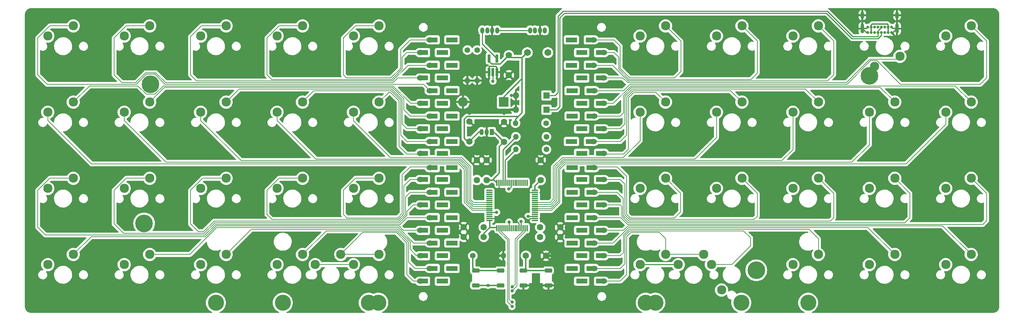
<source format=gbr>
%TF.GenerationSoftware,KiCad,Pcbnew,(7.0.0)*%
%TF.CreationDate,2024-02-23T12:31:37+01:00*%
%TF.ProjectId,LeSTMovoz,4c655354-4d6f-4766-9f7a-2e6b69636164,rev?*%
%TF.SameCoordinates,Original*%
%TF.FileFunction,Copper,L1,Top*%
%TF.FilePolarity,Positive*%
%FSLAX46Y46*%
G04 Gerber Fmt 4.6, Leading zero omitted, Abs format (unit mm)*
G04 Created by KiCad (PCBNEW (7.0.0)) date 2024-02-23 12:31:37*
%MOMM*%
%LPD*%
G01*
G04 APERTURE LIST*
G04 Aperture macros list*
%AMRoundRect*
0 Rectangle with rounded corners*
0 $1 Rounding radius*
0 $2 $3 $4 $5 $6 $7 $8 $9 X,Y pos of 4 corners*
0 Add a 4 corners polygon primitive as box body*
4,1,4,$2,$3,$4,$5,$6,$7,$8,$9,$2,$3,0*
0 Add four circle primitives for the rounded corners*
1,1,$1+$1,$2,$3*
1,1,$1+$1,$4,$5*
1,1,$1+$1,$6,$7*
1,1,$1+$1,$8,$9*
0 Add four rect primitives between the rounded corners*
20,1,$1+$1,$2,$3,$4,$5,0*
20,1,$1+$1,$4,$5,$6,$7,0*
20,1,$1+$1,$6,$7,$8,$9,0*
20,1,$1+$1,$8,$9,$2,$3,0*%
G04 Aperture macros list end*
%TA.AperFunction,ComponentPad*%
%ADD10C,4.400000*%
%TD*%
%TA.AperFunction,ComponentPad*%
%ADD11R,1.778000X1.300000*%
%TD*%
%TA.AperFunction,SMDPad,CuDef*%
%ADD12R,1.400000X1.300000*%
%TD*%
%TA.AperFunction,ComponentPad*%
%ADD13O,1.778000X1.300000*%
%TD*%
%TA.AperFunction,SMDPad,CuDef*%
%ADD14RoundRect,0.275000X-0.625000X-0.275000X0.625000X-0.275000X0.625000X0.275000X-0.625000X0.275000X0*%
%TD*%
%TA.AperFunction,ComponentPad*%
%ADD15C,1.710000*%
%TD*%
%TA.AperFunction,ComponentPad*%
%ADD16C,1.600000*%
%TD*%
%TA.AperFunction,ComponentPad*%
%ADD17C,2.300000*%
%TD*%
%TA.AperFunction,ComponentPad*%
%ADD18C,1.400000*%
%TD*%
%TA.AperFunction,ComponentPad*%
%ADD19O,1.400000X1.400000*%
%TD*%
%TA.AperFunction,ComponentPad*%
%ADD20C,4.000000*%
%TD*%
%TA.AperFunction,ComponentPad*%
%ADD21R,2.400000X2.400000*%
%TD*%
%TA.AperFunction,ComponentPad*%
%ADD22O,2.400000X2.400000*%
%TD*%
%TA.AperFunction,ComponentPad*%
%ADD23R,1.600000X1.600000*%
%TD*%
%TA.AperFunction,ComponentPad*%
%ADD24O,1.600000X1.600000*%
%TD*%
%TA.AperFunction,ComponentPad*%
%ADD25R,1.050000X1.500000*%
%TD*%
%TA.AperFunction,ComponentPad*%
%ADD26O,1.050000X1.500000*%
%TD*%
%TA.AperFunction,SMDPad,CuDef*%
%ADD27R,0.650000X2.000000*%
%TD*%
%TA.AperFunction,SMDPad,CuDef*%
%ADD28RoundRect,0.075000X0.075000X-0.700000X0.075000X0.700000X-0.075000X0.700000X-0.075000X-0.700000X0*%
%TD*%
%TA.AperFunction,SMDPad,CuDef*%
%ADD29RoundRect,0.075000X0.700000X-0.075000X0.700000X0.075000X-0.700000X0.075000X-0.700000X-0.075000X0*%
%TD*%
%TA.AperFunction,SMDPad,CuDef*%
%ADD30RoundRect,0.275000X0.625000X0.275000X-0.625000X0.275000X-0.625000X-0.275000X0.625000X-0.275000X0*%
%TD*%
%TA.AperFunction,ComponentPad*%
%ADD31O,1.000000X1.500000*%
%TD*%
%TA.AperFunction,ComponentPad*%
%ADD32C,0.700000*%
%TD*%
%TA.AperFunction,ComponentPad*%
%ADD33O,0.900000X1.700000*%
%TD*%
%TA.AperFunction,ComponentPad*%
%ADD34O,0.900000X2.400000*%
%TD*%
%TA.AperFunction,ViaPad*%
%ADD35C,0.800000*%
%TD*%
%TA.AperFunction,Conductor*%
%ADD36C,0.200000*%
%TD*%
%TA.AperFunction,Conductor*%
%ADD37C,0.380000*%
%TD*%
%TA.AperFunction,Conductor*%
%ADD38C,0.250000*%
%TD*%
G04 APERTURE END LIST*
D10*
%TO.P,,1*%
%TO.N,N/C*%
X55137500Y-42862500D03*
%TD*%
D11*
%TO.P,D6,1,K*%
%TO.N,ROW0*%
X159543749Y-31749999D03*
D12*
X160768749Y-31749999D03*
%TO.P,D6,2,A*%
%TO.N,Net-(D6-A)*%
X164318749Y-31749999D03*
D13*
X165543749Y-31749999D03*
%TD*%
D14*
%TO.P,RST1,1,A*%
%TO.N,NRST*%
X148112500Y-89431250D03*
X154312500Y-89431250D03*
%TO.P,RST1,2,B*%
%TO.N,GND*%
X148112500Y-93131250D03*
X154312500Y-93131250D03*
%TD*%
D15*
%TO.P,F1,1*%
%TO.N,VBUS*%
X154156250Y-34934000D03*
%TO.P,F1,2*%
%TO.N,+5V*%
X149056250Y-34934000D03*
%TD*%
D16*
%TO.P,C8,1*%
%TO.N,+3V3*%
X152400000Y-66793750D03*
%TO.P,C8,2*%
%TO.N,GND*%
X152400000Y-61793750D03*
%TD*%
D17*
%TO.P,MX24,1,1*%
%TO.N,COL3*%
X86677500Y-68897500D03*
%TO.P,MX24,2,2*%
%TO.N,Net-(D24-A)*%
X93027500Y-66357500D03*
%TD*%
%TO.P,MX10,1,1*%
%TO.N,COL9*%
X253365000Y-30797500D03*
%TO.P,MX10,2,2*%
%TO.N,Net-(D10-A)*%
X259715000Y-28257500D03*
%TD*%
D18*
%TO.P,R4,1*%
%TO.N,/CC1*%
X136525000Y-34290000D03*
D19*
%TO.P,R4,2*%
%TO.N,GND*%
X136524999Y-41909999D03*
%TD*%
D17*
%TO.P,MX19,1,1*%
%TO.N,COL8*%
X234315000Y-49847500D03*
%TO.P,MX19,2,2*%
%TO.N,Net-(D19-A)*%
X240665000Y-47307500D03*
%TD*%
%TO.P,MX5,1,1*%
%TO.N,COL4*%
X105727500Y-30797500D03*
%TO.P,MX5,2,2*%
%TO.N,Net-(D5-A)*%
X112077500Y-28257500D03*
%TD*%
%TO.P,MX6,1,1*%
%TO.N,COL5*%
X177165000Y-30797500D03*
%TO.P,MX6,2,2*%
%TO.N,Net-(D6-A)*%
X183515000Y-28257500D03*
%TD*%
D11*
%TO.P,D4,1,K*%
%TO.N,ROW0*%
X128412499Y-34924999D03*
D12*
X127187499Y-34924999D03*
%TO.P,D4,2,A*%
%TO.N,Net-(D4-A)*%
X123637499Y-34924999D03*
D13*
X122412499Y-34924999D03*
%TD*%
D17*
%TO.P,MX21,1,1*%
%TO.N,COL0*%
X29527500Y-68897500D03*
%TO.P,MX21,2,2*%
%TO.N,Net-(D21-A)*%
X35877500Y-66357500D03*
%TD*%
D10*
%TO.P,H6,1*%
%TO.N,N/C*%
X234387500Y-40736500D03*
%TD*%
D20*
%TO.P,S1,*%
%TO.N,*%
X202406250Y-97472500D03*
X178593750Y-97472500D03*
%TD*%
D16*
%TO.P,C5,1*%
%TO.N,+3V3*%
X136475000Y-66793750D03*
%TO.P,C5,2*%
%TO.N,GND*%
X136475000Y-61793750D03*
%TD*%
D17*
%TO.P,MX4,1,1*%
%TO.N,COL3*%
X86677500Y-30797500D03*
%TO.P,MX4,2,2*%
%TO.N,Net-(D4-A)*%
X93027500Y-28257500D03*
%TD*%
D16*
%TO.P,C6,1*%
%TO.N,+3V3*%
X138211531Y-81009836D03*
%TO.P,C6,2*%
%TO.N,GND*%
X133211531Y-81009836D03*
%TD*%
D17*
%TO.P,MX37,1,1*%
%TO.N,COL5*%
X177165000Y-87947500D03*
%TO.P,MX37,2,2*%
%TO.N,Net-(D36-A)*%
X183515000Y-85407500D03*
%TD*%
%TO.P,MX20,1,1*%
%TO.N,COL9*%
X253365000Y-49847500D03*
%TO.P,MX20,2,2*%
%TO.N,Net-(D20-A)*%
X259715000Y-47307500D03*
%TD*%
D20*
%TO.P,S2,*%
%TO.N,*%
X219075000Y-97472500D03*
X180975000Y-97472500D03*
%TD*%
D11*
%TO.P,D12,1,K*%
%TO.N,ROW1*%
X130793749Y-50799999D03*
D12*
X129568749Y-50799999D03*
%TO.P,D12,2,A*%
%TO.N,Net-(D12-A)*%
X126018749Y-50799999D03*
D13*
X124793749Y-50799999D03*
%TD*%
D17*
%TO.P,MX27,1,1*%
%TO.N,COL6*%
X196215000Y-68897500D03*
%TO.P,MX27,2,2*%
%TO.N,Net-(D27-A)*%
X202565000Y-66357500D03*
%TD*%
%TO.P,MX1,1,1*%
%TO.N,COL0*%
X29527500Y-30797500D03*
%TO.P,MX1,2,2*%
%TO.N,Net-(D1-A)*%
X35877500Y-28257500D03*
%TD*%
%TO.P,MX38,1,1*%
%TO.N,COL5*%
X186690000Y-87947500D03*
%TO.P,MX38,2,2*%
%TO.N,Net-(D36-A)*%
X193040000Y-85407500D03*
%TD*%
%TO.P,MX12,1,1*%
%TO.N,COL1*%
X48577500Y-49847500D03*
%TO.P,MX12,2,2*%
%TO.N,Net-(D12-A)*%
X54927500Y-47307500D03*
%TD*%
D11*
%TO.P,D3,1,K*%
%TO.N,ROW0*%
X130793749Y-38099999D03*
D12*
X129568749Y-38099999D03*
%TO.P,D3,2,A*%
%TO.N,Net-(D3-A)*%
X126018749Y-38099999D03*
D13*
X124793749Y-38099999D03*
%TD*%
D11*
%TO.P,D8,1,K*%
%TO.N,ROW0*%
X159543749Y-38099999D03*
D12*
X160768749Y-38099999D03*
%TO.P,D8,2,A*%
%TO.N,Net-(D8-A)*%
X164318749Y-38099999D03*
D13*
X165543749Y-38099999D03*
%TD*%
D18*
%TO.P,R3,1*%
%TO.N,D_USB_P*%
X153828750Y-55981250D03*
D19*
%TO.P,R3,2*%
%TO.N,D_P*%
X146208749Y-55981249D03*
%TD*%
D11*
%TO.P,D16,1,K*%
%TO.N,ROW1*%
X162099999Y-60124999D03*
D12*
X163324999Y-60124999D03*
%TO.P,D16,2,A*%
%TO.N,Net-(D16-A)*%
X166874999Y-60124999D03*
D13*
X168099999Y-60124999D03*
%TD*%
D17*
%TO.P,MX34,1,1*%
%TO.N,COL3*%
X86677500Y-87947500D03*
%TO.P,MX34,2,2*%
%TO.N,Net-(D34-A)*%
X93027500Y-85407500D03*
%TD*%
D16*
%TO.P,C1,1*%
%TO.N,GND*%
X134625429Y-52150000D03*
%TO.P,C1,2*%
%TO.N,+5V*%
X134625429Y-57150000D03*
%TD*%
D11*
%TO.P,D9,1,K*%
%TO.N,ROW0*%
X162099999Y-41274999D03*
D12*
X163324999Y-41274999D03*
%TO.P,D9,2,A*%
%TO.N,Net-(D9-A)*%
X166874999Y-41274999D03*
D13*
X168099999Y-41274999D03*
%TD*%
D11*
%TO.P,D24,1,K*%
%TO.N,ROW2*%
X128412499Y-66674999D03*
D12*
X127187499Y-66674999D03*
%TO.P,D24,2,A*%
%TO.N,Net-(D24-A)*%
X123637499Y-66674999D03*
D13*
X122412499Y-66674999D03*
%TD*%
D17*
%TO.P,MX41,1,1*%
%TO.N,COL8*%
X234315000Y-87947500D03*
%TO.P,MX41,2,2*%
%TO.N,Net-(D39-A)*%
X240665000Y-85407500D03*
%TD*%
D11*
%TO.P,D38,1,K*%
%TO.N,ROW3*%
X162099999Y-85724999D03*
D12*
X163324999Y-85724999D03*
%TO.P,D38,2,A*%
%TO.N,Net-(D38-A)*%
X166874999Y-85724999D03*
D13*
X168099999Y-85724999D03*
%TD*%
D11*
%TO.P,D29,1,K*%
%TO.N,ROW2*%
X162099999Y-73024999D03*
D12*
X163324999Y-73024999D03*
%TO.P,D29,2,A*%
%TO.N,Net-(D29-A)*%
X166874999Y-73024999D03*
D13*
X168099999Y-73024999D03*
%TD*%
D18*
%TO.P,R5,1*%
%TO.N,/CC2*%
X134143750Y-34290000D03*
D19*
%TO.P,R5,2*%
%TO.N,GND*%
X134143749Y-41909999D03*
%TD*%
D17*
%TO.P,MX28,1,1*%
%TO.N,COL7*%
X215265000Y-68897500D03*
%TO.P,MX28,2,2*%
%TO.N,Net-(D28-A)*%
X221615000Y-66357500D03*
%TD*%
%TO.P,MX8,1,1*%
%TO.N,COL7*%
X215265000Y-30797500D03*
%TO.P,MX8,2,2*%
%TO.N,Net-(D8-A)*%
X221615000Y-28257500D03*
%TD*%
D11*
%TO.P,D18,1,K*%
%TO.N,ROW1*%
X162099999Y-53974999D03*
D12*
X163324999Y-53974999D03*
%TO.P,D18,2,A*%
%TO.N,Net-(D18-A)*%
X166874999Y-53974999D03*
D13*
X168099999Y-53974999D03*
%TD*%
D17*
%TO.P,MX18,1,1*%
%TO.N,COL7*%
X215265000Y-49847500D03*
%TO.P,MX18,2,2*%
%TO.N,Net-(D18-A)*%
X221615000Y-47307500D03*
%TD*%
D11*
%TO.P,D7,1,K*%
%TO.N,ROW0*%
X162099999Y-34924999D03*
D12*
X163324999Y-34924999D03*
%TO.P,D7,2,A*%
%TO.N,Net-(D7-A)*%
X166874999Y-34924999D03*
D13*
X168099999Y-34924999D03*
%TD*%
D11*
%TO.P,D34,1,K*%
%TO.N,ROW3*%
X130793749Y-88899999D03*
D12*
X129568749Y-88899999D03*
%TO.P,D34,2,A*%
%TO.N,Net-(D34-A)*%
X126018749Y-88899999D03*
D13*
X124793749Y-88899999D03*
%TD*%
D11*
%TO.P,D20,1,K*%
%TO.N,ROW1*%
X162099999Y-47624999D03*
D12*
X163324999Y-47624999D03*
%TO.P,D20,2,A*%
%TO.N,Net-(D20-A)*%
X166874999Y-47624999D03*
D13*
X168099999Y-47624999D03*
%TD*%
D17*
%TO.P,MX33,1,1*%
%TO.N,COL2*%
X67627500Y-87947500D03*
%TO.P,MX33,2,2*%
%TO.N,Net-(D33-A)*%
X73977500Y-85407500D03*
%TD*%
D11*
%TO.P,D13,1,K*%
%TO.N,ROW1*%
X128412499Y-53974999D03*
D12*
X127187499Y-53974999D03*
%TO.P,D13,2,A*%
%TO.N,Net-(D13-A)*%
X123637499Y-53974999D03*
D13*
X122412499Y-53974999D03*
%TD*%
D21*
%TO.P,D41,1,A1*%
%TO.N,+5V*%
X143192499Y-47300965D03*
D22*
%TO.P,D41,2,A2*%
%TO.N,GND*%
X133032499Y-47300965D03*
%TD*%
D18*
%TO.P,R2,1*%
%TO.N,D_USB_N*%
X153828750Y-59156250D03*
D19*
%TO.P,R2,2*%
%TO.N,D_N*%
X146208749Y-59156249D03*
%TD*%
D11*
%TO.P,D15,1,K*%
%TO.N,ROW1*%
X128412499Y-60124999D03*
D12*
X127187499Y-60124999D03*
%TO.P,D15,2,A*%
%TO.N,Net-(D15-A)*%
X123637499Y-60124999D03*
D13*
X122412499Y-60124999D03*
%TD*%
D17*
%TO.P,MX23,1,1*%
%TO.N,COL2*%
X67627500Y-68897500D03*
%TO.P,MX23,2,2*%
%TO.N,Net-(D23-A)*%
X73977500Y-66357500D03*
%TD*%
D11*
%TO.P,D33,1,K*%
%TO.N,ROW3*%
X128412499Y-85724999D03*
D12*
X127187499Y-85724999D03*
%TO.P,D33,2,A*%
%TO.N,Net-(D33-A)*%
X123637499Y-85724999D03*
D13*
X122412499Y-85724999D03*
%TD*%
D18*
%TO.P,R1,1*%
%TO.N,D_USB_N*%
X153728750Y-52562500D03*
D19*
%TO.P,R1,2*%
%TO.N,+5V*%
X146108749Y-52562499D03*
%TD*%
D11*
%TO.P,D10,1,K*%
%TO.N,ROW0*%
X159718749Y-44449999D03*
D12*
X160943749Y-44449999D03*
%TO.P,D10,2,A*%
%TO.N,Net-(D10-A)*%
X164493749Y-44449999D03*
D13*
X165718749Y-44449999D03*
%TD*%
D11*
%TO.P,D36,1,K*%
%TO.N,ROW3*%
X162099999Y-92074999D03*
D12*
X163324999Y-92074999D03*
%TO.P,D36,2,A*%
%TO.N,Net-(D36-A)*%
X166874999Y-92074999D03*
D13*
X168099999Y-92074999D03*
%TD*%
D17*
%TO.P,MX14,1,1*%
%TO.N,COL3*%
X86677500Y-49847500D03*
%TO.P,MX14,2,2*%
%TO.N,Net-(D14-A)*%
X93027500Y-47307500D03*
%TD*%
D11*
%TO.P,D19,1,K*%
%TO.N,ROW1*%
X159718749Y-50799999D03*
D12*
X160943749Y-50799999D03*
%TO.P,D19,2,A*%
%TO.N,Net-(D19-A)*%
X164493749Y-50799999D03*
D13*
X165718749Y-50799999D03*
%TD*%
D23*
%TO.P,D43,1,K*%
%TO.N,D_USB_N*%
X153828749Y-49212499D03*
D24*
%TO.P,D43,2,A*%
%TO.N,GND*%
X146208749Y-49212499D03*
%TD*%
D11*
%TO.P,D5,1,K*%
%TO.N,ROW0*%
X130793749Y-31749999D03*
D12*
X129568749Y-31749999D03*
%TO.P,D5,2,A*%
%TO.N,Net-(D5-A)*%
X126018749Y-31749999D03*
D13*
X124793749Y-31749999D03*
%TD*%
D25*
%TO.P,U2,1,VO*%
%TO.N,+3V3*%
X140176249Y-54768749D03*
D26*
%TO.P,U2,2,GND*%
%TO.N,GND*%
X138906249Y-54768749D03*
%TO.P,U2,3,VI*%
%TO.N,+5V*%
X137636249Y-54768749D03*
%TD*%
D16*
%TO.P,C10,1*%
%TO.N,+3V3*%
X138906250Y-66793750D03*
%TO.P,C10,2*%
%TO.N,GND*%
X138906250Y-61793750D03*
%TD*%
D20*
%TO.P,S3,*%
%TO.N,*%
X109537500Y-97472500D03*
X71437500Y-97472500D03*
%TD*%
D11*
%TO.P,D23,1,K*%
%TO.N,ROW2*%
X130793749Y-69849999D03*
D12*
X129568749Y-69849999D03*
%TO.P,D23,2,A*%
%TO.N,Net-(D23-A)*%
X126018749Y-69849999D03*
D13*
X124793749Y-69849999D03*
%TD*%
D17*
%TO.P,MX17,1,1*%
%TO.N,COL6*%
X196215000Y-49847500D03*
%TO.P,MX17,2,2*%
%TO.N,Net-(D17-A)*%
X202565000Y-47307500D03*
%TD*%
D11*
%TO.P,D27,1,K*%
%TO.N,ROW2*%
X162099999Y-66674999D03*
D12*
X163324999Y-66674999D03*
%TO.P,D27,2,A*%
%TO.N,Net-(D27-A)*%
X166874999Y-66674999D03*
D13*
X168099999Y-66674999D03*
%TD*%
D11*
%TO.P,D2,1,K*%
%TO.N,ROW0*%
X128412499Y-41274999D03*
D12*
X127187499Y-41274999D03*
%TO.P,D2,2,A*%
%TO.N,Net-(D2-A)*%
X123637499Y-41274999D03*
D13*
X122412499Y-41274999D03*
%TD*%
D16*
%TO.P,C9,1*%
%TO.N,+3V3*%
X152268053Y-78635515D03*
%TO.P,C9,2*%
%TO.N,GND*%
X157268053Y-78635515D03*
%TD*%
D17*
%TO.P,MX16,1,1*%
%TO.N,COL5*%
X177165000Y-49847500D03*
%TO.P,MX16,2,2*%
%TO.N,Net-(D16-A)*%
X183515000Y-47307500D03*
%TD*%
D11*
%TO.P,D39,1,K*%
%TO.N,ROW3*%
X159718749Y-82549999D03*
D12*
X160943749Y-82549999D03*
%TO.P,D39,2,A*%
%TO.N,Net-(D39-A)*%
X164493749Y-82549999D03*
D13*
X165718749Y-82549999D03*
%TD*%
D11*
%TO.P,D17,1,K*%
%TO.N,ROW1*%
X159543749Y-57149999D03*
D12*
X160768749Y-57149999D03*
%TO.P,D17,2,A*%
%TO.N,Net-(D17-A)*%
X164318749Y-57149999D03*
D13*
X165543749Y-57149999D03*
%TD*%
D17*
%TO.P,MX31,1,1*%
%TO.N,COL0*%
X29527500Y-87947500D03*
%TO.P,MX31,2,2*%
%TO.N,Net-(D31-A)*%
X35877500Y-85407500D03*
%TD*%
D20*
%TO.P,S4,*%
%TO.N,*%
X111918750Y-97472500D03*
X88106250Y-97472500D03*
%TD*%
D11*
%TO.P,D40,1,K*%
%TO.N,ROW3*%
X162099999Y-79374999D03*
D12*
X163324999Y-79374999D03*
%TO.P,D40,2,A*%
%TO.N,Net-(D40-A)*%
X166874999Y-79374999D03*
D13*
X168099999Y-79374999D03*
%TD*%
D17*
%TO.P,MX26,1,1*%
%TO.N,COL5*%
X177165000Y-68897500D03*
%TO.P,MX26,2,2*%
%TO.N,Net-(D26-A)*%
X183515000Y-66357500D03*
%TD*%
D11*
%TO.P,D1,1,K*%
%TO.N,ROW0*%
X130793749Y-44449999D03*
D12*
X129568749Y-44449999D03*
%TO.P,D1,2,A*%
%TO.N,Net-(D1-A)*%
X126018749Y-44449999D03*
D13*
X124793749Y-44449999D03*
%TD*%
D18*
%TO.P,R6,1*%
%TO.N,BOOT0*%
X135490000Y-85725000D03*
D19*
%TO.P,R6,2*%
%TO.N,GND*%
X143109999Y-85724999D03*
%TD*%
D11*
%TO.P,D30,1,K*%
%TO.N,ROW2*%
X159718749Y-76199999D03*
D12*
X160943749Y-76199999D03*
%TO.P,D30,2,A*%
%TO.N,Net-(D30-A)*%
X164493749Y-76199999D03*
D13*
X165718749Y-76199999D03*
%TD*%
D16*
%TO.P,C7,1*%
%TO.N,+3V3*%
X138211531Y-78578586D03*
%TO.P,C7,2*%
%TO.N,GND*%
X133211531Y-78578586D03*
%TD*%
D17*
%TO.P,MX32,1,1*%
%TO.N,COL1*%
X48577500Y-87947500D03*
%TO.P,MX32,2,2*%
%TO.N,Net-(D32-A)*%
X54927500Y-85407500D03*
%TD*%
D27*
%TO.P,U3,1*%
%TO.N,GND*%
X139543749Y-39809999D03*
%TO.P,U3,2*%
%TO.N,RGB MCU*%
X140493749Y-39809999D03*
%TO.P,U3,3,GND*%
%TO.N,GND*%
X141443749Y-39809999D03*
%TO.P,U3,4*%
%TO.N,RGBin*%
X141443749Y-36389999D03*
%TO.P,U3,5,+5V*%
%TO.N,+5V*%
X139543749Y-36389999D03*
%TD*%
D11*
%TO.P,D31,1,K*%
%TO.N,ROW3*%
X128412499Y-79374999D03*
D12*
X127187499Y-79374999D03*
%TO.P,D31,2,A*%
%TO.N,Net-(D31-A)*%
X123637499Y-79374999D03*
D13*
X122412499Y-79374999D03*
%TD*%
D17*
%TO.P,MX3,1,1*%
%TO.N,COL2*%
X67627500Y-30797500D03*
%TO.P,MX3,2,2*%
%TO.N,Net-(D3-A)*%
X73977500Y-28257500D03*
%TD*%
D11*
%TO.P,D28,1,K*%
%TO.N,ROW2*%
X159718749Y-69849999D03*
D12*
X160943749Y-69849999D03*
%TO.P,D28,2,A*%
%TO.N,Net-(D28-A)*%
X164493749Y-69849999D03*
D13*
X165718749Y-69849999D03*
%TD*%
D17*
%TO.P,MX29,1,1*%
%TO.N,COL8*%
X234315000Y-68897500D03*
%TO.P,MX29,2,2*%
%TO.N,Net-(D29-A)*%
X240665000Y-66357500D03*
%TD*%
%TO.P,MX39,1,1*%
%TO.N,COL6*%
X197485000Y-94297500D03*
%TO.P,MX39,2,2*%
%TO.N,Net-(D37-A)*%
X194945000Y-87947500D03*
%TD*%
D11*
%TO.P,D11,1,K*%
%TO.N,ROW1*%
X128412499Y-47624999D03*
D12*
X127187499Y-47624999D03*
%TO.P,D11,2,A*%
%TO.N,Net-(D11-A)*%
X123637499Y-47624999D03*
D13*
X122412499Y-47624999D03*
%TD*%
D17*
%TO.P,MX7,1,1*%
%TO.N,COL6*%
X196215000Y-30797500D03*
%TO.P,MX7,2,2*%
%TO.N,Net-(D7-A)*%
X202565000Y-28257500D03*
%TD*%
%TO.P,MX22,1,1*%
%TO.N,COL1*%
X48577500Y-68897500D03*
%TO.P,MX22,2,2*%
%TO.N,Net-(D22-A)*%
X54927500Y-66357500D03*
%TD*%
%TO.P,MX9,1,1*%
%TO.N,Net-(D9-A)*%
X241935000Y-35877500D03*
%TO.P,MX9,2,2*%
%TO.N,COL8*%
X235585000Y-38417500D03*
%TD*%
D23*
%TO.P,D42,1,K*%
%TO.N,D_USB_P*%
X153828749Y-45662499D03*
D24*
%TO.P,D42,2,A*%
%TO.N,GND*%
X146208749Y-45662499D03*
%TD*%
D16*
%TO.P,C3,1*%
%TO.N,NRST*%
X148712500Y-85725000D03*
%TO.P,C3,2*%
%TO.N,GND*%
X153712500Y-85725000D03*
%TD*%
D11*
%TO.P,D37,1,K*%
%TO.N,ROW3*%
X159718749Y-88899999D03*
D12*
X160943749Y-88899999D03*
%TO.P,D37,2,A*%
%TO.N,Net-(D37-A)*%
X164493749Y-88899999D03*
D13*
X165718749Y-88899999D03*
%TD*%
D11*
%TO.P,D21,1,K*%
%TO.N,ROW2*%
X130793749Y-76199999D03*
D12*
X129568749Y-76199999D03*
%TO.P,D21,2,A*%
%TO.N,Net-(D21-A)*%
X126018749Y-76199999D03*
D13*
X124793749Y-76199999D03*
%TD*%
D16*
%TO.P,C4,1*%
%TO.N,+3V3*%
X152268053Y-81066765D03*
%TO.P,C4,2*%
%TO.N,GND*%
X157268053Y-81066765D03*
%TD*%
D17*
%TO.P,MX15,1,1*%
%TO.N,COL4*%
X105727500Y-49847500D03*
%TO.P,MX15,2,2*%
%TO.N,Net-(D15-A)*%
X112077500Y-47307500D03*
%TD*%
D10*
%TO.P,,1*%
%TO.N,N/C*%
X206137500Y-89371500D03*
%TD*%
%TO.P,,1*%
%TO.N,N/C*%
X53537500Y-77636500D03*
%TD*%
D17*
%TO.P,MX25,1,1*%
%TO.N,COL4*%
X105727500Y-68897500D03*
%TO.P,MX25,2,2*%
%TO.N,Net-(D25-A)*%
X112077500Y-66357500D03*
%TD*%
%TO.P,MX36,1,1*%
%TO.N,COL4*%
X96202500Y-87947500D03*
%TO.P,MX36,2,2*%
%TO.N,Net-(D35-A)*%
X102552500Y-85407500D03*
%TD*%
%TO.P,MX13,1,1*%
%TO.N,COL2*%
X67627500Y-49847500D03*
%TO.P,MX13,2,2*%
%TO.N,Net-(D13-A)*%
X73977500Y-47307500D03*
%TD*%
D28*
%TO.P,U1,1,VBAT*%
%TO.N,+3V3*%
X141506250Y-78828090D03*
%TO.P,U1,2,PC13*%
%TO.N,ROW0*%
X142006250Y-78828090D03*
%TO.P,U1,3,PC14*%
%TO.N,ROW1*%
X142506250Y-78828090D03*
%TO.P,U1,4,PC15*%
%TO.N,unconnected-(U1-PC15-Pad4)*%
X143006250Y-78828090D03*
%TO.P,U1,5,PF0*%
%TO.N,unconnected-(U1-PF0-Pad5)*%
X143506250Y-78828090D03*
%TO.P,U1,6,PF1*%
%TO.N,unconnected-(U1-PF1-Pad6)*%
X144006250Y-78828090D03*
%TO.P,U1,7,NRST*%
%TO.N,NRST*%
X144506250Y-78828090D03*
%TO.P,U1,8,PC0*%
%TO.N,unconnected-(U1-PC0-Pad8)*%
X145006250Y-78828090D03*
%TO.P,U1,9,PC1*%
%TO.N,unconnected-(U1-PC1-Pad9)*%
X145506250Y-78828090D03*
%TO.P,U1,10,PC2*%
%TO.N,unconnected-(U1-PC2-Pad10)*%
X146006250Y-78828090D03*
%TO.P,U1,11,PC3*%
%TO.N,unconnected-(U1-PC3-Pad11)*%
X146506250Y-78828090D03*
%TO.P,U1,12,VSSA*%
%TO.N,GND*%
X147006250Y-78828090D03*
%TO.P,U1,13,VDDA*%
%TO.N,+3V3*%
X147506250Y-78828090D03*
%TO.P,U1,14,PA0*%
%TO.N,ROW3*%
X148006250Y-78828090D03*
%TO.P,U1,15,PA1*%
%TO.N,ROW2*%
X148506250Y-78828090D03*
%TO.P,U1,16,PA2*%
%TO.N,unconnected-(U1-PA2-Pad16)*%
X149006250Y-78828090D03*
D29*
%TO.P,U1,17,PA3*%
%TO.N,unconnected-(U1-PA3-Pad17)*%
X150931250Y-76903090D03*
%TO.P,U1,18,VSS*%
%TO.N,GND*%
X150931250Y-76403090D03*
%TO.P,U1,19,VDD*%
%TO.N,+3V3*%
X150931250Y-75903090D03*
%TO.P,U1,20,PA4*%
%TO.N,unconnected-(U1-PA4-Pad20)*%
X150931250Y-75403090D03*
%TO.P,U1,21,PA5*%
%TO.N,unconnected-(U1-PA5-Pad21)*%
X150931250Y-74903090D03*
%TO.P,U1,22,PA6*%
%TO.N,COL9*%
X150931250Y-74403090D03*
%TO.P,U1,23,PA7*%
%TO.N,COL8*%
X150931250Y-73903090D03*
%TO.P,U1,24,PC4*%
%TO.N,COL7*%
X150931250Y-73403090D03*
%TO.P,U1,25,PC5*%
%TO.N,COL6*%
X150931250Y-72903090D03*
%TO.P,U1,26,PB0*%
%TO.N,COL5*%
X150931250Y-72403090D03*
%TO.P,U1,27,PB1*%
%TO.N,unconnected-(U1-PB1-Pad27)*%
X150931250Y-71903090D03*
%TO.P,U1,28,PB2*%
%TO.N,unconnected-(U1-PB2-Pad28)*%
X150931250Y-71403090D03*
%TO.P,U1,29,PB10*%
%TO.N,unconnected-(U1-PB10-Pad29)*%
X150931250Y-70903090D03*
%TO.P,U1,30,PB11*%
%TO.N,unconnected-(U1-PB11-Pad30)*%
X150931250Y-70403090D03*
%TO.P,U1,31,VSS*%
%TO.N,GND*%
X150931250Y-69903090D03*
%TO.P,U1,32,VDD*%
%TO.N,+3V3*%
X150931250Y-69403090D03*
D28*
%TO.P,U1,33,PB12*%
%TO.N,unconnected-(U1-PB12-Pad33)*%
X149006250Y-67478090D03*
%TO.P,U1,34,PB13*%
%TO.N,unconnected-(U1-PB13-Pad34)*%
X148506250Y-67478090D03*
%TO.P,U1,35,PB14*%
%TO.N,unconnected-(U1-PB14-Pad35)*%
X148006250Y-67478090D03*
%TO.P,U1,36,PB15*%
%TO.N,unconnected-(U1-PB15-Pad36)*%
X147506250Y-67478090D03*
%TO.P,U1,37,PC6*%
%TO.N,unconnected-(U1-PC6-Pad37)*%
X147006250Y-67478090D03*
%TO.P,U1,38,PC7*%
%TO.N,unconnected-(U1-PC7-Pad38)*%
X146506250Y-67478090D03*
%TO.P,U1,39,PC8*%
%TO.N,unconnected-(U1-PC8-Pad39)*%
X146006250Y-67478090D03*
%TO.P,U1,40,PC9*%
%TO.N,unconnected-(U1-PC9-Pad40)*%
X145506250Y-67478090D03*
%TO.P,U1,41,PA8*%
%TO.N,RGB MCU*%
X145006250Y-67478090D03*
%TO.P,U1,42,PA9*%
%TO.N,unconnected-(U1-PA9-Pad42)*%
X144506250Y-67478090D03*
%TO.P,U1,43,PA10*%
%TO.N,unconnected-(U1-PA10-Pad43)*%
X144006250Y-67478090D03*
%TO.P,U1,44,PA11*%
%TO.N,D_N*%
X143506250Y-67478090D03*
%TO.P,U1,45,PA12*%
%TO.N,D_P*%
X143006250Y-67478090D03*
%TO.P,U1,46,PA13*%
%TO.N,unconnected-(U1-PA13-Pad46)*%
X142506250Y-67478090D03*
%TO.P,U1,47,VSS*%
%TO.N,GND*%
X142006250Y-67478090D03*
%TO.P,U1,48,VDDIO2*%
%TO.N,+3V3*%
X141506250Y-67478090D03*
D29*
%TO.P,U1,49,PA14*%
%TO.N,unconnected-(U1-PA14-Pad49)*%
X139581250Y-69403090D03*
%TO.P,U1,50,PA15*%
%TO.N,unconnected-(U1-PA15-Pad50)*%
X139581250Y-69903090D03*
%TO.P,U1,51,PC10*%
%TO.N,unconnected-(U1-PC10-Pad51)*%
X139581250Y-70403090D03*
%TO.P,U1,52,PC11*%
%TO.N,unconnected-(U1-PC11-Pad52)*%
X139581250Y-70903090D03*
%TO.P,U1,53,PC12*%
%TO.N,unconnected-(U1-PC12-Pad53)*%
X139581250Y-71403090D03*
%TO.P,U1,54,PD2*%
%TO.N,unconnected-(U1-PD2-Pad54)*%
X139581250Y-71903090D03*
%TO.P,U1,55,PB3*%
%TO.N,COL4*%
X139581250Y-72403090D03*
%TO.P,U1,56,PB4*%
%TO.N,COL3*%
X139581250Y-72903090D03*
%TO.P,U1,57,PB5*%
%TO.N,COL2*%
X139581250Y-73403090D03*
%TO.P,U1,58,PB6*%
%TO.N,COL1*%
X139581250Y-73903090D03*
%TO.P,U1,59,PB7*%
%TO.N,COL0*%
X139581250Y-74403090D03*
%TO.P,U1,60,BOOT0*%
%TO.N,BOOT0*%
X139581250Y-74903090D03*
%TO.P,U1,61,PB8*%
%TO.N,unconnected-(U1-PB8-Pad61)*%
X139581250Y-75403090D03*
%TO.P,U1,62,PB9*%
%TO.N,unconnected-(U1-PB9-Pad62)*%
X139581250Y-75903090D03*
%TO.P,U1,63,VSS*%
%TO.N,GND*%
X139581250Y-76403090D03*
%TO.P,U1,64,VDD*%
%TO.N,+3V3*%
X139581250Y-76903090D03*
%TD*%
D17*
%TO.P,MX40,1,1*%
%TO.N,COL7*%
X215265000Y-87947500D03*
%TO.P,MX40,2,2*%
%TO.N,Net-(D38-A)*%
X221615000Y-85407500D03*
%TD*%
D11*
%TO.P,D25,1,K*%
%TO.N,ROW2*%
X130793749Y-63699999D03*
D12*
X129568749Y-63699999D03*
%TO.P,D25,2,A*%
%TO.N,Net-(D25-A)*%
X126018749Y-63699999D03*
D13*
X124793749Y-63699999D03*
%TD*%
D11*
%TO.P,D22,1,K*%
%TO.N,ROW2*%
X128412499Y-73024999D03*
D12*
X127187499Y-73024999D03*
%TO.P,D22,2,A*%
%TO.N,Net-(D22-A)*%
X123637499Y-73024999D03*
D13*
X122412499Y-73024999D03*
%TD*%
D16*
%TO.P,C12,1*%
%TO.N,+5V*%
X144462500Y-35600000D03*
%TO.P,C12,2*%
%TO.N,GND*%
X144462500Y-40600000D03*
%TD*%
D17*
%TO.P,MX2,1,1*%
%TO.N,COL1*%
X48577500Y-30797500D03*
%TO.P,MX2,2,2*%
%TO.N,Net-(D2-A)*%
X54927500Y-28257500D03*
%TD*%
D11*
%TO.P,D32,1,K*%
%TO.N,ROW3*%
X130793749Y-82549999D03*
D12*
X129568749Y-82549999D03*
%TO.P,D32,2,A*%
%TO.N,Net-(D32-A)*%
X126018749Y-82549999D03*
D13*
X124793749Y-82549999D03*
%TD*%
D17*
%TO.P,MX11,1,1*%
%TO.N,COL0*%
X29527500Y-49847500D03*
%TO.P,MX11,2,2*%
%TO.N,Net-(D11-A)*%
X35877500Y-47307500D03*
%TD*%
%TO.P,MX42,1,1*%
%TO.N,COL9*%
X253365000Y-87947500D03*
%TO.P,MX42,2,2*%
%TO.N,Net-(D40-A)*%
X259715000Y-85407500D03*
%TD*%
%TO.P,MX30,1,1*%
%TO.N,COL9*%
X253365000Y-68897500D03*
%TO.P,MX30,2,2*%
%TO.N,Net-(D30-A)*%
X259715000Y-66357500D03*
%TD*%
%TO.P,MX35,1,1*%
%TO.N,COL4*%
X105727500Y-87947500D03*
%TO.P,MX35,2,2*%
%TO.N,Net-(D35-A)*%
X112077500Y-85407500D03*
%TD*%
D16*
%TO.P,C2,1*%
%TO.N,GND*%
X143250429Y-52276860D03*
%TO.P,C2,2*%
%TO.N,+3V3*%
X143250429Y-57276860D03*
%TD*%
D11*
%TO.P,D14,1,K*%
%TO.N,ROW1*%
X130793749Y-57149999D03*
D12*
X129568749Y-57149999D03*
%TO.P,D14,2,A*%
%TO.N,Net-(D14-A)*%
X126018749Y-57149999D03*
D13*
X124793749Y-57149999D03*
%TD*%
D30*
%TO.P,SW1,1,1*%
%TO.N,+3V3*%
X142400000Y-93131250D03*
X136200000Y-93131250D03*
%TO.P,SW1,2,2*%
%TO.N,BOOT0*%
X142400000Y-89431250D03*
X136200000Y-89431250D03*
%TD*%
D11*
%TO.P,D35,1,K*%
%TO.N,ROW3*%
X128412499Y-92074999D03*
D12*
X127187499Y-92074999D03*
%TO.P,D35,2,A*%
%TO.N,Net-(D35-A)*%
X123637499Y-92074999D03*
D13*
X122412499Y-92074999D03*
%TD*%
D11*
%TO.P,D26,1,K*%
%TO.N,ROW2*%
X159718749Y-63699999D03*
D12*
X160943749Y-63699999D03*
%TO.P,D26,2,A*%
%TO.N,Net-(D26-A)*%
X164493749Y-63699999D03*
D13*
X165718749Y-63699999D03*
%TD*%
D31*
%TO.P,D44,1,VDD*%
%TO.N,+5V*%
X139074999Y-29368749D03*
%TO.P,D44,2,DOUT*%
%TO.N,Net-(D44-DOUT)*%
X141549999Y-29368749D03*
%TO.P,D44,3,VSS*%
%TO.N,GND*%
X140324999Y-29368749D03*
%TO.P,D44,4,DIN*%
%TO.N,RGBin*%
X137849999Y-29368749D03*
%TD*%
%TO.P,D45,1,VDD*%
%TO.N,+5V*%
X150981249Y-29368749D03*
%TO.P,D45,2,DOUT*%
%TO.N,unconnected-(D45-DOUT-Pad2)*%
X153456249Y-29368749D03*
%TO.P,D45,3,VSS*%
%TO.N,GND*%
X152231249Y-29368749D03*
%TO.P,D45,4,DIN*%
%TO.N,Net-(D44-DOUT)*%
X149756249Y-29368749D03*
%TD*%
D32*
%TO.P,J1,A1,GND*%
%TO.N,GND*%
X233938179Y-29918750D03*
%TO.P,J1,A4,VBUS*%
%TO.N,VBUS*%
X234788179Y-29918750D03*
%TO.P,J1,A5,CC1*%
%TO.N,/CC1*%
X235638179Y-29918750D03*
%TO.P,J1,A6,D+*%
%TO.N,D_USB_P*%
X236488179Y-29918750D03*
%TO.P,J1,A7,D-*%
%TO.N,D_USB_N*%
X237338179Y-29918750D03*
%TO.P,J1,A8,SBU1*%
%TO.N,unconnected-(J1-SBU1-PadA8)*%
X238188179Y-29918750D03*
%TO.P,J1,A9,VBUS*%
%TO.N,VBUS*%
X239038179Y-29918750D03*
%TO.P,J1,A12,GND*%
%TO.N,GND*%
X239888179Y-29918750D03*
%TO.P,J1,B1,GND*%
X239888179Y-28568750D03*
%TO.P,J1,B4,VBUS*%
%TO.N,VBUS*%
X239038179Y-28568750D03*
%TO.P,J1,B5,CC2*%
%TO.N,/CC2*%
X238188179Y-28568750D03*
%TO.P,J1,B6,D+*%
%TO.N,D_USB_P*%
X237338179Y-28568750D03*
%TO.P,J1,B7,D-*%
%TO.N,D_USB_N*%
X236488179Y-28568750D03*
%TO.P,J1,B8,SBU2*%
%TO.N,unconnected-(J1-SBU2-PadB8)*%
X235638179Y-28568750D03*
%TO.P,J1,B9,VBUS*%
%TO.N,VBUS*%
X234788179Y-28568750D03*
%TO.P,J1,B12,GND*%
%TO.N,GND*%
X233938179Y-28568750D03*
D33*
%TO.P,J1,S1,SHIELD*%
X232588178Y-25558749D03*
D34*
X232588178Y-28938749D03*
D33*
X241238178Y-25558749D03*
D34*
X241238178Y-28938749D03*
%TD*%
D35*
%TO.N,GND*%
X136528259Y-43131429D03*
X134137230Y-43140918D03*
X145136065Y-45648580D03*
X145256250Y-49212500D03*
X152400000Y-60325000D03*
X158739027Y-78642631D03*
X158739027Y-81062126D03*
X131781476Y-81000452D03*
X131762500Y-78581250D03*
X136525000Y-60325000D03*
X138906250Y-60325000D03*
%TO.N,ROW0*%
X145256250Y-98425000D03*
%TO.N,+3V3*%
X147506250Y-77121840D03*
X149225000Y-75903090D03*
X139285312Y-93131250D03*
%TO.N,GND*%
X145256250Y-72359340D03*
X134975169Y-47312013D03*
X154781250Y-85725000D03*
X134627190Y-50127375D03*
X140493750Y-27781250D03*
X138906250Y-53181250D03*
X151228461Y-93131250D03*
X143241088Y-50127375D03*
X144462500Y-42068750D03*
X142081250Y-85725000D03*
X152400000Y-27781250D03*
%TO.N,NRST*%
X144511040Y-77299823D03*
%TO.N,BOOT0*%
X141416942Y-74910483D03*
%TO.N,ROW1*%
X145256250Y-97331750D03*
%TO.N,ROW2*%
X145256250Y-94531253D03*
%TO.N,ROW3*%
X145256250Y-93531750D03*
%TO.N,RGB MCU*%
X144462500Y-69056250D03*
X140493750Y-42068750D03*
%TD*%
D36*
%TO.N,Net-(D11-A)*%
X39922500Y-43262500D02*
X35877500Y-47307500D01*
X58337500Y-43262500D02*
X115603308Y-43262500D01*
X56237500Y-45362500D02*
X54101966Y-45362500D01*
X119965806Y-47625000D02*
X122412500Y-47625000D01*
X58337500Y-43262500D02*
X56237500Y-45362500D01*
X52001966Y-43262500D02*
X39922500Y-43262500D01*
X115603308Y-43262500D02*
X119965806Y-47625000D01*
X54101966Y-45362500D02*
X52001966Y-43262500D01*
%TO.N,Net-(D12-A)*%
X54927500Y-47307500D02*
X58572500Y-43662500D01*
X118275000Y-46499880D02*
X118275000Y-49212500D01*
X58572500Y-43662500D02*
X115437622Y-43662500D01*
X119862500Y-50800000D02*
X124793750Y-50800000D01*
X118275000Y-49212500D02*
X119862500Y-50800000D01*
X115437622Y-43662500D02*
X118275000Y-46499880D01*
%TO.N,Net-(D13-A)*%
X73977500Y-47307500D02*
X77222500Y-44062500D01*
X77222500Y-44062500D02*
X115271936Y-44062500D01*
X115271936Y-44062500D02*
X117875000Y-46665565D01*
X117875000Y-52787500D02*
X119062500Y-53975000D01*
X119062500Y-53975000D02*
X122412500Y-53975000D01*
X117875000Y-46665565D02*
X117875000Y-52787500D01*
%TO.N,Net-(D14-A)*%
X117475000Y-46831250D02*
X117475000Y-55562500D01*
X95872500Y-44462500D02*
X115106250Y-44462500D01*
X117475000Y-55562500D02*
X119062500Y-57150000D01*
X115106250Y-44462500D02*
X117475000Y-46831250D01*
X119062500Y-57150000D02*
X124793750Y-57150000D01*
X93027500Y-47307500D02*
X95872500Y-44462500D01*
%TO.N,Net-(D15-A)*%
X117075000Y-46996936D02*
X117075000Y-58337500D01*
X114940564Y-44862500D02*
X117075000Y-46996936D01*
X112077500Y-47307500D02*
X114522500Y-44862500D01*
X119062500Y-60325000D02*
X122412500Y-60325000D01*
X114522500Y-44862500D02*
X114940564Y-44862500D01*
X117075000Y-58337500D02*
X119062500Y-60325000D01*
%TO.N,Net-(D16-A)*%
X173037500Y-60325000D02*
X168100000Y-60325000D01*
X174231250Y-59131250D02*
X173037500Y-60325000D01*
X175584436Y-44862500D02*
X174231250Y-46215686D01*
X174231250Y-46215686D02*
X174231250Y-59131250D01*
X183515000Y-47307500D02*
X181070000Y-44862500D01*
X181070000Y-44862500D02*
X175584436Y-44862500D01*
%TO.N,Net-(D17-A)*%
X173831250Y-46050000D02*
X173831250Y-55562500D01*
X175418750Y-44462500D02*
X199720000Y-44462500D01*
X172243750Y-57150000D02*
X165543750Y-57150000D01*
X175418750Y-44462500D02*
X173831250Y-46050000D01*
X173831250Y-55562500D02*
X172243750Y-57150000D01*
X202565000Y-47307500D02*
X199720000Y-44462500D01*
%TO.N,Net-(D18-A)*%
X172243750Y-53975000D02*
X167306250Y-53975000D01*
X221615000Y-47307500D02*
X218370000Y-44062500D01*
X175253064Y-44062500D02*
X218370000Y-44062500D01*
X175253064Y-44062500D02*
X173431250Y-45884315D01*
X173431250Y-45884315D02*
X173431250Y-52787500D01*
X173431250Y-52787500D02*
X172243750Y-53975000D01*
%TO.N,Net-(D19-A)*%
X175087378Y-43662500D02*
X237020000Y-43662500D01*
X173031250Y-45718630D02*
X173031250Y-50012500D01*
X173031250Y-50012500D02*
X172243750Y-50800000D01*
X172243750Y-50800000D02*
X165718750Y-50800000D01*
X175087378Y-43662500D02*
X173031250Y-45718630D01*
X240665000Y-47307500D02*
X237020000Y-43662500D01*
%TO.N,Net-(D20-A)*%
X174921692Y-43262500D02*
X255670000Y-43262500D01*
X170559195Y-47625000D02*
X174921692Y-43262500D01*
X168100000Y-47625000D02*
X170559195Y-47625000D01*
X259715000Y-47307500D02*
X255670000Y-43262500D01*
%TO.N,Net-(D21-A)*%
X119062500Y-76200000D02*
X124793750Y-76200000D01*
X117373900Y-77888600D02*
X119062500Y-76200000D01*
X68687354Y-80536500D02*
X71335256Y-77888600D01*
X35877500Y-66357500D02*
X30016890Y-66357500D01*
X28942750Y-80536500D02*
X68687354Y-80536500D01*
X71335256Y-77888600D02*
X117373900Y-77888600D01*
X26987500Y-78581250D02*
X28942750Y-80536500D01*
X30016890Y-66357500D02*
X26987500Y-69386890D01*
X26987500Y-69386890D02*
X26987500Y-78581250D01*
%TO.N,Net-(D22-A)*%
X89598745Y-77473071D02*
X89614274Y-77488600D01*
X49066890Y-66357500D02*
X46037500Y-69386890D01*
X120650000Y-73025000D02*
X122412500Y-73025000D01*
X54927500Y-66357500D02*
X49066890Y-66357500D01*
X46037500Y-77787500D02*
X48386500Y-80136500D01*
X68521668Y-80136500D02*
X71185100Y-77473071D01*
X48386500Y-80136500D02*
X68521668Y-80136500D01*
X119062500Y-75634314D02*
X119062500Y-74612500D01*
X71185100Y-77473071D02*
X89598745Y-77473071D01*
X46037500Y-69386890D02*
X46037500Y-77787500D01*
X89614274Y-77488600D02*
X117208214Y-77488600D01*
X119062500Y-74612500D02*
X120650000Y-73025000D01*
X117208214Y-77488600D02*
X119062500Y-75634314D01*
%TO.N,Net-(D23-A)*%
X117042528Y-77088600D02*
X118662500Y-75468628D01*
X68116890Y-66357500D02*
X65087500Y-69386890D01*
X68355982Y-79736500D02*
X71019415Y-77073071D01*
X118662500Y-75468628D02*
X118662500Y-71043750D01*
X118662500Y-71043750D02*
X119856250Y-69850000D01*
X73977500Y-66357500D02*
X68116890Y-66357500D01*
X116681250Y-77088600D02*
X117042528Y-77088600D01*
X71019415Y-77073071D02*
X116665721Y-77073071D01*
X116665721Y-77073071D02*
X116681250Y-77088600D01*
X65087500Y-77787500D02*
X67036500Y-79736500D01*
X119856250Y-69850000D02*
X124793750Y-69850000D01*
X67036500Y-79736500D02*
X68355982Y-79736500D01*
X65087500Y-69386890D02*
X65087500Y-77787500D01*
%TO.N,Net-(D24-A)*%
X118262500Y-75302942D02*
X118262500Y-68262500D01*
X87166890Y-66357500D02*
X84137500Y-69386890D01*
X93027500Y-66357500D02*
X87166890Y-66357500D01*
X84137500Y-69386890D02*
X84137500Y-75406250D01*
X118268750Y-68262500D02*
X119856250Y-66675000D01*
X118262500Y-68262500D02*
X118268750Y-68262500D01*
X84137500Y-75406250D02*
X85404321Y-76673071D01*
X116892371Y-76673071D02*
X118262500Y-75302942D01*
X85404321Y-76673071D02*
X116892371Y-76673071D01*
X119856250Y-66675000D02*
X122412500Y-66675000D01*
%TO.N,Net-(D25-A)*%
X103187500Y-75406250D02*
X104054321Y-76273071D01*
X103187500Y-69386890D02*
X103187500Y-75406250D01*
X104775000Y-76200000D02*
X104848071Y-76273071D01*
X104775000Y-76273071D02*
X104775000Y-76200000D01*
X116726685Y-76273071D02*
X117862500Y-75137256D01*
X119856250Y-63500000D02*
X124793750Y-63500000D01*
X106216890Y-66357500D02*
X103187500Y-69386890D01*
X117862500Y-65493750D02*
X119856250Y-63500000D01*
X104054321Y-76273071D02*
X104775000Y-76273071D01*
X112077500Y-66357500D02*
X106216890Y-66357500D01*
X117862500Y-75137256D02*
X117862500Y-65493750D01*
X104848071Y-76273071D02*
X116726685Y-76273071D01*
%TO.N,Net-(D26-A)*%
X185737500Y-76288600D02*
X174713600Y-76288600D01*
X174713600Y-76288600D02*
X173831250Y-75406250D01*
X173831250Y-75406250D02*
X173831250Y-65881250D01*
X173831250Y-65881250D02*
X171450000Y-63500000D01*
X187280000Y-70122500D02*
X187280000Y-74746100D01*
X183515000Y-66357500D02*
X187280000Y-70122500D01*
X171450000Y-63500000D02*
X165718750Y-63500000D01*
X187280000Y-74746100D02*
X185737500Y-76288600D01*
%TO.N,Net-(D27-A)*%
X205541371Y-76688600D02*
X174547914Y-76688600D01*
X206375000Y-75854971D02*
X205541371Y-76688600D01*
X206375000Y-70167500D02*
X206375000Y-75854971D01*
X202565000Y-66357500D02*
X206375000Y-70167500D01*
X173393869Y-67825119D02*
X172243750Y-66675000D01*
X174547914Y-76688600D02*
X173393869Y-75534554D01*
X173393869Y-75534554D02*
X173393869Y-67825119D01*
X172243750Y-66675000D02*
X168100000Y-66675000D01*
%TO.N,Net-(D28-A)*%
X174382228Y-77088600D02*
X172993869Y-75700239D01*
X172993869Y-71393869D02*
X171450000Y-69850000D01*
X221615000Y-66357500D02*
X225425000Y-70167500D01*
X225425000Y-76200000D02*
X224536400Y-77088600D01*
X224536400Y-77088600D02*
X174382228Y-77088600D01*
X171450000Y-69850000D02*
X164493750Y-69850000D01*
X172993869Y-75700239D02*
X172993869Y-71393869D01*
X225425000Y-70167500D02*
X225425000Y-76200000D01*
%TO.N,Net-(D29-A)*%
X172593869Y-73375119D02*
X172243750Y-73025000D01*
X243186400Y-77488600D02*
X174216542Y-77488600D01*
X172243750Y-73025000D02*
X168100000Y-73025000D01*
X244449122Y-76225878D02*
X243186400Y-77488600D01*
X244449122Y-70141622D02*
X244449122Y-76225878D01*
X240665000Y-66357500D02*
X244449122Y-70141622D01*
X172593869Y-75865924D02*
X172593869Y-73375119D01*
X174216542Y-77488600D02*
X172593869Y-75865924D01*
%TO.N,Net-(D30-A)*%
X172362258Y-76200000D02*
X165718750Y-76200000D01*
X263525000Y-76993750D02*
X262630150Y-77888600D01*
X259715000Y-66357500D02*
X263525000Y-70167500D01*
X174050856Y-77888599D02*
X172362258Y-76200000D01*
X262630150Y-77888600D02*
X174050856Y-77888599D01*
X263525000Y-70167500D02*
X263525000Y-76993750D01*
%TO.N,Net-(D31-A)*%
X71500941Y-78288600D02*
X117063844Y-78288600D01*
X118150244Y-79375000D02*
X122412500Y-79375000D01*
X35877500Y-85407500D02*
X40348500Y-80936500D01*
X40348500Y-80936500D02*
X68853040Y-80936500D01*
X117063844Y-78288600D02*
X118150244Y-79375000D01*
X68853040Y-80936500D02*
X71500941Y-78288600D01*
%TO.N,Net-(D1-A)*%
X58737500Y-42862500D02*
X123206250Y-42862500D01*
X29368750Y-42862500D02*
X51593750Y-42862500D01*
X56237500Y-40362500D02*
X58737500Y-42862500D01*
X26987500Y-31286890D02*
X26987500Y-40481250D01*
X123206250Y-42862500D02*
X124793750Y-44450000D01*
X30016890Y-28257500D02*
X26987500Y-31286890D01*
X54093750Y-40362500D02*
X56237500Y-40362500D01*
X51593750Y-42862500D02*
X54093750Y-40362500D01*
X26987500Y-40481250D02*
X29368750Y-42862500D01*
X35877500Y-28257500D02*
X30016890Y-28257500D01*
%TO.N,Net-(D32-A)*%
X64947725Y-85407500D02*
X71666626Y-78688600D01*
X54927500Y-85407500D02*
X64947725Y-85407500D01*
X120759556Y-82550000D02*
X124793750Y-82550000D01*
X116898158Y-78688600D02*
X120759556Y-82550000D01*
X71666626Y-78688600D02*
X116898158Y-78688600D01*
%TO.N,Net-(D2-A)*%
X46037500Y-31286890D02*
X46037500Y-40481250D01*
X58903185Y-42462500D02*
X115590808Y-42462500D01*
X51428064Y-42462500D02*
X53928065Y-39962500D01*
X56403185Y-39962500D02*
X58903185Y-42462500D01*
X46037500Y-40481250D02*
X48018750Y-42462500D01*
X53928065Y-39962500D02*
X56403185Y-39962500D01*
X115590808Y-42462500D02*
X116778308Y-41275000D01*
X116778308Y-41275000D02*
X122412500Y-41275000D01*
X48018750Y-42462500D02*
X51428064Y-42462500D01*
X54927500Y-28257500D02*
X49066890Y-28257500D01*
X49066890Y-28257500D02*
X46037500Y-31286890D01*
%TO.N,Net-(D33-A)*%
X116732472Y-79088600D02*
X119862500Y-82218630D01*
X119862500Y-82218630D02*
X119862500Y-84137500D01*
X121450000Y-85725000D02*
X122412500Y-85725000D01*
X119862500Y-84137500D02*
X121450000Y-85725000D01*
X73977500Y-85407500D02*
X80296400Y-79088600D01*
X80296400Y-79088600D02*
X116732472Y-79088600D01*
%TO.N,Net-(D3-A)*%
X119387622Y-38100000D02*
X124793750Y-38100000D01*
X65087500Y-30956250D02*
X65087500Y-40481250D01*
X65087500Y-40481250D02*
X66668750Y-42062500D01*
X66668750Y-42062500D02*
X115425122Y-42062500D01*
X67786250Y-28257500D02*
X65087500Y-30956250D01*
X73977500Y-28257500D02*
X67786250Y-28257500D01*
X115425122Y-42062500D02*
X119387622Y-38100000D01*
%TO.N,Net-(D34-A)*%
X119462500Y-87312500D02*
X121050000Y-88900000D01*
X119462500Y-82384315D02*
X119462500Y-87312500D01*
X116566786Y-79488600D02*
X119462500Y-82384315D01*
X121050000Y-88900000D02*
X124793750Y-88900000D01*
X98946400Y-79488600D02*
X116566786Y-79488600D01*
X93027500Y-85407500D02*
X98946400Y-79488600D01*
%TO.N,Net-(D4-A)*%
X117875000Y-39046935D02*
X117875000Y-36112500D01*
X115259436Y-41662500D02*
X117875000Y-39046935D01*
X84137500Y-40481250D02*
X85318750Y-41662500D01*
X119062500Y-34925000D02*
X122412500Y-34925000D01*
X84137500Y-31286890D02*
X84137500Y-40481250D01*
X85318750Y-41662500D02*
X115259436Y-41662500D01*
X93027500Y-28257500D02*
X87166890Y-28257500D01*
X87166890Y-28257500D02*
X84137500Y-31286890D01*
X117875000Y-36112500D02*
X119062500Y-34925000D01*
%TO.N,Net-(D35-A)*%
X120650000Y-92075000D02*
X122412500Y-92075000D01*
X119062500Y-82550000D02*
X119062500Y-90487500D01*
X108071400Y-79888600D02*
X116401100Y-79888600D01*
X119062500Y-90487500D02*
X120650000Y-92075000D01*
X116401100Y-79888600D02*
X119062500Y-82550000D01*
X112077500Y-85407500D02*
X102552500Y-85407500D01*
X102552500Y-85407500D02*
X108071400Y-79888600D01*
%TO.N,ROW0*%
X144156250Y-81849106D02*
X142006250Y-79699106D01*
X145256250Y-98425000D02*
X144156250Y-97325000D01*
X144156250Y-97325000D02*
X144156250Y-81849106D01*
X142006250Y-79699106D02*
X142006250Y-78828090D01*
%TO.N,Net-(D36-A)*%
X183515000Y-81457725D02*
X181945875Y-79888600D01*
X174905150Y-79888600D02*
X173831250Y-80962500D01*
X181945875Y-79888600D02*
X174905150Y-79888600D01*
X173831250Y-90487500D02*
X172243750Y-92075000D01*
X183515000Y-85407500D02*
X183515000Y-81457725D01*
X173831250Y-80962500D02*
X173831250Y-90487500D01*
X183515000Y-85407500D02*
X193040000Y-85407500D01*
X172243750Y-92075000D02*
X168100000Y-92075000D01*
%TO.N,Net-(D5-A)*%
X106216890Y-28257500D02*
X103187500Y-31286890D01*
X115093750Y-41262500D02*
X117475000Y-38881250D01*
X117475000Y-38881250D02*
X117475000Y-34131250D01*
X117475000Y-34131250D02*
X119856250Y-31750000D01*
X103968750Y-41262500D02*
X115093750Y-41262500D01*
X119856250Y-31750000D02*
X124793750Y-31750000D01*
X112077500Y-28257500D02*
X106216890Y-28257500D01*
X103187500Y-40481250D02*
X103968750Y-41262500D01*
X103187500Y-31286890D02*
X103187500Y-40481250D01*
%TO.N,Net-(D37-A)*%
X172243750Y-88900000D02*
X165718750Y-88900000D01*
X200025000Y-87947500D02*
X194945000Y-87947500D01*
X174620958Y-79488600D02*
X173431250Y-80678308D01*
X173431250Y-80678308D02*
X173431250Y-87712500D01*
X204750150Y-81261625D02*
X204750150Y-83222350D01*
X174620958Y-79488600D02*
X202977125Y-79488600D01*
X204750150Y-83222350D02*
X200025000Y-87947500D01*
X173431250Y-87712500D02*
X172243750Y-88900000D01*
X202977125Y-79488600D02*
X204750150Y-81261625D01*
%TO.N,Net-(D6-A)*%
X187325000Y-32067500D02*
X187325000Y-39687500D01*
X187325000Y-39687500D02*
X185750000Y-41262500D01*
X172243750Y-38893750D02*
X172243750Y-33337500D01*
X185750000Y-41262500D02*
X174612500Y-41262500D01*
X170656250Y-31750000D02*
X165543750Y-31750000D01*
X174612500Y-41262500D02*
X172243750Y-38893750D01*
X172243750Y-33337500D02*
X170656250Y-31750000D01*
X183515000Y-28257500D02*
X187325000Y-32067500D01*
%TO.N,Net-(D38-A)*%
X221615000Y-81457725D02*
X219245875Y-79088600D01*
X174455272Y-79088600D02*
X173031250Y-80512623D01*
X174455272Y-79088600D02*
X219245875Y-79088600D01*
X172243750Y-85725000D02*
X168100000Y-85725000D01*
X173031250Y-80512623D02*
X173031250Y-84937500D01*
X173031250Y-84937500D02*
X172243750Y-85725000D01*
X221615000Y-85407500D02*
X221615000Y-81457725D01*
%TO.N,Net-(D7-A)*%
X206375000Y-32067500D02*
X206375000Y-40075000D01*
X174446814Y-41662500D02*
X171843750Y-39059435D01*
X170656250Y-34925000D02*
X166875000Y-34925000D01*
X171843750Y-36112500D02*
X170656250Y-34925000D01*
X171843750Y-39059435D02*
X171843750Y-36112500D01*
X174446814Y-41662500D02*
X204787500Y-41662500D01*
X202565000Y-28257500D02*
X206375000Y-32067500D01*
X206375000Y-40075000D02*
X204787500Y-41662500D01*
%TO.N,Net-(D39-A)*%
X233946100Y-78688600D02*
X174289586Y-78688600D01*
X170428185Y-82550000D02*
X165718750Y-82550000D01*
X240665000Y-85407500D02*
X233946100Y-78688600D01*
X174289586Y-78688600D02*
X170428185Y-82550000D01*
%TO.N,Net-(D8-A)*%
X221615000Y-28257500D02*
X225425000Y-32067500D01*
X170318629Y-38100000D02*
X165543750Y-38100000D01*
X174281128Y-42062500D02*
X223837500Y-42062500D01*
X225425000Y-32067500D02*
X225425000Y-40481250D01*
X225425000Y-40481250D02*
X223843750Y-42062500D01*
X223843750Y-42062500D02*
X223837500Y-42062500D01*
X174281128Y-42062500D02*
X170318629Y-38100000D01*
%TO.N,Net-(D40-A)*%
X174123900Y-78288600D02*
X173037500Y-79375000D01*
X173037500Y-79375000D02*
X168100000Y-79375000D01*
X252596100Y-78288600D02*
X174123900Y-78288600D01*
X259715000Y-85407500D02*
X252596100Y-78288600D01*
%TO.N,Net-(D10-A)*%
X263525000Y-41275000D02*
X261937500Y-42862500D01*
X174625000Y-42862500D02*
X228725966Y-42862500D01*
X263525000Y-32067500D02*
X263525000Y-41275000D01*
X259715000Y-28257500D02*
X263525000Y-32067500D01*
X173037500Y-44450000D02*
X165718750Y-44450000D01*
X234620966Y-36967500D02*
X236198750Y-36967500D01*
X261937500Y-42862500D02*
X242093750Y-42862500D01*
X234620966Y-36967500D02*
X228725966Y-42862500D01*
X242093750Y-42862500D02*
X236198750Y-36967500D01*
X174625000Y-42862500D02*
X173037500Y-44450000D01*
D37*
%TO.N,+3V3*%
X150931250Y-68262500D02*
X150931250Y-69363090D01*
X141466250Y-78788090D02*
X141466250Y-78828090D01*
D38*
X149225000Y-75903090D02*
X150931250Y-75903090D01*
D37*
X140742319Y-54768750D02*
X143250429Y-57276860D01*
X140176250Y-54768750D02*
X140742319Y-54768750D01*
X136200000Y-93131250D02*
X139285312Y-93131250D01*
X139700000Y-78709340D02*
X139700000Y-77021840D01*
X139670941Y-78709340D02*
X138211531Y-80168750D01*
X139285312Y-93131250D02*
X142400000Y-93131250D01*
D38*
X147506250Y-77121840D02*
X147506250Y-78828090D01*
D37*
X139700000Y-78709340D02*
X139670941Y-78709340D01*
X141387500Y-78709340D02*
X141466250Y-78788090D01*
X138906250Y-66793750D02*
X140781910Y-66793750D01*
X139700000Y-77021840D02*
X139621250Y-76943090D01*
X139621250Y-76943090D02*
X139581250Y-76943090D01*
X138211531Y-80168750D02*
X138211531Y-80959836D01*
X152400000Y-66793750D02*
X150931250Y-68262500D01*
X139700000Y-78709340D02*
X141387500Y-78709340D01*
X140781910Y-66793750D02*
X141466250Y-67478090D01*
X140375000Y-66793750D02*
X138906250Y-66793750D01*
X142081250Y-58446039D02*
X142081250Y-65087500D01*
X142081250Y-65087500D02*
X140375000Y-66793750D01*
X143250429Y-57276860D02*
X142081250Y-58446039D01*
%TO.N,GND*%
X139700000Y-38420000D02*
X141208750Y-38420000D01*
D38*
X147006250Y-78828090D02*
X147006250Y-77647145D01*
D37*
X233568179Y-28938750D02*
X233938179Y-28568750D01*
X233568179Y-29918750D02*
X232588179Y-28938750D01*
D38*
X148924695Y-76628090D02*
X145256250Y-72959645D01*
X145256250Y-72959645D02*
X145256250Y-72359340D01*
X150931250Y-76403090D02*
X149750305Y-76403090D01*
X149525305Y-76628090D02*
X148924695Y-76628090D01*
D37*
X241238179Y-28938750D02*
X240258179Y-28938750D01*
X240258179Y-29918750D02*
X241238179Y-28938750D01*
D38*
X139581250Y-76403090D02*
X141212500Y-76403090D01*
D37*
X240258179Y-28938750D02*
X239888179Y-28568750D01*
X148112500Y-93131250D02*
X151228461Y-93131250D01*
X232588179Y-28938750D02*
X232588179Y-25558750D01*
D38*
X149750305Y-76403090D02*
X149525305Y-76628090D01*
D37*
X141208750Y-38420000D02*
X141443750Y-38655000D01*
X233938179Y-29918750D02*
X233568179Y-29918750D01*
D38*
X147712500Y-69903090D02*
X145256250Y-72359340D01*
D37*
X241238179Y-28938750D02*
X241238179Y-25558750D01*
D38*
X142006250Y-67478090D02*
X142006250Y-69109340D01*
D37*
X139543750Y-38576250D02*
X139700000Y-38420000D01*
X139543750Y-39810000D02*
X139543750Y-38576250D01*
D38*
X147006250Y-77647145D02*
X145256250Y-75897145D01*
X141212500Y-76403090D02*
X145256250Y-72359340D01*
X142006250Y-69109340D02*
X145256250Y-72359340D01*
D37*
X232588179Y-28938750D02*
X233568179Y-28938750D01*
X239888179Y-29918750D02*
X240258179Y-29918750D01*
D38*
X150931250Y-69903090D02*
X147712500Y-69903090D01*
D37*
X141443750Y-38655000D02*
X141443750Y-39810000D01*
D38*
X145256250Y-75897145D02*
X145256250Y-72359340D01*
D37*
X154312500Y-93131250D02*
X151228461Y-93131250D01*
%TO.N,NRST*%
X148712500Y-85725000D02*
X148712500Y-88831250D01*
X148712500Y-88831250D02*
X148112500Y-89431250D01*
D38*
X144511040Y-78823300D02*
X144506250Y-78828090D01*
X144511040Y-77299823D02*
X144511040Y-78823300D01*
D37*
X148112500Y-89431250D02*
X154312500Y-89431250D01*
%TO.N,+5V*%
X143192500Y-46045000D02*
X147781250Y-41456250D01*
X133350000Y-56356250D02*
X134143750Y-57150000D01*
X134026875Y-50916875D02*
X133350000Y-51593750D01*
X146843750Y-50916875D02*
X134026875Y-50916875D01*
X147781250Y-41456250D02*
X147781250Y-41275000D01*
X133350000Y-51593750D02*
X133350000Y-56356250D01*
X134625429Y-57150000D02*
X137006679Y-54768750D01*
X147781250Y-36512500D02*
X147781250Y-36209000D01*
X144462500Y-35600000D02*
X142282500Y-37780000D01*
X134143750Y-57150000D02*
X134625429Y-57150000D01*
X146843750Y-50916875D02*
X146108750Y-51651875D01*
X139543750Y-37150000D02*
X139543750Y-36390000D01*
X146108750Y-51651875D02*
X146108750Y-52562500D01*
X140173750Y-37780000D02*
X139543750Y-37150000D01*
X147781250Y-49979375D02*
X146843750Y-50916875D01*
X147781250Y-36209000D02*
X145071500Y-36209000D01*
X143192500Y-47300966D02*
X143192500Y-46045000D01*
X147781250Y-41275000D02*
X147781250Y-49979375D01*
X137006679Y-54768750D02*
X137636250Y-54768750D01*
X147781250Y-36209000D02*
X149056250Y-34934000D01*
X147781250Y-36512500D02*
X147781250Y-41275000D01*
X145071500Y-36209000D02*
X144462500Y-35600000D01*
X142282500Y-37780000D02*
X140173750Y-37780000D01*
%TO.N,VBUS*%
X234788179Y-28568750D02*
X234788179Y-29918750D01*
X239038179Y-28568750D02*
X239038179Y-29918750D01*
X238820816Y-27828750D02*
X235033205Y-27828750D01*
X234788179Y-28073776D02*
X234788179Y-28568750D01*
X235033205Y-27828750D02*
X234788179Y-28073776D01*
X239038179Y-28046113D02*
X238820816Y-27828750D01*
X239038179Y-28568750D02*
X239038179Y-28046113D01*
D38*
%TO.N,D_USB_P*%
X236337305Y-30956250D02*
X230168775Y-30956250D01*
X236488179Y-29918750D02*
X236488179Y-30805376D01*
X156712500Y-44900000D02*
X155950000Y-45662500D01*
X223818776Y-24606250D02*
X157956250Y-24606250D01*
X157956250Y-24606250D02*
X156712500Y-25850000D01*
X237338179Y-28673345D02*
X237338179Y-28568750D01*
X236488179Y-29523345D02*
X237338179Y-28673345D01*
X230168775Y-30956250D02*
X223818776Y-24606250D01*
X155950000Y-45662500D02*
X153828750Y-45662500D01*
X236488179Y-29918750D02*
X236488179Y-29523345D01*
X156712500Y-25850000D02*
X156712500Y-44900000D01*
X236488179Y-30805376D02*
X236337305Y-30956250D01*
%TO.N,D_USB_N*%
X229993051Y-31416922D02*
X223632380Y-25056250D01*
X237338179Y-29918750D02*
X237338179Y-30591772D01*
X156368750Y-49212500D02*
X153828750Y-49212500D01*
X157162500Y-26193750D02*
X157162500Y-48418750D01*
X236513030Y-31416922D02*
X229993051Y-31416922D01*
X157162500Y-48418750D02*
X156368750Y-49212500D01*
X158300000Y-25056250D02*
X157162500Y-26193750D01*
X223632380Y-25056250D02*
X158300000Y-25056250D01*
X237338179Y-30591772D02*
X236513030Y-31416922D01*
D37*
%TO.N,BOOT0*%
X136200000Y-89431250D02*
X135490000Y-88721250D01*
X142400000Y-89431250D02*
X136200000Y-89431250D01*
X135490000Y-88721250D02*
X135490000Y-85725000D01*
D38*
X139588643Y-74910483D02*
X139581250Y-74903090D01*
X141416942Y-74910483D02*
X139588643Y-74910483D01*
%TO.N,D_N*%
X146208750Y-59156250D02*
X143506250Y-61858750D01*
X143506250Y-61858750D02*
X143506250Y-67478090D01*
%TO.N,D_P*%
X143006250Y-59183750D02*
X143006250Y-67478090D01*
X146208750Y-55981250D02*
X143006250Y-59183750D01*
D36*
%TO.N,Net-(D9-A)*%
X234455280Y-36567500D02*
X241245000Y-36567500D01*
X174115442Y-42462500D02*
X172927942Y-41275000D01*
X228560281Y-42462500D02*
X234455280Y-36567500D01*
X174115442Y-42462500D02*
X228560281Y-42462500D01*
X172927942Y-41275000D02*
X168100000Y-41275000D01*
X241935000Y-35877500D02*
X241245000Y-36567500D01*
%TO.N,ROW1*%
X144556250Y-96631750D02*
X145256250Y-97331750D01*
X142506250Y-79633420D02*
X144556250Y-81683420D01*
X144556250Y-81683420D02*
X144556250Y-96631750D01*
X142506250Y-78828090D02*
X142506250Y-79633420D01*
%TO.N,ROW2*%
X148506250Y-79700000D02*
X148506250Y-78828090D01*
X146450000Y-93337504D02*
X146450000Y-81756250D01*
X145256250Y-94531253D02*
X146450000Y-93337504D01*
X146450000Y-81756250D02*
X148506250Y-79700000D01*
%TO.N,ROW3*%
X145256250Y-93531750D02*
X145387000Y-93531750D01*
X145387000Y-93531750D02*
X146050000Y-92868750D01*
X148006250Y-79634314D02*
X148006250Y-78828090D01*
X146050000Y-81590564D02*
X148006250Y-79634314D01*
X146050000Y-92868750D02*
X146050000Y-81590564D01*
%TO.N,COL0*%
X29527500Y-51892275D02*
X29527500Y-49847500D01*
X135393750Y-74403090D02*
X133350000Y-72359340D01*
X139581250Y-74403090D02*
X135393750Y-74403090D01*
X133350000Y-64117250D02*
X131982750Y-62750000D01*
X131982750Y-62750000D02*
X40385224Y-62750000D01*
X40385224Y-62750000D02*
X29527500Y-51892275D01*
X133350000Y-72359340D02*
X133350000Y-64117250D01*
%TO.N,COL1*%
X132148436Y-62350000D02*
X59035224Y-62350000D01*
X139581250Y-73903090D02*
X135459436Y-73903090D01*
X135459436Y-73903090D02*
X133750000Y-72193654D01*
X133750000Y-63951564D02*
X132148436Y-62350000D01*
X133750000Y-72193654D02*
X133750000Y-63951564D01*
X48577500Y-51892275D02*
X48577500Y-49847500D01*
X59035224Y-62350000D02*
X48577500Y-51892275D01*
%TO.N,COL2*%
X132314122Y-61950001D02*
X77685224Y-61950000D01*
X134150000Y-63785878D02*
X132314122Y-61950001D01*
X139581250Y-73403090D02*
X135525122Y-73403090D01*
X67627500Y-51892275D02*
X67627500Y-49847500D01*
X77685224Y-61950000D02*
X67627500Y-51892275D01*
X134150000Y-72027968D02*
X134150000Y-63785878D01*
X135525122Y-73403090D02*
X134150000Y-72027968D01*
%TO.N,COL3*%
X132479808Y-61550000D02*
X96335224Y-61550000D01*
X135590808Y-72903090D02*
X134550000Y-71862282D01*
X86677500Y-51892275D02*
X86677500Y-49847500D01*
X96335224Y-61550000D02*
X86677500Y-51892275D01*
X139581250Y-72903090D02*
X135590808Y-72903090D01*
X134550000Y-63620192D02*
X132479808Y-61550000D01*
X134550000Y-71862282D02*
X134550000Y-63620192D01*
%TO.N,COL4*%
X139581250Y-72403090D02*
X135656494Y-72403090D01*
X132645492Y-61150000D02*
X114857946Y-61150000D01*
X135656494Y-72403090D02*
X134950000Y-71696596D01*
X114857946Y-61150000D02*
X105727500Y-52019554D01*
X134950000Y-71696596D02*
X134950000Y-63454506D01*
X96202500Y-87947500D02*
X105727500Y-87947500D01*
X105727500Y-52019554D02*
X105727500Y-49847500D01*
X134950000Y-63454506D02*
X132645492Y-61150000D01*
%TO.N,COL5*%
X154737500Y-72403090D02*
X155562500Y-71578090D01*
X157867006Y-61150001D02*
X173006250Y-61150000D01*
X155562500Y-71578090D02*
X155562500Y-63454506D01*
D38*
X177165000Y-87947500D02*
X186690000Y-87947500D01*
D36*
X173006250Y-61150000D02*
X177165000Y-56991250D01*
X155562500Y-63454506D02*
X157867006Y-61150001D01*
X150931250Y-72403090D02*
X154737500Y-72403090D01*
X177165000Y-56991250D02*
X177165000Y-49847500D01*
%TO.N,COL6*%
X155962500Y-71862282D02*
X155962500Y-63620192D01*
X154921692Y-72903090D02*
X155962500Y-71862282D01*
X190862500Y-61550000D02*
X196215000Y-56197500D01*
X158032692Y-61550001D02*
X190862500Y-61550000D01*
X196215000Y-56197500D02*
X196215000Y-49847500D01*
X155962500Y-63620192D02*
X158032692Y-61550001D01*
X150931250Y-72903090D02*
X154921692Y-72903090D01*
%TO.N,COL7*%
X158198377Y-61950001D02*
X212525000Y-61950000D01*
X154987378Y-73403090D02*
X156362500Y-72027968D01*
X212525000Y-61950000D02*
X215265000Y-59210000D01*
X156362500Y-72027968D02*
X156362500Y-63785878D01*
X150931250Y-73403090D02*
X154987378Y-73403090D01*
X156362500Y-63785878D02*
X158198377Y-61950001D01*
X215265000Y-59210000D02*
X215265000Y-49847500D01*
%TO.N,COL8*%
X155053064Y-73903090D02*
X150931250Y-73903090D01*
X229987500Y-62350000D02*
X158364064Y-62350000D01*
X234315000Y-49847500D02*
X234315000Y-58022500D01*
X156762500Y-72193654D02*
X155053064Y-73903090D01*
X234315000Y-58022500D02*
X229987500Y-62350000D01*
X156762500Y-63951564D02*
X156762500Y-72193654D01*
X158364064Y-62350000D02*
X156762500Y-63951564D01*
%TO.N,COL9*%
X243464912Y-62750000D02*
X253365000Y-52849912D01*
X155118750Y-74403090D02*
X157162500Y-72359340D01*
X157162500Y-64117250D02*
X158529750Y-62750000D01*
X150931250Y-74403090D02*
X155118750Y-74403090D01*
X158529750Y-62750000D02*
X243464912Y-62750000D01*
X157162500Y-72359340D02*
X157162500Y-64117250D01*
X253365000Y-52849912D02*
X253365000Y-49847500D01*
D38*
%TO.N,Net-(D44-DOUT)*%
X141550000Y-29368750D02*
X149756250Y-29368750D01*
%TO.N,RGBin*%
X137850000Y-32796250D02*
X137850000Y-29368750D01*
X141443750Y-36390000D02*
X137850000Y-32796250D01*
%TO.N,RGB MCU*%
X145006250Y-67478090D02*
X145006250Y-68512500D01*
X140493750Y-39810000D02*
X140493750Y-42068750D01*
X145006250Y-68512500D02*
X144462500Y-69056250D01*
%TD*%
%TA.AperFunction,Conductor*%
%TO.N,GND*%
G36*
X157675710Y-23831477D02*
G01*
X157721425Y-23881401D01*
X157734108Y-23947895D01*
X157709981Y-24011141D01*
X157665530Y-24045175D01*
X157666607Y-24047134D01*
X157659766Y-24050893D01*
X157652518Y-24053764D01*
X157646215Y-24058342D01*
X157646208Y-24058347D01*
X157617189Y-24079431D01*
X157607429Y-24085842D01*
X157576544Y-24104107D01*
X157576534Y-24104114D01*
X157569829Y-24108080D01*
X157564313Y-24113595D01*
X157564310Y-24113598D01*
X157555657Y-24122250D01*
X157540874Y-24134876D01*
X157530977Y-24142067D01*
X157530970Y-24142073D01*
X157524663Y-24146656D01*
X157519696Y-24152658D01*
X157519685Y-24152670D01*
X157496820Y-24180309D01*
X157488960Y-24188947D01*
X156325196Y-25352711D01*
X156317011Y-25360159D01*
X156310623Y-25364214D01*
X156305288Y-25369894D01*
X156305283Y-25369899D01*
X156264596Y-25413225D01*
X156261892Y-25416016D01*
X156245128Y-25432780D01*
X156245121Y-25432787D01*
X156242380Y-25435529D01*
X156240000Y-25438596D01*
X156239989Y-25438609D01*
X156239900Y-25438725D01*
X156232342Y-25447570D01*
X156207780Y-25473727D01*
X156207773Y-25473736D01*
X156202438Y-25479418D01*
X156198682Y-25486249D01*
X156198679Y-25486254D01*
X156192785Y-25496975D01*
X156182109Y-25513227D01*
X156174609Y-25522896D01*
X156174601Y-25522907D01*
X156169827Y-25529064D01*
X156166734Y-25536208D01*
X156166729Y-25536219D01*
X156152474Y-25569160D01*
X156147338Y-25579643D01*
X156126303Y-25617908D01*
X156124364Y-25625456D01*
X156124363Y-25625461D01*
X156121322Y-25637307D01*
X156115021Y-25655711D01*
X156110158Y-25666948D01*
X156110156Y-25666952D01*
X156107062Y-25674104D01*
X156105842Y-25681803D01*
X156105842Y-25681805D01*
X156100229Y-25717241D01*
X156097861Y-25728676D01*
X156088938Y-25763428D01*
X156088936Y-25763436D01*
X156087000Y-25770981D01*
X156087000Y-25778777D01*
X156087000Y-25791017D01*
X156085474Y-25810402D01*
X156082340Y-25830196D01*
X156083074Y-25837961D01*
X156083074Y-25837964D01*
X156086450Y-25873676D01*
X156087000Y-25885345D01*
X156087000Y-44589548D01*
X156077561Y-44637001D01*
X156050681Y-44677229D01*
X155727228Y-45000681D01*
X155687000Y-45027561D01*
X155639547Y-45037000D01*
X155253249Y-45037000D01*
X155191249Y-45020387D01*
X155145862Y-44975000D01*
X155129249Y-44913000D01*
X155129249Y-44817939D01*
X155129249Y-44814628D01*
X155122841Y-44755017D01*
X155072546Y-44620169D01*
X154986296Y-44504954D01*
X154919396Y-44454873D01*
X154878181Y-44424019D01*
X154878180Y-44424018D01*
X154871081Y-44418704D01*
X154786936Y-44387320D01*
X154743502Y-44371120D01*
X154743500Y-44371119D01*
X154736233Y-44368409D01*
X154728520Y-44367579D01*
X154728517Y-44367579D01*
X154679930Y-44362355D01*
X154679919Y-44362354D01*
X154676623Y-44362000D01*
X154673300Y-44362000D01*
X152984189Y-44362000D01*
X152984170Y-44362000D01*
X152980878Y-44362001D01*
X152977600Y-44362353D01*
X152977588Y-44362354D01*
X152928981Y-44367579D01*
X152928975Y-44367580D01*
X152921267Y-44368409D01*
X152914002Y-44371118D01*
X152913996Y-44371120D01*
X152794730Y-44415604D01*
X152794728Y-44415604D01*
X152786419Y-44418704D01*
X152779322Y-44424016D01*
X152779318Y-44424019D01*
X152678300Y-44499641D01*
X152678296Y-44499644D01*
X152671204Y-44504954D01*
X152665894Y-44512046D01*
X152665891Y-44512050D01*
X152590269Y-44613068D01*
X152590266Y-44613072D01*
X152584954Y-44620169D01*
X152581854Y-44628478D01*
X152581854Y-44628480D01*
X152537370Y-44747747D01*
X152537369Y-44747750D01*
X152534659Y-44755017D01*
X152533829Y-44762727D01*
X152533829Y-44762732D01*
X152528605Y-44811319D01*
X152528604Y-44811331D01*
X152528250Y-44814627D01*
X152528250Y-44817948D01*
X152528250Y-44817949D01*
X152528250Y-46507060D01*
X152528250Y-46507078D01*
X152528251Y-46510372D01*
X152528603Y-46513650D01*
X152528604Y-46513661D01*
X152533829Y-46562268D01*
X152533830Y-46562273D01*
X152534659Y-46569983D01*
X152537369Y-46577249D01*
X152537370Y-46577253D01*
X152567610Y-46658330D01*
X152584954Y-46704831D01*
X152590268Y-46711930D01*
X152590269Y-46711931D01*
X152649756Y-46791396D01*
X152671204Y-46820046D01*
X152786419Y-46906296D01*
X152921267Y-46956591D01*
X152980877Y-46963000D01*
X154676622Y-46962999D01*
X154736233Y-46956591D01*
X154871081Y-46906296D01*
X154986296Y-46820046D01*
X155072546Y-46704831D01*
X155122841Y-46569983D01*
X155129250Y-46510373D01*
X155129250Y-46412000D01*
X155145863Y-46350000D01*
X155191250Y-46304613D01*
X155253250Y-46288000D01*
X155872225Y-46288000D01*
X155883280Y-46288521D01*
X155890667Y-46290173D01*
X155957872Y-46288061D01*
X155961768Y-46288000D01*
X155985448Y-46288000D01*
X155989350Y-46288000D01*
X155993313Y-46287499D01*
X156004963Y-46286580D01*
X156048627Y-46285209D01*
X156067861Y-46279619D01*
X156086917Y-46275674D01*
X156106792Y-46273164D01*
X156147395Y-46257087D01*
X156158450Y-46253302D01*
X156200390Y-46241118D01*
X156217629Y-46230922D01*
X156235103Y-46222362D01*
X156246474Y-46217860D01*
X156246476Y-46217858D01*
X156253732Y-46214986D01*
X156289069Y-46189311D01*
X156298824Y-46182903D01*
X156336420Y-46160670D01*
X156338845Y-46158243D01*
X156400360Y-46133608D01*
X156467552Y-46145606D01*
X156518215Y-46191343D01*
X156537000Y-46256962D01*
X156537000Y-48108298D01*
X156527561Y-48155751D01*
X156500681Y-48195979D01*
X156145978Y-48550681D01*
X156105750Y-48577561D01*
X156058297Y-48587000D01*
X155253249Y-48587000D01*
X155191249Y-48570387D01*
X155145862Y-48525000D01*
X155129249Y-48463000D01*
X155129249Y-48367939D01*
X155129249Y-48364628D01*
X155122841Y-48305017D01*
X155072546Y-48170169D01*
X154986296Y-48054954D01*
X154975454Y-48046838D01*
X154878181Y-47974019D01*
X154878180Y-47974018D01*
X154871081Y-47968704D01*
X154786936Y-47937320D01*
X154743502Y-47921120D01*
X154743500Y-47921119D01*
X154736233Y-47918409D01*
X154728520Y-47917579D01*
X154728517Y-47917579D01*
X154679930Y-47912355D01*
X154679919Y-47912354D01*
X154676623Y-47912000D01*
X154673300Y-47912000D01*
X152984189Y-47912000D01*
X152984170Y-47912000D01*
X152980878Y-47912001D01*
X152977600Y-47912353D01*
X152977588Y-47912354D01*
X152928981Y-47917579D01*
X152928975Y-47917580D01*
X152921267Y-47918409D01*
X152914002Y-47921118D01*
X152913996Y-47921120D01*
X152794730Y-47965604D01*
X152794728Y-47965604D01*
X152786419Y-47968704D01*
X152779322Y-47974016D01*
X152779318Y-47974019D01*
X152678300Y-48049641D01*
X152678296Y-48049644D01*
X152671204Y-48054954D01*
X152665894Y-48062046D01*
X152665891Y-48062050D01*
X152590269Y-48163068D01*
X152590266Y-48163072D01*
X152584954Y-48170169D01*
X152581854Y-48178478D01*
X152581854Y-48178480D01*
X152537370Y-48297747D01*
X152537369Y-48297750D01*
X152534659Y-48305017D01*
X152533829Y-48312727D01*
X152533829Y-48312732D01*
X152528605Y-48361319D01*
X152528604Y-48361331D01*
X152528250Y-48364627D01*
X152528250Y-48367948D01*
X152528250Y-48367949D01*
X152528250Y-50057060D01*
X152528250Y-50057078D01*
X152528251Y-50060372D01*
X152528603Y-50063650D01*
X152528604Y-50063661D01*
X152533829Y-50112268D01*
X152533830Y-50112273D01*
X152534659Y-50119983D01*
X152537369Y-50127249D01*
X152537370Y-50127253D01*
X152559397Y-50186310D01*
X152584954Y-50254831D01*
X152590268Y-50261930D01*
X152590269Y-50261931D01*
X152648127Y-50339220D01*
X152671204Y-50370046D01*
X152786419Y-50456296D01*
X152921267Y-50506591D01*
X152980877Y-50513000D01*
X154676622Y-50512999D01*
X154736233Y-50506591D01*
X154871081Y-50456296D01*
X154986296Y-50370046D01*
X155072546Y-50254831D01*
X155122841Y-50119983D01*
X155129250Y-50060373D01*
X155129250Y-49962000D01*
X155145863Y-49900000D01*
X155191250Y-49854613D01*
X155253250Y-49838000D01*
X156290975Y-49838000D01*
X156302030Y-49838521D01*
X156309417Y-49840173D01*
X156376622Y-49838061D01*
X156380518Y-49838000D01*
X156404198Y-49838000D01*
X156408100Y-49838000D01*
X156412063Y-49837499D01*
X156423713Y-49836580D01*
X156467377Y-49835209D01*
X156486611Y-49829619D01*
X156505667Y-49825674D01*
X156525542Y-49823164D01*
X156566145Y-49807087D01*
X156577200Y-49803302D01*
X156619140Y-49791118D01*
X156636379Y-49780922D01*
X156653853Y-49772362D01*
X156665224Y-49767860D01*
X156665226Y-49767858D01*
X156672482Y-49764986D01*
X156707819Y-49739311D01*
X156717574Y-49732903D01*
X156755170Y-49710670D01*
X156769334Y-49696505D01*
X156784129Y-49683868D01*
X156800337Y-49672094D01*
X156828178Y-49638438D01*
X156836029Y-49629809D01*
X157549811Y-48916028D01*
X157557981Y-48908594D01*
X157564377Y-48904536D01*
X157610418Y-48855506D01*
X157613035Y-48852804D01*
X157632620Y-48833221D01*
X157635085Y-48830042D01*
X157642667Y-48821166D01*
X157672562Y-48789332D01*
X157682213Y-48771773D01*
X157692890Y-48755520D01*
X157705173Y-48739686D01*
X157722526Y-48699582D01*
X157727658Y-48689111D01*
X157744935Y-48657685D01*
X157744935Y-48657684D01*
X157748697Y-48650842D01*
X157753677Y-48631441D01*
X157759981Y-48613031D01*
X157767938Y-48594646D01*
X157774772Y-48551491D01*
X157777138Y-48540071D01*
X157784538Y-48511254D01*
X157788000Y-48497769D01*
X157788000Y-48477733D01*
X157789525Y-48458347D01*
X157792660Y-48438554D01*
X157788550Y-48395074D01*
X157788000Y-48383405D01*
X157788000Y-48319578D01*
X160710500Y-48319578D01*
X160710501Y-48322872D01*
X160710853Y-48326150D01*
X160710854Y-48326161D01*
X160716079Y-48374768D01*
X160716080Y-48374773D01*
X160716909Y-48382483D01*
X160719619Y-48389749D01*
X160719620Y-48389753D01*
X160721605Y-48395074D01*
X160767204Y-48517331D01*
X160772518Y-48524430D01*
X160772519Y-48524431D01*
X160829639Y-48600734D01*
X160853454Y-48632546D01*
X160968669Y-48718796D01*
X161103517Y-48769091D01*
X161163127Y-48775500D01*
X162577119Y-48775499D01*
X162577127Y-48775500D01*
X164072872Y-48775499D01*
X164132483Y-48769091D01*
X164267331Y-48718796D01*
X164382546Y-48632546D01*
X164468796Y-48517331D01*
X164519091Y-48382483D01*
X164525500Y-48322873D01*
X164525499Y-46927128D01*
X164519091Y-46867517D01*
X164468796Y-46732669D01*
X164382546Y-46617454D01*
X164340761Y-46586174D01*
X164274431Y-46536519D01*
X164274430Y-46536518D01*
X164267331Y-46531204D01*
X164159040Y-46490814D01*
X164139752Y-46483620D01*
X164139750Y-46483619D01*
X164132483Y-46480909D01*
X164124770Y-46480079D01*
X164124767Y-46480079D01*
X164076180Y-46474855D01*
X164076169Y-46474854D01*
X164072873Y-46474500D01*
X163036879Y-46474500D01*
X163036873Y-46474500D01*
X161166439Y-46474500D01*
X161166420Y-46474500D01*
X161163128Y-46474501D01*
X161159850Y-46474853D01*
X161159838Y-46474854D01*
X161111231Y-46480079D01*
X161111225Y-46480080D01*
X161103517Y-46480909D01*
X161096252Y-46483618D01*
X161096246Y-46483620D01*
X160976980Y-46528104D01*
X160976978Y-46528104D01*
X160968669Y-46531204D01*
X160961572Y-46536516D01*
X160961568Y-46536519D01*
X160860550Y-46612141D01*
X160860546Y-46612144D01*
X160853454Y-46617454D01*
X160848144Y-46624546D01*
X160848141Y-46624550D01*
X160772519Y-46725568D01*
X160772516Y-46725572D01*
X160767204Y-46732669D01*
X160764104Y-46740978D01*
X160764104Y-46740980D01*
X160719620Y-46860247D01*
X160719619Y-46860250D01*
X160716909Y-46867517D01*
X160716079Y-46875227D01*
X160716079Y-46875232D01*
X160710855Y-46923819D01*
X160710854Y-46923831D01*
X160710500Y-46927127D01*
X160710500Y-46930448D01*
X160710500Y-46930449D01*
X160710500Y-48319560D01*
X160710500Y-48319578D01*
X157788000Y-48319578D01*
X157788000Y-45144578D01*
X158329250Y-45144578D01*
X158329251Y-45147872D01*
X158329603Y-45151150D01*
X158329604Y-45151161D01*
X158334829Y-45199768D01*
X158334830Y-45199773D01*
X158335659Y-45207483D01*
X158338369Y-45214749D01*
X158338370Y-45214753D01*
X158342311Y-45225318D01*
X158385954Y-45342331D01*
X158391268Y-45349430D01*
X158391269Y-45349431D01*
X158438482Y-45412500D01*
X158472204Y-45457546D01*
X158587419Y-45543796D01*
X158722267Y-45594091D01*
X158781877Y-45600500D01*
X160195869Y-45600499D01*
X160195877Y-45600500D01*
X161691622Y-45600499D01*
X161751233Y-45594091D01*
X161886081Y-45543796D01*
X162001296Y-45457546D01*
X162087546Y-45342331D01*
X162137841Y-45207483D01*
X162144250Y-45147873D01*
X162144249Y-43752128D01*
X162137841Y-43692517D01*
X162087546Y-43557669D01*
X162001296Y-43442454D01*
X161886081Y-43356204D01*
X161777790Y-43315814D01*
X161758502Y-43308620D01*
X161758500Y-43308619D01*
X161751233Y-43305909D01*
X161743520Y-43305079D01*
X161743517Y-43305079D01*
X161694930Y-43299855D01*
X161694919Y-43299854D01*
X161691623Y-43299500D01*
X160655629Y-43299500D01*
X160655623Y-43299500D01*
X158785189Y-43299500D01*
X158785170Y-43299500D01*
X158781878Y-43299501D01*
X158778600Y-43299853D01*
X158778588Y-43299854D01*
X158729981Y-43305079D01*
X158729975Y-43305080D01*
X158722267Y-43305909D01*
X158715002Y-43308618D01*
X158714996Y-43308620D01*
X158595730Y-43353104D01*
X158595728Y-43353104D01*
X158587419Y-43356204D01*
X158580322Y-43361516D01*
X158580318Y-43361519D01*
X158479300Y-43437141D01*
X158479296Y-43437144D01*
X158472204Y-43442454D01*
X158466894Y-43449546D01*
X158466891Y-43449550D01*
X158391269Y-43550568D01*
X158391266Y-43550572D01*
X158385954Y-43557669D01*
X158382854Y-43565978D01*
X158382854Y-43565980D01*
X158338370Y-43685247D01*
X158338369Y-43685250D01*
X158335659Y-43692517D01*
X158334829Y-43700227D01*
X158334829Y-43700232D01*
X158329605Y-43748819D01*
X158329604Y-43748831D01*
X158329250Y-43752127D01*
X158329250Y-43755448D01*
X158329250Y-43755449D01*
X158329250Y-45144560D01*
X158329250Y-45144578D01*
X157788000Y-45144578D01*
X157788000Y-41969578D01*
X160710500Y-41969578D01*
X160710501Y-41972872D01*
X160710853Y-41976150D01*
X160710854Y-41976161D01*
X160716079Y-42024768D01*
X160716080Y-42024773D01*
X160716909Y-42032483D01*
X160719619Y-42039749D01*
X160719620Y-42039753D01*
X160743607Y-42104065D01*
X160767204Y-42167331D01*
X160772518Y-42174430D01*
X160772519Y-42174431D01*
X160846579Y-42273363D01*
X160853454Y-42282546D01*
X160968669Y-42368796D01*
X161103517Y-42419091D01*
X161163127Y-42425500D01*
X162577119Y-42425499D01*
X162577127Y-42425500D01*
X164072872Y-42425499D01*
X164132483Y-42419091D01*
X164267331Y-42368796D01*
X164382546Y-42282546D01*
X164468796Y-42167331D01*
X164519091Y-42032483D01*
X164525500Y-41972873D01*
X164525499Y-40577128D01*
X164519091Y-40517517D01*
X164468796Y-40382669D01*
X164382546Y-40267454D01*
X164347965Y-40241567D01*
X164274431Y-40186519D01*
X164274430Y-40186518D01*
X164267331Y-40181204D01*
X164156726Y-40139951D01*
X164139752Y-40133620D01*
X164139750Y-40133619D01*
X164132483Y-40130909D01*
X164124770Y-40130079D01*
X164124767Y-40130079D01*
X164076180Y-40124855D01*
X164076169Y-40124854D01*
X164072873Y-40124500D01*
X163036879Y-40124500D01*
X163036873Y-40124500D01*
X161166439Y-40124500D01*
X161166420Y-40124500D01*
X161163128Y-40124501D01*
X161159850Y-40124853D01*
X161159838Y-40124854D01*
X161111231Y-40130079D01*
X161111225Y-40130080D01*
X161103517Y-40130909D01*
X161096252Y-40133618D01*
X161096246Y-40133620D01*
X160976980Y-40178104D01*
X160976978Y-40178104D01*
X160968669Y-40181204D01*
X160961572Y-40186516D01*
X160961568Y-40186519D01*
X160860550Y-40262141D01*
X160860546Y-40262144D01*
X160853454Y-40267454D01*
X160848144Y-40274546D01*
X160848141Y-40274550D01*
X160772519Y-40375568D01*
X160772516Y-40375572D01*
X160767204Y-40382669D01*
X160764104Y-40390978D01*
X160764104Y-40390980D01*
X160719620Y-40510247D01*
X160719619Y-40510250D01*
X160716909Y-40517517D01*
X160716079Y-40525227D01*
X160716079Y-40525232D01*
X160710855Y-40573819D01*
X160710854Y-40573831D01*
X160710500Y-40577127D01*
X160710500Y-40580448D01*
X160710500Y-40580449D01*
X160710500Y-41969560D01*
X160710500Y-41969578D01*
X157788000Y-41969578D01*
X157788000Y-38794578D01*
X158154250Y-38794578D01*
X158154251Y-38797872D01*
X158154603Y-38801150D01*
X158154604Y-38801161D01*
X158159829Y-38849768D01*
X158159830Y-38849773D01*
X158160659Y-38857483D01*
X158163369Y-38864749D01*
X158163370Y-38864753D01*
X158184793Y-38922190D01*
X158210954Y-38992331D01*
X158297204Y-39107546D01*
X158412419Y-39193796D01*
X158547267Y-39244091D01*
X158606877Y-39250500D01*
X160020869Y-39250499D01*
X160020877Y-39250500D01*
X161516622Y-39250499D01*
X161576233Y-39244091D01*
X161711081Y-39193796D01*
X161826296Y-39107546D01*
X161912546Y-38992331D01*
X161962841Y-38857483D01*
X161969250Y-38797873D01*
X161969249Y-37402128D01*
X161962841Y-37342517D01*
X161912546Y-37207669D01*
X161826296Y-37092454D01*
X161791699Y-37066555D01*
X161718181Y-37011519D01*
X161718180Y-37011518D01*
X161711081Y-37006204D01*
X161602790Y-36965814D01*
X161583502Y-36958620D01*
X161583500Y-36958619D01*
X161576233Y-36955909D01*
X161568520Y-36955079D01*
X161568517Y-36955079D01*
X161519930Y-36949855D01*
X161519919Y-36949854D01*
X161516623Y-36949500D01*
X160480629Y-36949500D01*
X160480623Y-36949500D01*
X158610189Y-36949500D01*
X158610170Y-36949500D01*
X158606878Y-36949501D01*
X158603600Y-36949853D01*
X158603588Y-36949854D01*
X158554981Y-36955079D01*
X158554975Y-36955080D01*
X158547267Y-36955909D01*
X158540002Y-36958618D01*
X158539996Y-36958620D01*
X158420730Y-37003104D01*
X158420728Y-37003104D01*
X158412419Y-37006204D01*
X158405322Y-37011516D01*
X158405318Y-37011519D01*
X158304300Y-37087141D01*
X158304296Y-37087144D01*
X158297204Y-37092454D01*
X158291894Y-37099546D01*
X158291891Y-37099550D01*
X158216269Y-37200568D01*
X158216266Y-37200572D01*
X158210954Y-37207669D01*
X158207854Y-37215978D01*
X158207854Y-37215980D01*
X158163370Y-37335247D01*
X158163369Y-37335250D01*
X158160659Y-37342517D01*
X158159829Y-37350227D01*
X158159829Y-37350232D01*
X158154605Y-37398819D01*
X158154604Y-37398831D01*
X158154250Y-37402127D01*
X158154250Y-37405448D01*
X158154250Y-37405449D01*
X158154250Y-38794560D01*
X158154250Y-38794578D01*
X157788000Y-38794578D01*
X157788000Y-35619578D01*
X160710500Y-35619578D01*
X160710501Y-35622872D01*
X160710853Y-35626150D01*
X160710854Y-35626161D01*
X160716079Y-35674768D01*
X160716080Y-35674773D01*
X160716909Y-35682483D01*
X160719619Y-35689749D01*
X160719620Y-35689753D01*
X160747733Y-35765126D01*
X160767204Y-35817331D01*
X160772518Y-35824430D01*
X160772519Y-35824431D01*
X160836976Y-35910535D01*
X160853454Y-35932546D01*
X160968669Y-36018796D01*
X161103517Y-36069091D01*
X161163127Y-36075500D01*
X162577119Y-36075499D01*
X162577127Y-36075500D01*
X164072872Y-36075499D01*
X164132483Y-36069091D01*
X164267331Y-36018796D01*
X164382546Y-35932546D01*
X164468796Y-35817331D01*
X164519091Y-35682483D01*
X164525500Y-35622873D01*
X164525499Y-34227128D01*
X164519091Y-34167517D01*
X164468796Y-34032669D01*
X164382546Y-33917454D01*
X164278836Y-33839817D01*
X164274431Y-33836519D01*
X164274430Y-33836518D01*
X164267331Y-33831204D01*
X164187937Y-33801592D01*
X164139752Y-33783620D01*
X164139750Y-33783619D01*
X164132483Y-33780909D01*
X164124770Y-33780079D01*
X164124767Y-33780079D01*
X164076180Y-33774855D01*
X164076169Y-33774854D01*
X164072873Y-33774500D01*
X163036879Y-33774500D01*
X163036873Y-33774500D01*
X161166439Y-33774500D01*
X161166420Y-33774500D01*
X161163128Y-33774501D01*
X161159850Y-33774853D01*
X161159838Y-33774854D01*
X161111231Y-33780079D01*
X161111225Y-33780080D01*
X161103517Y-33780909D01*
X161096252Y-33783618D01*
X161096246Y-33783620D01*
X160976980Y-33828104D01*
X160976978Y-33828104D01*
X160968669Y-33831204D01*
X160961572Y-33836516D01*
X160961568Y-33836519D01*
X160860550Y-33912141D01*
X160860546Y-33912144D01*
X160853454Y-33917454D01*
X160848144Y-33924546D01*
X160848141Y-33924550D01*
X160772519Y-34025568D01*
X160772516Y-34025572D01*
X160767204Y-34032669D01*
X160764104Y-34040978D01*
X160764104Y-34040980D01*
X160719620Y-34160247D01*
X160719619Y-34160250D01*
X160716909Y-34167517D01*
X160716079Y-34175227D01*
X160716079Y-34175232D01*
X160710855Y-34223819D01*
X160710854Y-34223831D01*
X160710500Y-34227127D01*
X160710500Y-34230448D01*
X160710500Y-34230449D01*
X160710500Y-35619560D01*
X160710500Y-35619578D01*
X157788000Y-35619578D01*
X157788000Y-32444578D01*
X158154250Y-32444578D01*
X158154251Y-32447872D01*
X158154603Y-32451150D01*
X158154604Y-32451161D01*
X158159829Y-32499768D01*
X158159830Y-32499773D01*
X158160659Y-32507483D01*
X158163369Y-32514749D01*
X158163370Y-32514753D01*
X158192563Y-32593023D01*
X158210954Y-32642331D01*
X158297204Y-32757546D01*
X158412419Y-32843796D01*
X158547267Y-32894091D01*
X158606877Y-32900500D01*
X160020869Y-32900499D01*
X160020877Y-32900500D01*
X161516622Y-32900499D01*
X161576233Y-32894091D01*
X161711081Y-32843796D01*
X161826296Y-32757546D01*
X161912546Y-32642331D01*
X161962841Y-32507483D01*
X161969250Y-32447873D01*
X161969249Y-31052128D01*
X161962841Y-30992517D01*
X161912546Y-30857669D01*
X161826296Y-30742454D01*
X161813604Y-30732953D01*
X161718181Y-30661519D01*
X161718180Y-30661518D01*
X161711081Y-30656204D01*
X161640715Y-30629959D01*
X161583502Y-30608620D01*
X161583500Y-30608619D01*
X161576233Y-30605909D01*
X161568520Y-30605079D01*
X161568517Y-30605079D01*
X161519930Y-30599855D01*
X161519919Y-30599854D01*
X161516623Y-30599500D01*
X160480629Y-30599500D01*
X160480623Y-30599500D01*
X158610189Y-30599500D01*
X158610170Y-30599500D01*
X158606878Y-30599501D01*
X158603600Y-30599853D01*
X158603588Y-30599854D01*
X158554981Y-30605079D01*
X158554975Y-30605080D01*
X158547267Y-30605909D01*
X158540002Y-30608618D01*
X158539996Y-30608620D01*
X158420730Y-30653104D01*
X158420728Y-30653104D01*
X158412419Y-30656204D01*
X158405322Y-30661516D01*
X158405318Y-30661519D01*
X158304300Y-30737141D01*
X158304296Y-30737144D01*
X158297204Y-30742454D01*
X158291894Y-30749546D01*
X158291891Y-30749550D01*
X158216269Y-30850568D01*
X158216266Y-30850572D01*
X158210954Y-30857669D01*
X158207854Y-30865978D01*
X158207854Y-30865980D01*
X158163370Y-30985247D01*
X158163369Y-30985250D01*
X158160659Y-30992517D01*
X158159829Y-31000227D01*
X158159829Y-31000232D01*
X158154605Y-31048819D01*
X158154604Y-31048831D01*
X158154250Y-31052127D01*
X158154250Y-31055448D01*
X158154250Y-31055449D01*
X158154250Y-32444560D01*
X158154250Y-32444578D01*
X157788000Y-32444578D01*
X157788000Y-28613500D01*
X166462785Y-28613500D01*
X166463314Y-28619209D01*
X166473219Y-28726110D01*
X166481603Y-28816583D01*
X166483171Y-28822094D01*
X166483173Y-28822104D01*
X166535847Y-29007231D01*
X166535849Y-29007237D01*
X166537418Y-29012750D01*
X166628327Y-29195321D01*
X166631779Y-29199892D01*
X166747778Y-29353501D01*
X166747783Y-29353506D01*
X166751236Y-29358079D01*
X166755472Y-29361940D01*
X166755476Y-29361945D01*
X166824083Y-29424488D01*
X166901959Y-29495481D01*
X167075363Y-29602848D01*
X167265544Y-29676524D01*
X167466024Y-29714000D01*
X167664247Y-29714000D01*
X167669976Y-29714000D01*
X167870456Y-29676524D01*
X168060637Y-29602848D01*
X168234041Y-29495481D01*
X168384764Y-29358079D01*
X168507673Y-29195321D01*
X168598582Y-29012750D01*
X168654397Y-28816583D01*
X168673215Y-28613500D01*
X168654397Y-28410417D01*
X168628719Y-28320171D01*
X168600152Y-28219768D01*
X168598582Y-28214250D01*
X168507673Y-28031679D01*
X168459176Y-27967459D01*
X168388221Y-27873498D01*
X168388217Y-27873494D01*
X168384764Y-27868921D01*
X168380527Y-27865058D01*
X168380523Y-27865054D01*
X168244868Y-27741389D01*
X168234041Y-27731519D01*
X168229171Y-27728504D01*
X168229169Y-27728502D01*
X168105319Y-27651818D01*
X168060637Y-27624152D01*
X168055294Y-27622082D01*
X167875803Y-27552547D01*
X167875798Y-27552545D01*
X167870456Y-27550476D01*
X167864818Y-27549422D01*
X167675605Y-27514052D01*
X167675602Y-27514051D01*
X167669976Y-27513000D01*
X167466024Y-27513000D01*
X167460398Y-27514051D01*
X167460394Y-27514052D01*
X167271181Y-27549422D01*
X167271178Y-27549422D01*
X167265544Y-27550476D01*
X167260203Y-27552544D01*
X167260196Y-27552547D01*
X167080705Y-27622082D01*
X167080700Y-27622084D01*
X167075363Y-27624152D01*
X167070491Y-27627168D01*
X167070488Y-27627170D01*
X166906830Y-27728502D01*
X166906822Y-27728507D01*
X166901959Y-27731519D01*
X166897728Y-27735375D01*
X166897724Y-27735379D01*
X166755476Y-27865054D01*
X166755466Y-27865064D01*
X166751236Y-27868921D01*
X166747787Y-27873487D01*
X166747778Y-27873498D01*
X166631779Y-28027107D01*
X166631776Y-28027111D01*
X166628327Y-28031679D01*
X166625774Y-28036804D01*
X166625772Y-28036809D01*
X166557403Y-28174114D01*
X166537418Y-28214250D01*
X166535850Y-28219758D01*
X166535847Y-28219768D01*
X166483173Y-28404895D01*
X166483170Y-28404906D01*
X166481603Y-28410417D01*
X166481073Y-28416127D01*
X166481073Y-28416132D01*
X166472223Y-28511642D01*
X166462785Y-28613500D01*
X157788000Y-28613500D01*
X157788000Y-26504202D01*
X157797439Y-26456749D01*
X157824319Y-26416521D01*
X158522772Y-25718069D01*
X158563000Y-25691189D01*
X158610453Y-25681750D01*
X223321928Y-25681750D01*
X223369381Y-25691189D01*
X223409608Y-25718068D01*
X227977428Y-30285890D01*
X229495758Y-31804220D01*
X229503210Y-31812409D01*
X229507265Y-31818799D01*
X229556274Y-31864822D01*
X229559071Y-31867533D01*
X229578580Y-31887042D01*
X229581760Y-31889509D01*
X229590622Y-31897077D01*
X229604071Y-31909707D01*
X229616783Y-31921645D01*
X229616785Y-31921646D01*
X229622469Y-31926984D01*
X229629302Y-31930740D01*
X229629303Y-31930741D01*
X229640024Y-31936635D01*
X229656285Y-31947316D01*
X229672115Y-31959595D01*
X229712205Y-31976943D01*
X229722682Y-31982076D01*
X229760959Y-32003119D01*
X229778008Y-32007496D01*
X229780356Y-32008099D01*
X229798770Y-32014403D01*
X229817155Y-32022360D01*
X229860316Y-32029195D01*
X229871715Y-32031556D01*
X229914032Y-32042422D01*
X229934068Y-32042422D01*
X229953453Y-32043947D01*
X229973247Y-32047082D01*
X230011327Y-32043482D01*
X230016727Y-32042972D01*
X230028396Y-32042422D01*
X232598268Y-32042422D01*
X232665307Y-32062107D01*
X232711062Y-32114910D01*
X232721006Y-32184069D01*
X232691981Y-32247625D01*
X232635822Y-32283715D01*
X232635940Y-32284010D01*
X232634413Y-32284621D01*
X232633203Y-32285399D01*
X232630453Y-32286206D01*
X232630448Y-32286207D01*
X232624791Y-32287869D01*
X232619551Y-32290570D01*
X232619547Y-32290572D01*
X232438990Y-32383655D01*
X232438982Y-32383659D01*
X232433741Y-32386362D01*
X232429109Y-32390004D01*
X232429099Y-32390011D01*
X232269423Y-32515582D01*
X232269416Y-32515588D01*
X232264783Y-32519232D01*
X232260919Y-32523690D01*
X232260916Y-32523694D01*
X232127890Y-32677214D01*
X232124024Y-32681676D01*
X232121073Y-32686786D01*
X232121071Y-32686790D01*
X232028635Y-32846895D01*
X232016552Y-32867823D01*
X232014620Y-32873403D01*
X232014619Y-32873407D01*
X231948183Y-33065359D01*
X231948181Y-33065365D01*
X231946250Y-33070946D01*
X231945409Y-33076789D01*
X231945408Y-33076797D01*
X231916500Y-33277863D01*
X231916499Y-33277869D01*
X231915661Y-33283703D01*
X231915941Y-33289587D01*
X231915941Y-33289594D01*
X231924721Y-33473897D01*
X231925888Y-33498404D01*
X231927279Y-33504141D01*
X231927280Y-33504142D01*
X231962843Y-33650738D01*
X231976563Y-33707290D01*
X231979016Y-33712661D01*
X231979018Y-33712667D01*
X232041806Y-33850153D01*
X232065854Y-33902810D01*
X232069276Y-33907615D01*
X232069278Y-33907619D01*
X232187109Y-34073090D01*
X232187112Y-34073093D01*
X232190534Y-34077899D01*
X232346097Y-34226227D01*
X232351065Y-34229420D01*
X232351068Y-34229422D01*
X232453116Y-34295004D01*
X232526920Y-34342435D01*
X232532403Y-34344630D01*
X232532405Y-34344631D01*
X232676570Y-34402346D01*
X232726468Y-34422322D01*
X232937528Y-34463000D01*
X233095664Y-34463000D01*
X233098618Y-34463000D01*
X233258971Y-34447688D01*
X233465209Y-34387131D01*
X233656259Y-34288638D01*
X233825217Y-34155768D01*
X233965976Y-33993324D01*
X234073448Y-33807177D01*
X234143750Y-33604054D01*
X234174339Y-33391297D01*
X234164112Y-33176596D01*
X234113437Y-32967710D01*
X234024146Y-32772190D01*
X234013718Y-32757546D01*
X233902890Y-32601909D01*
X233902888Y-32601907D01*
X233899466Y-32597101D01*
X233743903Y-32448773D01*
X233738935Y-32445580D01*
X233738931Y-32445577D01*
X233568052Y-32335760D01*
X233568049Y-32335758D01*
X233563080Y-32332565D01*
X233557600Y-32330371D01*
X233557594Y-32330368D01*
X233435626Y-32281540D01*
X233382092Y-32240259D01*
X233358167Y-32177033D01*
X233370960Y-32110654D01*
X233416671Y-32060849D01*
X233481712Y-32042422D01*
X236062740Y-32042422D01*
X236125933Y-32059732D01*
X236171482Y-32106831D01*
X236186671Y-32170567D01*
X236167258Y-32233143D01*
X236152369Y-32256468D01*
X236150629Y-32260217D01*
X236150626Y-32260223D01*
X236027627Y-32525278D01*
X236027623Y-32525287D01*
X236025882Y-32529040D01*
X236024656Y-32532990D01*
X236024654Y-32532997D01*
X235951948Y-32767380D01*
X235936854Y-32816038D01*
X235936165Y-32820116D01*
X235936165Y-32820121D01*
X235888959Y-33099982D01*
X235886874Y-33112342D01*
X235886736Y-33116465D01*
X235886735Y-33116477D01*
X235876971Y-33408516D01*
X235876971Y-33408526D01*
X235876833Y-33412664D01*
X235877247Y-33416785D01*
X235877248Y-33416796D01*
X235904574Y-33688415D01*
X235906911Y-33711645D01*
X235907871Y-33715673D01*
X235907873Y-33715685D01*
X235972819Y-33988209D01*
X235976570Y-34003949D01*
X235978060Y-34007818D01*
X235978062Y-34007824D01*
X236039567Y-34167517D01*
X236084569Y-34284360D01*
X236086553Y-34287981D01*
X236086559Y-34287993D01*
X236200944Y-34496718D01*
X236228979Y-34547875D01*
X236231435Y-34551208D01*
X236231438Y-34551213D01*
X236355811Y-34720013D01*
X236407223Y-34789790D01*
X236616121Y-35005789D01*
X236738254Y-35102236D01*
X236848691Y-35189448D01*
X236848695Y-35189450D01*
X236851946Y-35192018D01*
X237110487Y-35345152D01*
X237114291Y-35346765D01*
X237114295Y-35346767D01*
X237219190Y-35391246D01*
X237387133Y-35462460D01*
X237676946Y-35541848D01*
X237974755Y-35581900D01*
X238197951Y-35581900D01*
X238200033Y-35581900D01*
X238424819Y-35566852D01*
X238719287Y-35506999D01*
X239003151Y-35408431D01*
X239271343Y-35272907D01*
X239519080Y-35102846D01*
X239741939Y-34901282D01*
X239935943Y-34671812D01*
X240097631Y-34418532D01*
X240224118Y-34145960D01*
X240313146Y-33858962D01*
X240363126Y-33562658D01*
X240373167Y-33262336D01*
X240343089Y-32963355D01*
X240273430Y-32671051D01*
X240165431Y-32390640D01*
X240163337Y-32386819D01*
X240091028Y-32254872D01*
X240021021Y-32127125D01*
X240006090Y-32106861D01*
X239912076Y-31979263D01*
X239842777Y-31885210D01*
X239633879Y-31669211D01*
X239464717Y-31535625D01*
X239401308Y-31485551D01*
X239401301Y-31485546D01*
X239398054Y-31482982D01*
X239394493Y-31480872D01*
X239394486Y-31480868D01*
X239143074Y-31331957D01*
X239143071Y-31331955D01*
X239139513Y-31329848D01*
X239135714Y-31328237D01*
X239135704Y-31328232D01*
X238866676Y-31214155D01*
X238866673Y-31214154D01*
X238862867Y-31212540D01*
X238858880Y-31211448D01*
X238858872Y-31211445D01*
X238577049Y-31134246D01*
X238577044Y-31134245D01*
X238573054Y-31133152D01*
X238568959Y-31132601D01*
X238568953Y-31132600D01*
X238279344Y-31093651D01*
X238279340Y-31093650D01*
X238275245Y-31093100D01*
X238049967Y-31093100D01*
X238047894Y-31093238D01*
X238047887Y-31093239D01*
X237996426Y-31096684D01*
X237931314Y-31083171D01*
X237882546Y-31037962D01*
X237864149Y-30974057D01*
X237880529Y-30913123D01*
X237880853Y-30912707D01*
X237898203Y-30872611D01*
X237903329Y-30862147D01*
X237924376Y-30823864D01*
X237924376Y-30823863D01*
X237926399Y-30824975D01*
X237951266Y-30789449D01*
X238001923Y-30762281D01*
X238059387Y-30760875D01*
X238098788Y-30769250D01*
X238271067Y-30769250D01*
X238277570Y-30769250D01*
X238452446Y-30732079D01*
X238562744Y-30682970D01*
X238613179Y-30672251D01*
X238663614Y-30682971D01*
X238766899Y-30728957D01*
X238773912Y-30732079D01*
X238780270Y-30733430D01*
X238780272Y-30733431D01*
X238797727Y-30737141D01*
X238948788Y-30769250D01*
X239121067Y-30769250D01*
X239127570Y-30769250D01*
X239302446Y-30732079D01*
X239413359Y-30682697D01*
X239463793Y-30671977D01*
X239514229Y-30682698D01*
X239618128Y-30728957D01*
X239630422Y-30732951D01*
X239792477Y-30767397D01*
X239805343Y-30768750D01*
X239971015Y-30768750D01*
X239983880Y-30767397D01*
X240145927Y-30732953D01*
X240158232Y-30728955D01*
X240273559Y-30677607D01*
X240282585Y-30670587D01*
X240276676Y-30660801D01*
X239888617Y-30272742D01*
X239855724Y-30214006D01*
X239858367Y-30146744D01*
X239874676Y-30096553D01*
X239893364Y-29918750D01*
X239892685Y-29912290D01*
X239892685Y-29912283D01*
X239889051Y-29877715D01*
X239897562Y-29817901D01*
X239933329Y-29769208D01*
X239987860Y-29743198D01*
X240048210Y-29746043D01*
X240100052Y-29777070D01*
X240616063Y-30293080D01*
X240644603Y-30337532D01*
X240652050Y-30389829D01*
X240643586Y-30418416D01*
X240643983Y-30424680D01*
X240653118Y-30437231D01*
X240728093Y-30495266D01*
X240738721Y-30501891D01*
X240900890Y-30581438D01*
X240912628Y-30585785D01*
X240974435Y-30601788D01*
X240985643Y-30602072D01*
X240987464Y-30594226D01*
X241488179Y-30594226D01*
X241490899Y-30605311D01*
X241502241Y-30604012D01*
X241652810Y-30548248D01*
X241664048Y-30542736D01*
X241817341Y-30447187D01*
X241827237Y-30439526D01*
X241958159Y-30315076D01*
X241966307Y-30305585D01*
X242069501Y-30157322D01*
X242075570Y-30146388D01*
X242146807Y-29980386D01*
X242150550Y-29968457D01*
X242186913Y-29791513D01*
X242188179Y-29779068D01*
X242188179Y-29205076D01*
X242184728Y-29192200D01*
X242171853Y-29188750D01*
X241504505Y-29188750D01*
X241491629Y-29192200D01*
X241488179Y-29205076D01*
X241488179Y-30594226D01*
X240987464Y-30594226D01*
X240988179Y-30591147D01*
X240988179Y-28672424D01*
X241488179Y-28672424D01*
X241491629Y-28685299D01*
X241504505Y-28688750D01*
X242171853Y-28688750D01*
X242184728Y-28685299D01*
X242188179Y-28672424D01*
X242188179Y-28143717D01*
X242187861Y-28137451D01*
X242174166Y-28002782D01*
X242171648Y-27990531D01*
X242117574Y-27818184D01*
X242112638Y-27806680D01*
X242024974Y-27648740D01*
X242017831Y-27638478D01*
X241900173Y-27501422D01*
X241891093Y-27492791D01*
X241748263Y-27382233D01*
X241737636Y-27375608D01*
X241575467Y-27296061D01*
X241563729Y-27291714D01*
X241501922Y-27275711D01*
X241490714Y-27275427D01*
X241488179Y-27286353D01*
X241488179Y-28672424D01*
X240988179Y-28672424D01*
X240988179Y-27283274D01*
X240985458Y-27272188D01*
X240974116Y-27273487D01*
X240823547Y-27329251D01*
X240812309Y-27334763D01*
X240659016Y-27430312D01*
X240649120Y-27437973D01*
X240518198Y-27562423D01*
X240510050Y-27571914D01*
X240406859Y-27720173D01*
X240397736Y-27736611D01*
X240396383Y-27735860D01*
X240361384Y-27780076D01*
X240301119Y-27803673D01*
X240237174Y-27793691D01*
X240158224Y-27758540D01*
X240145935Y-27754548D01*
X239983880Y-27720102D01*
X239971015Y-27718750D01*
X239805344Y-27718750D01*
X239792480Y-27720102D01*
X239754538Y-27728166D01*
X239686427Y-27723425D01*
X239631150Y-27683349D01*
X239596907Y-27639642D01*
X239592475Y-27633621D01*
X239558821Y-27584864D01*
X239514490Y-27545590D01*
X239509036Y-27540456D01*
X239326471Y-27357891D01*
X239321337Y-27352437D01*
X239287042Y-27313725D01*
X239287038Y-27313721D01*
X239282065Y-27308108D01*
X239233317Y-27274459D01*
X239227290Y-27270024D01*
X239186562Y-27238116D01*
X239186561Y-27238115D01*
X239180661Y-27233493D01*
X239173825Y-27230416D01*
X239173823Y-27230415D01*
X239171698Y-27229459D01*
X239152151Y-27218434D01*
X239144064Y-27212852D01*
X239088688Y-27191850D01*
X239081770Y-27188984D01*
X239034590Y-27167750D01*
X239034583Y-27167747D01*
X239027751Y-27164673D01*
X239020377Y-27163321D01*
X239020376Y-27163321D01*
X239018078Y-27162900D01*
X238996466Y-27156875D01*
X238994287Y-27156048D01*
X238994277Y-27156045D01*
X238987277Y-27153391D01*
X238979843Y-27152488D01*
X238979838Y-27152487D01*
X238928473Y-27146250D01*
X238921073Y-27145123D01*
X238870195Y-27135800D01*
X238870189Y-27135799D01*
X238862813Y-27134448D01*
X238855332Y-27134900D01*
X238855325Y-27134900D01*
X238803698Y-27138024D01*
X238796211Y-27138250D01*
X235057810Y-27138250D01*
X235050323Y-27138024D01*
X234998695Y-27134900D01*
X234998687Y-27134900D01*
X234991208Y-27134448D01*
X234983833Y-27135799D01*
X234983823Y-27135800D01*
X234932951Y-27145122D01*
X234925553Y-27146249D01*
X234874184Y-27152487D01*
X234874179Y-27152488D01*
X234866744Y-27153391D01*
X234859734Y-27156049D01*
X234859727Y-27156051D01*
X234857544Y-27156879D01*
X234835948Y-27162900D01*
X234833646Y-27163321D01*
X234833637Y-27163323D01*
X234826270Y-27164674D01*
X234819437Y-27167748D01*
X234819431Y-27167751D01*
X234772263Y-27188979D01*
X234765348Y-27191843D01*
X234716968Y-27210192D01*
X234716960Y-27210195D01*
X234709957Y-27212852D01*
X234703793Y-27217105D01*
X234703780Y-27217113D01*
X234701854Y-27218443D01*
X234682326Y-27229457D01*
X234680198Y-27230414D01*
X234680190Y-27230418D01*
X234673360Y-27233493D01*
X234667462Y-27238113D01*
X234667458Y-27238116D01*
X234626742Y-27270014D01*
X234620716Y-27274448D01*
X234578132Y-27303843D01*
X234578122Y-27303851D01*
X234571956Y-27308108D01*
X234566986Y-27313717D01*
X234566979Y-27313724D01*
X234532681Y-27352438D01*
X234527549Y-27357890D01*
X234317319Y-27568120D01*
X234311867Y-27573252D01*
X234273153Y-27607550D01*
X234273146Y-27607557D01*
X234267537Y-27612527D01*
X234263280Y-27618693D01*
X234263272Y-27618703D01*
X234233877Y-27661287D01*
X234229443Y-27667313D01*
X234213789Y-27687295D01*
X234158510Y-27727375D01*
X234090395Y-27732115D01*
X234033880Y-27720102D01*
X234021015Y-27718750D01*
X233855343Y-27718750D01*
X233842477Y-27720102D01*
X233680422Y-27754548D01*
X233668132Y-27758540D01*
X233585675Y-27795253D01*
X233525893Y-27805620D01*
X233468350Y-27786384D01*
X233426821Y-27742150D01*
X233374976Y-27648744D01*
X233367831Y-27638478D01*
X233250173Y-27501422D01*
X233241093Y-27492791D01*
X233098263Y-27382233D01*
X233087636Y-27375608D01*
X232925467Y-27296061D01*
X232913729Y-27291714D01*
X232851922Y-27275711D01*
X232840714Y-27275427D01*
X232838179Y-27286353D01*
X232838179Y-29064750D01*
X232821566Y-29126750D01*
X232776179Y-29172137D01*
X232714179Y-29188750D01*
X231654505Y-29188750D01*
X231641629Y-29192200D01*
X231638179Y-29205076D01*
X231638179Y-29733783D01*
X231638496Y-29740048D01*
X231652191Y-29874717D01*
X231654709Y-29886968D01*
X231708783Y-30059315D01*
X231713719Y-30070819D01*
X231755766Y-30146572D01*
X231771337Y-30208320D01*
X231754207Y-30269654D01*
X231708893Y-30314398D01*
X231647347Y-30330750D01*
X230479228Y-30330750D01*
X230431775Y-30321311D01*
X230391547Y-30294431D01*
X228769540Y-28672424D01*
X231638179Y-28672424D01*
X231641629Y-28685299D01*
X231654505Y-28688750D01*
X232321853Y-28688750D01*
X232334728Y-28685299D01*
X232338179Y-28672424D01*
X232338179Y-27283274D01*
X232335458Y-27272188D01*
X232324116Y-27273487D01*
X232173547Y-27329251D01*
X232162309Y-27334763D01*
X232009016Y-27430312D01*
X231999120Y-27437973D01*
X231868198Y-27562423D01*
X231860050Y-27571914D01*
X231756856Y-27720177D01*
X231750787Y-27731111D01*
X231679550Y-27897113D01*
X231675807Y-27909042D01*
X231639444Y-28085986D01*
X231638179Y-28098432D01*
X231638179Y-28672424D01*
X228769540Y-28672424D01*
X227367140Y-27270024D01*
X226100900Y-26003783D01*
X231638179Y-26003783D01*
X231638496Y-26010048D01*
X231652191Y-26144717D01*
X231654709Y-26156968D01*
X231708783Y-26329315D01*
X231713719Y-26340819D01*
X231801383Y-26498759D01*
X231808526Y-26509021D01*
X231926184Y-26646077D01*
X231935264Y-26654708D01*
X232078094Y-26765266D01*
X232088721Y-26771891D01*
X232250890Y-26851438D01*
X232262628Y-26855785D01*
X232324435Y-26871788D01*
X232335643Y-26872072D01*
X232337464Y-26864226D01*
X232838179Y-26864226D01*
X232840899Y-26875311D01*
X232852241Y-26874012D01*
X233002810Y-26818248D01*
X233014048Y-26812736D01*
X233167341Y-26717187D01*
X233177237Y-26709526D01*
X233308159Y-26585076D01*
X233316307Y-26575585D01*
X233419501Y-26427322D01*
X233425570Y-26416388D01*
X233496807Y-26250386D01*
X233500550Y-26238457D01*
X233536913Y-26061513D01*
X233538179Y-26049068D01*
X233538179Y-26003783D01*
X240288179Y-26003783D01*
X240288496Y-26010048D01*
X240302191Y-26144717D01*
X240304709Y-26156968D01*
X240358783Y-26329315D01*
X240363719Y-26340819D01*
X240451383Y-26498759D01*
X240458526Y-26509021D01*
X240576184Y-26646077D01*
X240585264Y-26654708D01*
X240728094Y-26765266D01*
X240738721Y-26771891D01*
X240900890Y-26851438D01*
X240912628Y-26855785D01*
X240974435Y-26871788D01*
X240985643Y-26872072D01*
X240987464Y-26864226D01*
X241488179Y-26864226D01*
X241490899Y-26875311D01*
X241502241Y-26874012D01*
X241652810Y-26818248D01*
X241664048Y-26812736D01*
X241817341Y-26717187D01*
X241827237Y-26709526D01*
X241958159Y-26585076D01*
X241966307Y-26575585D01*
X242069501Y-26427322D01*
X242075570Y-26416388D01*
X242146807Y-26250386D01*
X242150550Y-26238457D01*
X242186913Y-26061513D01*
X242188179Y-26049068D01*
X242188179Y-25825076D01*
X242184728Y-25812200D01*
X242171853Y-25808750D01*
X241504505Y-25808750D01*
X241491629Y-25812200D01*
X241488179Y-25825076D01*
X241488179Y-26864226D01*
X240987464Y-26864226D01*
X240988179Y-26861147D01*
X240988179Y-25825076D01*
X240984728Y-25812200D01*
X240971853Y-25808750D01*
X240304505Y-25808750D01*
X240291629Y-25812200D01*
X240288179Y-25825076D01*
X240288179Y-26003783D01*
X233538179Y-26003783D01*
X233538179Y-25825076D01*
X233534728Y-25812200D01*
X233521853Y-25808750D01*
X232854505Y-25808750D01*
X232841629Y-25812200D01*
X232838179Y-25825076D01*
X232838179Y-26864226D01*
X232337464Y-26864226D01*
X232338179Y-26861147D01*
X232338179Y-25825076D01*
X232334728Y-25812200D01*
X232321853Y-25808750D01*
X231654505Y-25808750D01*
X231641629Y-25812200D01*
X231638179Y-25825076D01*
X231638179Y-26003783D01*
X226100900Y-26003783D01*
X225389541Y-25292424D01*
X231638179Y-25292424D01*
X231641629Y-25305299D01*
X231654505Y-25308750D01*
X232321853Y-25308750D01*
X232334728Y-25305299D01*
X232338179Y-25292424D01*
X232838179Y-25292424D01*
X232841629Y-25305299D01*
X232854505Y-25308750D01*
X233521853Y-25308750D01*
X233534728Y-25305299D01*
X233538179Y-25292424D01*
X240288179Y-25292424D01*
X240291629Y-25305299D01*
X240304505Y-25308750D01*
X240971853Y-25308750D01*
X240984728Y-25305299D01*
X240988179Y-25292424D01*
X241488179Y-25292424D01*
X241491629Y-25305299D01*
X241504505Y-25308750D01*
X242171853Y-25308750D01*
X242184728Y-25305299D01*
X242188179Y-25292424D01*
X242188179Y-25113717D01*
X242187861Y-25107451D01*
X242174166Y-24972782D01*
X242171648Y-24960531D01*
X242117574Y-24788184D01*
X242112638Y-24776680D01*
X242024974Y-24618740D01*
X242017831Y-24608478D01*
X241900173Y-24471422D01*
X241891093Y-24462791D01*
X241748263Y-24352233D01*
X241737636Y-24345608D01*
X241575467Y-24266061D01*
X241563729Y-24261714D01*
X241501922Y-24245711D01*
X241490714Y-24245427D01*
X241488179Y-24256353D01*
X241488179Y-25292424D01*
X240988179Y-25292424D01*
X240988179Y-24253274D01*
X240985458Y-24242188D01*
X240974116Y-24243487D01*
X240823547Y-24299251D01*
X240812309Y-24304763D01*
X240659016Y-24400312D01*
X240649120Y-24407973D01*
X240518198Y-24532423D01*
X240510050Y-24541914D01*
X240406856Y-24690177D01*
X240400787Y-24701111D01*
X240329550Y-24867113D01*
X240325807Y-24879042D01*
X240289444Y-25055986D01*
X240288179Y-25068432D01*
X240288179Y-25292424D01*
X233538179Y-25292424D01*
X233538179Y-25113717D01*
X233537861Y-25107451D01*
X233524166Y-24972782D01*
X233521648Y-24960531D01*
X233467574Y-24788184D01*
X233462638Y-24776680D01*
X233374974Y-24618740D01*
X233367831Y-24608478D01*
X233250173Y-24471422D01*
X233241093Y-24462791D01*
X233098263Y-24352233D01*
X233087636Y-24345608D01*
X232925467Y-24266061D01*
X232913729Y-24261714D01*
X232851922Y-24245711D01*
X232840714Y-24245427D01*
X232838179Y-24256353D01*
X232838179Y-25292424D01*
X232338179Y-25292424D01*
X232338179Y-24253274D01*
X232335458Y-24242188D01*
X232324116Y-24243487D01*
X232173547Y-24299251D01*
X232162309Y-24304763D01*
X232009016Y-24400312D01*
X231999120Y-24407973D01*
X231868198Y-24532423D01*
X231860050Y-24541914D01*
X231756856Y-24690177D01*
X231750787Y-24701111D01*
X231679550Y-24867113D01*
X231675807Y-24879042D01*
X231639444Y-25055986D01*
X231638179Y-25068432D01*
X231638179Y-25292424D01*
X225389541Y-25292424D01*
X224316062Y-24218945D01*
X224308618Y-24210764D01*
X224304562Y-24204373D01*
X224255551Y-24158348D01*
X224252754Y-24155637D01*
X224236003Y-24138886D01*
X224236002Y-24138885D01*
X224233247Y-24136130D01*
X224230066Y-24133662D01*
X224221190Y-24126080D01*
X224195045Y-24101528D01*
X224195043Y-24101526D01*
X224189358Y-24096188D01*
X224182525Y-24092432D01*
X224182519Y-24092427D01*
X224171801Y-24086535D01*
X224155542Y-24075856D01*
X224145871Y-24068354D01*
X224145868Y-24068352D01*
X224139712Y-24063577D01*
X224132556Y-24060480D01*
X224132554Y-24060479D01*
X224110190Y-24050801D01*
X224058211Y-24008618D01*
X224035733Y-23945563D01*
X224049308Y-23880012D01*
X224094980Y-23831070D01*
X224159437Y-23813000D01*
X265108074Y-23813000D01*
X265116918Y-23813316D01*
X265181977Y-23817969D01*
X265182304Y-23817993D01*
X265338052Y-23830251D01*
X265354662Y-23832700D01*
X265448358Y-23853083D01*
X265450705Y-23853619D01*
X265570963Y-23882491D01*
X265585325Y-23886876D01*
X265680921Y-23922531D01*
X265684976Y-23924127D01*
X265793397Y-23969036D01*
X265805364Y-23974761D01*
X265897036Y-24024818D01*
X265902295Y-24027862D01*
X266000398Y-24087980D01*
X266009905Y-24094431D01*
X266094316Y-24157620D01*
X266100511Y-24162576D01*
X266166510Y-24218945D01*
X266187300Y-24236701D01*
X266194449Y-24243310D01*
X266269188Y-24318049D01*
X266275797Y-24325198D01*
X266346493Y-24407973D01*
X266349911Y-24411974D01*
X266354885Y-24418191D01*
X266375640Y-24445916D01*
X266418066Y-24502592D01*
X266424525Y-24512111D01*
X266484618Y-24610173D01*
X266487694Y-24615486D01*
X266499457Y-24637028D01*
X266537734Y-24707128D01*
X266543462Y-24719101D01*
X266588355Y-24827481D01*
X266589976Y-24831601D01*
X266625620Y-24927167D01*
X266630012Y-24941552D01*
X266658849Y-25061665D01*
X266659441Y-25064255D01*
X266679796Y-25157827D01*
X266682248Y-25174456D01*
X266694489Y-25329984D01*
X266694555Y-25330866D01*
X266699184Y-25395582D01*
X266699500Y-25404429D01*
X266699500Y-98420580D01*
X266699184Y-98429423D01*
X266694553Y-98494197D01*
X266694487Y-98495075D01*
X266682262Y-98650537D01*
X266679811Y-98667168D01*
X266659451Y-98760783D01*
X266658859Y-98763373D01*
X266630036Y-98883451D01*
X266625644Y-98897839D01*
X266589998Y-98993418D01*
X266588378Y-98997536D01*
X266543492Y-99105913D01*
X266537762Y-99117890D01*
X266487747Y-99209489D01*
X266484643Y-99214852D01*
X266424552Y-99312916D01*
X266418091Y-99322437D01*
X266354921Y-99406824D01*
X266349944Y-99413046D01*
X266275824Y-99499831D01*
X266269214Y-99506981D01*
X266194481Y-99581714D01*
X266187331Y-99588324D01*
X266100546Y-99662444D01*
X266094324Y-99667421D01*
X266009937Y-99730591D01*
X266000416Y-99737052D01*
X265902352Y-99797143D01*
X265896989Y-99800247D01*
X265805390Y-99850262D01*
X265793413Y-99855992D01*
X265685036Y-99900878D01*
X265680918Y-99902498D01*
X265585339Y-99938144D01*
X265570951Y-99942536D01*
X265450873Y-99971359D01*
X265448283Y-99971951D01*
X265354668Y-99992311D01*
X265338037Y-99994762D01*
X265182575Y-100006987D01*
X265181697Y-100007053D01*
X265120004Y-100011463D01*
X265116920Y-100011684D01*
X265108080Y-100012000D01*
X220103524Y-100012000D01*
X220038402Y-99993523D01*
X219992688Y-99943600D01*
X219980003Y-99877106D01*
X220004130Y-99813860D01*
X220057877Y-99772708D01*
X220089799Y-99760069D01*
X220141766Y-99739494D01*
X220417484Y-99587916D01*
X220672030Y-99402978D01*
X220901390Y-99187594D01*
X221101947Y-98945163D01*
X221270537Y-98679507D01*
X221404503Y-98394815D01*
X221501731Y-98095579D01*
X221560688Y-97786515D01*
X221580444Y-97472500D01*
X221560688Y-97158485D01*
X221501731Y-96849421D01*
X221404503Y-96550185D01*
X221270537Y-96265493D01*
X221101947Y-95999837D01*
X221050203Y-95937290D01*
X220994708Y-95870208D01*
X220901390Y-95757406D01*
X220672030Y-95542022D01*
X220605593Y-95493753D01*
X220487744Y-95408131D01*
X220417484Y-95357084D01*
X220414081Y-95355213D01*
X220414076Y-95355210D01*
X220145183Y-95207384D01*
X220145176Y-95207380D01*
X220141766Y-95205506D01*
X220138140Y-95204070D01*
X220138135Y-95204068D01*
X219852847Y-95091115D01*
X219852846Y-95091114D01*
X219849225Y-95089681D01*
X219845455Y-95088713D01*
X219845452Y-95088712D01*
X219548256Y-95012405D01*
X219548251Y-95012404D01*
X219544473Y-95011434D01*
X219540602Y-95010945D01*
X219540597Y-95010944D01*
X219236184Y-94972488D01*
X219236177Y-94972487D01*
X219232318Y-94972000D01*
X218917682Y-94972000D01*
X218913823Y-94972487D01*
X218913815Y-94972488D01*
X218609402Y-95010944D01*
X218609394Y-95010945D01*
X218605527Y-95011434D01*
X218601751Y-95012403D01*
X218601743Y-95012405D01*
X218304547Y-95088712D01*
X218304539Y-95088714D01*
X218300775Y-95089681D01*
X218297158Y-95091112D01*
X218297152Y-95091115D01*
X218011864Y-95204068D01*
X218011853Y-95204072D01*
X218008234Y-95205506D01*
X218004829Y-95207377D01*
X218004816Y-95207384D01*
X217735923Y-95355210D01*
X217735911Y-95355217D01*
X217732516Y-95357084D01*
X217729372Y-95359367D01*
X217729366Y-95359372D01*
X217481126Y-95539728D01*
X217481115Y-95539736D01*
X217477970Y-95542022D01*
X217475135Y-95544683D01*
X217475128Y-95544690D01*
X217251447Y-95754741D01*
X217251440Y-95754748D01*
X217248610Y-95757406D01*
X217246135Y-95760397D01*
X217246131Y-95760402D01*
X217050536Y-95996834D01*
X217050526Y-95996846D01*
X217048053Y-95999837D01*
X217045971Y-96003116D01*
X217045962Y-96003130D01*
X216881548Y-96262206D01*
X216881541Y-96262217D01*
X216879463Y-96265493D01*
X216877810Y-96269004D01*
X216877807Y-96269011D01*
X216768024Y-96502312D01*
X216745497Y-96550185D01*
X216744295Y-96553882D01*
X216744293Y-96553889D01*
X216649474Y-96845711D01*
X216648269Y-96849421D01*
X216647540Y-96853241D01*
X216647538Y-96853250D01*
X216590041Y-97154658D01*
X216590038Y-97154674D01*
X216589312Y-97158485D01*
X216569556Y-97472500D01*
X216569801Y-97476394D01*
X216588430Y-97772504D01*
X216589312Y-97786515D01*
X216590039Y-97790327D01*
X216590041Y-97790341D01*
X216642034Y-98062894D01*
X216648269Y-98095579D01*
X216745497Y-98394815D01*
X216879463Y-98679507D01*
X216881545Y-98682788D01*
X216881548Y-98682793D01*
X217045962Y-98941869D01*
X217045966Y-98941875D01*
X217048053Y-98945163D01*
X217050532Y-98948160D01*
X217050536Y-98948165D01*
X217087973Y-98993418D01*
X217248610Y-99187594D01*
X217477970Y-99402978D01*
X217732516Y-99587916D01*
X217735923Y-99589789D01*
X217992039Y-99730591D01*
X218008234Y-99739494D01*
X218060201Y-99760069D01*
X218092123Y-99772708D01*
X218145870Y-99813860D01*
X218169997Y-99877106D01*
X218157312Y-99943600D01*
X218111598Y-99993523D01*
X218046476Y-100012000D01*
X203434774Y-100012000D01*
X203369652Y-99993523D01*
X203323938Y-99943600D01*
X203311253Y-99877106D01*
X203335380Y-99813860D01*
X203389127Y-99772708D01*
X203421049Y-99760069D01*
X203473016Y-99739494D01*
X203748734Y-99587916D01*
X204003280Y-99402978D01*
X204232640Y-99187594D01*
X204433197Y-98945163D01*
X204601787Y-98679507D01*
X204735753Y-98394815D01*
X204832981Y-98095579D01*
X204891938Y-97786515D01*
X204911694Y-97472500D01*
X204891938Y-97158485D01*
X204832981Y-96849421D01*
X204735753Y-96550185D01*
X204601787Y-96265493D01*
X204433197Y-95999837D01*
X204381453Y-95937290D01*
X204325958Y-95870208D01*
X204232640Y-95757406D01*
X204003280Y-95542022D01*
X203936843Y-95493753D01*
X203818994Y-95408131D01*
X203748734Y-95357084D01*
X203745331Y-95355213D01*
X203745326Y-95355210D01*
X203476433Y-95207384D01*
X203476426Y-95207380D01*
X203473016Y-95205506D01*
X203469390Y-95204070D01*
X203469385Y-95204068D01*
X203184097Y-95091115D01*
X203184096Y-95091114D01*
X203180475Y-95089681D01*
X203176705Y-95088713D01*
X203176702Y-95088712D01*
X202879506Y-95012405D01*
X202879501Y-95012404D01*
X202875723Y-95011434D01*
X202871852Y-95010945D01*
X202871847Y-95010944D01*
X202567434Y-94972488D01*
X202567427Y-94972487D01*
X202563568Y-94972000D01*
X202248932Y-94972000D01*
X202245073Y-94972487D01*
X202245065Y-94972488D01*
X201940652Y-95010944D01*
X201940644Y-95010945D01*
X201936777Y-95011434D01*
X201933001Y-95012403D01*
X201932993Y-95012405D01*
X201635797Y-95088712D01*
X201635789Y-95088714D01*
X201632025Y-95089681D01*
X201628408Y-95091112D01*
X201628402Y-95091115D01*
X201343108Y-95204070D01*
X201343092Y-95204077D01*
X201339484Y-95205506D01*
X201336082Y-95207376D01*
X201336074Y-95207380D01*
X201262703Y-95247716D01*
X201197302Y-95262924D01*
X201133561Y-95241809D01*
X201090174Y-95190565D01*
X201004146Y-95002190D01*
X201000721Y-94997380D01*
X200882890Y-94831909D01*
X200882888Y-94831907D01*
X200879466Y-94827101D01*
X200723903Y-94678773D01*
X200718935Y-94675580D01*
X200718931Y-94675577D01*
X200548052Y-94565760D01*
X200548049Y-94565758D01*
X200543080Y-94562565D01*
X200537600Y-94560371D01*
X200537594Y-94560368D01*
X200349014Y-94484872D01*
X200349007Y-94484870D01*
X200343532Y-94482678D01*
X200337737Y-94481561D01*
X200337730Y-94481559D01*
X200138269Y-94443117D01*
X200138266Y-94443116D01*
X200132472Y-94442000D01*
X199971382Y-94442000D01*
X199968453Y-94442279D01*
X199968446Y-94442280D01*
X199816909Y-94456750D01*
X199816903Y-94456751D01*
X199811029Y-94457312D01*
X199805359Y-94458976D01*
X199805358Y-94458977D01*
X199610453Y-94516206D01*
X199610448Y-94516207D01*
X199604791Y-94517869D01*
X199599551Y-94520570D01*
X199599547Y-94520572D01*
X199418990Y-94613655D01*
X199418982Y-94613659D01*
X199413741Y-94616362D01*
X199409109Y-94620004D01*
X199409099Y-94620011D01*
X199314731Y-94694224D01*
X199259281Y-94718927D01*
X199198751Y-94714351D01*
X199147645Y-94681593D01*
X199118213Y-94628502D01*
X199117506Y-94567803D01*
X199119084Y-94561229D01*
X199120221Y-94556494D01*
X199140604Y-94297500D01*
X199120221Y-94038506D01*
X199059573Y-93785890D01*
X198960154Y-93545872D01*
X198899130Y-93446290D01*
X198826957Y-93328513D01*
X198826956Y-93328512D01*
X198824412Y-93324360D01*
X198655689Y-93126811D01*
X198577370Y-93059920D01*
X198461847Y-92961254D01*
X198461846Y-92961253D01*
X198458140Y-92958088D01*
X198453989Y-92955544D01*
X198453986Y-92955542D01*
X198240774Y-92824886D01*
X198240767Y-92824882D01*
X198236628Y-92822346D01*
X198232133Y-92820484D01*
X198232131Y-92820483D01*
X198001110Y-92724791D01*
X197996610Y-92722927D01*
X197991881Y-92721791D01*
X197991873Y-92721789D01*
X197748727Y-92663415D01*
X197748723Y-92663414D01*
X197743994Y-92662279D01*
X197739143Y-92661897D01*
X197739142Y-92661897D01*
X197489854Y-92642278D01*
X197485000Y-92641896D01*
X197480146Y-92642278D01*
X197230857Y-92661897D01*
X197230854Y-92661897D01*
X197226006Y-92662279D01*
X197221278Y-92663413D01*
X197221272Y-92663415D01*
X196978126Y-92721789D01*
X196978114Y-92721792D01*
X196973390Y-92722927D01*
X196968893Y-92724789D01*
X196968889Y-92724791D01*
X196737868Y-92820483D01*
X196737860Y-92820486D01*
X196733372Y-92822346D01*
X196729237Y-92824879D01*
X196729225Y-92824886D01*
X196516013Y-92955542D01*
X196516003Y-92955548D01*
X196511860Y-92958088D01*
X196508159Y-92961248D01*
X196508152Y-92961254D01*
X196318011Y-93123650D01*
X196318004Y-93123656D01*
X196314311Y-93126811D01*
X196311156Y-93130504D01*
X196311150Y-93130511D01*
X196148754Y-93320652D01*
X196148748Y-93320659D01*
X196145588Y-93324360D01*
X196143048Y-93328503D01*
X196143042Y-93328513D01*
X196012386Y-93541725D01*
X196012379Y-93541737D01*
X196009846Y-93545872D01*
X196007986Y-93550360D01*
X196007983Y-93550368D01*
X195918754Y-93765786D01*
X195910427Y-93785890D01*
X195909292Y-93790614D01*
X195909289Y-93790626D01*
X195850915Y-94033772D01*
X195850913Y-94033778D01*
X195849779Y-94038506D01*
X195849397Y-94043354D01*
X195849397Y-94043357D01*
X195836046Y-94213001D01*
X195829396Y-94297500D01*
X195829778Y-94302354D01*
X195847792Y-94531253D01*
X195849779Y-94556494D01*
X195850914Y-94561223D01*
X195850915Y-94561227D01*
X195909289Y-94804373D01*
X195909291Y-94804381D01*
X195910427Y-94809110D01*
X195912291Y-94813610D01*
X196005444Y-95038502D01*
X196009846Y-95049128D01*
X196012382Y-95053267D01*
X196012386Y-95053274D01*
X196143042Y-95266486D01*
X196145588Y-95270640D01*
X196148753Y-95274346D01*
X196148754Y-95274347D01*
X196308024Y-95460828D01*
X196314311Y-95468189D01*
X196511860Y-95636912D01*
X196516012Y-95639456D01*
X196516013Y-95639457D01*
X196670525Y-95734142D01*
X196733372Y-95772654D01*
X196973390Y-95872073D01*
X197226006Y-95932721D01*
X197485000Y-95953104D01*
X197743994Y-95932721D01*
X197996610Y-95872073D01*
X198236628Y-95772654D01*
X198458140Y-95636912D01*
X198655689Y-95468189D01*
X198677670Y-95442451D01*
X198725216Y-95408131D01*
X198783217Y-95399494D01*
X198838701Y-95418475D01*
X198879259Y-95460828D01*
X198895821Y-95517082D01*
X198905558Y-95721467D01*
X198905888Y-95728404D01*
X198907279Y-95734141D01*
X198907280Y-95734142D01*
X198954602Y-95929209D01*
X198956563Y-95937290D01*
X198959016Y-95942661D01*
X198959018Y-95942667D01*
X198985127Y-95999837D01*
X199045854Y-96132810D01*
X199049276Y-96137615D01*
X199049278Y-96137619D01*
X199167109Y-96303090D01*
X199167112Y-96303093D01*
X199170534Y-96307899D01*
X199326097Y-96456227D01*
X199331065Y-96459420D01*
X199331068Y-96459422D01*
X199409601Y-96509892D01*
X199506920Y-96572435D01*
X199706468Y-96652322D01*
X199885850Y-96686894D01*
X199947369Y-96718357D01*
X199982499Y-96777860D01*
X199980495Y-96841635D01*
X199981692Y-96841943D01*
X199980724Y-96845711D01*
X199979519Y-96849421D01*
X199978790Y-96853241D01*
X199978788Y-96853250D01*
X199921291Y-97154658D01*
X199921288Y-97154674D01*
X199920562Y-97158485D01*
X199900806Y-97472500D01*
X199901051Y-97476394D01*
X199919680Y-97772504D01*
X199920562Y-97786515D01*
X199921289Y-97790327D01*
X199921291Y-97790341D01*
X199973284Y-98062894D01*
X199979519Y-98095579D01*
X200076747Y-98394815D01*
X200210713Y-98679507D01*
X200212795Y-98682788D01*
X200212798Y-98682793D01*
X200377212Y-98941869D01*
X200377216Y-98941875D01*
X200379303Y-98945163D01*
X200381782Y-98948160D01*
X200381786Y-98948165D01*
X200419223Y-98993418D01*
X200579860Y-99187594D01*
X200809220Y-99402978D01*
X201063766Y-99587916D01*
X201067173Y-99589789D01*
X201323289Y-99730591D01*
X201339484Y-99739494D01*
X201391451Y-99760069D01*
X201423373Y-99772708D01*
X201477120Y-99813860D01*
X201501247Y-99877106D01*
X201488562Y-99943600D01*
X201442848Y-99993523D01*
X201377726Y-100012000D01*
X182003524Y-100012000D01*
X181938402Y-99993523D01*
X181892688Y-99943600D01*
X181880003Y-99877106D01*
X181904130Y-99813860D01*
X181957877Y-99772708D01*
X181989799Y-99760069D01*
X182041766Y-99739494D01*
X182317484Y-99587916D01*
X182572030Y-99402978D01*
X182801390Y-99187594D01*
X183001947Y-98945163D01*
X183170537Y-98679507D01*
X183304503Y-98394815D01*
X183401731Y-98095579D01*
X183460688Y-97786515D01*
X183480444Y-97472500D01*
X183460688Y-97158485D01*
X183401731Y-96849421D01*
X183304503Y-96550185D01*
X183170537Y-96265493D01*
X183001947Y-95999837D01*
X182950203Y-95937290D01*
X182894708Y-95870208D01*
X182801390Y-95757406D01*
X182572030Y-95542022D01*
X182505593Y-95493753D01*
X182387744Y-95408131D01*
X182317484Y-95357084D01*
X182314081Y-95355213D01*
X182314076Y-95355210D01*
X182045183Y-95207384D01*
X182045176Y-95207380D01*
X182041766Y-95205506D01*
X182038140Y-95204070D01*
X182038135Y-95204068D01*
X181752847Y-95091115D01*
X181752846Y-95091114D01*
X181749225Y-95089681D01*
X181745455Y-95088713D01*
X181745452Y-95088712D01*
X181448256Y-95012405D01*
X181448251Y-95012404D01*
X181444473Y-95011434D01*
X181440602Y-95010945D01*
X181440597Y-95010944D01*
X181136184Y-94972488D01*
X181136177Y-94972487D01*
X181132318Y-94972000D01*
X180817682Y-94972000D01*
X180813823Y-94972487D01*
X180813815Y-94972488D01*
X180509402Y-95010944D01*
X180509394Y-95010945D01*
X180505527Y-95011434D01*
X180501751Y-95012403D01*
X180501743Y-95012405D01*
X180204547Y-95088712D01*
X180204539Y-95088714D01*
X180200775Y-95089681D01*
X180197158Y-95091112D01*
X180197152Y-95091115D01*
X179911858Y-95204070D01*
X179911842Y-95204077D01*
X179908234Y-95205506D01*
X179904824Y-95207380D01*
X179904819Y-95207383D01*
X179844112Y-95240757D01*
X179784375Y-95256095D01*
X179724638Y-95240757D01*
X179663930Y-95207383D01*
X179663931Y-95207383D01*
X179660516Y-95205506D01*
X179656901Y-95204074D01*
X179656891Y-95204070D01*
X179371597Y-95091115D01*
X179371596Y-95091114D01*
X179367975Y-95089681D01*
X179364205Y-95088713D01*
X179364202Y-95088712D01*
X179067006Y-95012405D01*
X179067001Y-95012404D01*
X179063223Y-95011434D01*
X179059352Y-95010945D01*
X179059347Y-95010944D01*
X178754934Y-94972488D01*
X178754927Y-94972487D01*
X178751068Y-94972000D01*
X178436432Y-94972000D01*
X178432573Y-94972487D01*
X178432565Y-94972488D01*
X178128152Y-95010944D01*
X178128144Y-95010945D01*
X178124277Y-95011434D01*
X178120501Y-95012403D01*
X178120493Y-95012405D01*
X177823297Y-95088712D01*
X177823289Y-95088714D01*
X177819525Y-95089681D01*
X177815908Y-95091112D01*
X177815902Y-95091115D01*
X177530614Y-95204068D01*
X177530603Y-95204072D01*
X177526984Y-95205506D01*
X177523579Y-95207377D01*
X177523566Y-95207384D01*
X177254673Y-95355210D01*
X177254661Y-95355217D01*
X177251266Y-95357084D01*
X177248122Y-95359367D01*
X177248116Y-95359372D01*
X176999876Y-95539728D01*
X176999865Y-95539736D01*
X176996720Y-95542022D01*
X176993885Y-95544683D01*
X176993878Y-95544690D01*
X176770197Y-95754741D01*
X176770190Y-95754748D01*
X176767360Y-95757406D01*
X176764885Y-95760397D01*
X176764881Y-95760402D01*
X176569286Y-95996834D01*
X176569276Y-95996846D01*
X176566803Y-95999837D01*
X176564721Y-96003116D01*
X176564712Y-96003130D01*
X176400298Y-96262206D01*
X176400291Y-96262217D01*
X176398213Y-96265493D01*
X176396560Y-96269004D01*
X176396557Y-96269011D01*
X176286774Y-96502312D01*
X176264247Y-96550185D01*
X176263045Y-96553882D01*
X176263043Y-96553889D01*
X176168224Y-96845711D01*
X176167019Y-96849421D01*
X176166290Y-96853241D01*
X176166288Y-96853250D01*
X176108791Y-97154658D01*
X176108788Y-97154674D01*
X176108062Y-97158485D01*
X176088306Y-97472500D01*
X176088551Y-97476394D01*
X176107180Y-97772504D01*
X176108062Y-97786515D01*
X176108789Y-97790327D01*
X176108791Y-97790341D01*
X176160784Y-98062894D01*
X176167019Y-98095579D01*
X176264247Y-98394815D01*
X176398213Y-98679507D01*
X176400295Y-98682788D01*
X176400298Y-98682793D01*
X176564712Y-98941869D01*
X176564716Y-98941875D01*
X176566803Y-98945163D01*
X176569282Y-98948160D01*
X176569286Y-98948165D01*
X176606723Y-98993418D01*
X176767360Y-99187594D01*
X176996720Y-99402978D01*
X177251266Y-99587916D01*
X177254673Y-99589789D01*
X177510789Y-99730591D01*
X177526984Y-99739494D01*
X177578951Y-99760069D01*
X177610873Y-99772708D01*
X177664620Y-99813860D01*
X177688747Y-99877106D01*
X177676062Y-99943600D01*
X177630348Y-99993523D01*
X177565226Y-100012000D01*
X112947274Y-100012000D01*
X112882152Y-99993523D01*
X112836438Y-99943600D01*
X112823753Y-99877106D01*
X112847880Y-99813860D01*
X112901627Y-99772708D01*
X112933549Y-99760069D01*
X112985516Y-99739494D01*
X113261234Y-99587916D01*
X113515780Y-99402978D01*
X113745140Y-99187594D01*
X113945697Y-98945163D01*
X114114287Y-98679507D01*
X114248253Y-98394815D01*
X114345481Y-98095579D01*
X114404438Y-97786515D01*
X114424194Y-97472500D01*
X114404438Y-97158485D01*
X114345481Y-96849421D01*
X114248253Y-96550185D01*
X114114287Y-96265493D01*
X113945697Y-95999837D01*
X113893953Y-95937290D01*
X113882545Y-95923500D01*
X122009085Y-95923500D01*
X122009614Y-95929209D01*
X122016158Y-95999837D01*
X122027903Y-96126583D01*
X122029471Y-96132094D01*
X122029473Y-96132104D01*
X122082147Y-96317231D01*
X122082149Y-96317237D01*
X122083718Y-96322750D01*
X122174627Y-96505321D01*
X122178079Y-96509892D01*
X122294078Y-96663501D01*
X122294083Y-96663506D01*
X122297536Y-96668079D01*
X122301772Y-96671940D01*
X122301776Y-96671945D01*
X122352688Y-96718357D01*
X122448259Y-96805481D01*
X122621663Y-96912848D01*
X122811844Y-96986524D01*
X123012324Y-97024000D01*
X123210547Y-97024000D01*
X123216276Y-97024000D01*
X123416756Y-96986524D01*
X123606937Y-96912848D01*
X123780341Y-96805481D01*
X123931064Y-96668079D01*
X124053973Y-96505321D01*
X124144882Y-96322750D01*
X124200697Y-96126583D01*
X124219515Y-95923500D01*
X124200697Y-95720417D01*
X124176937Y-95636912D01*
X124146452Y-95529768D01*
X124144882Y-95524250D01*
X124053973Y-95341679D01*
X123978555Y-95241809D01*
X123934521Y-95183498D01*
X123934517Y-95183494D01*
X123931064Y-95178921D01*
X123926827Y-95175058D01*
X123926823Y-95175054D01*
X123804419Y-95063469D01*
X123780341Y-95041519D01*
X123775471Y-95038504D01*
X123775469Y-95038502D01*
X123657797Y-94965643D01*
X123606937Y-94934152D01*
X123601594Y-94932082D01*
X123422103Y-94862547D01*
X123422098Y-94862545D01*
X123416756Y-94860476D01*
X123411118Y-94859422D01*
X123221905Y-94824052D01*
X123221902Y-94824051D01*
X123216276Y-94823000D01*
X123012324Y-94823000D01*
X123006698Y-94824051D01*
X123006694Y-94824052D01*
X122817481Y-94859422D01*
X122817478Y-94859422D01*
X122811844Y-94860476D01*
X122806503Y-94862544D01*
X122806496Y-94862547D01*
X122627005Y-94932082D01*
X122627000Y-94932084D01*
X122621663Y-94934152D01*
X122616791Y-94937168D01*
X122616788Y-94937170D01*
X122453130Y-95038502D01*
X122453122Y-95038507D01*
X122448259Y-95041519D01*
X122444028Y-95045375D01*
X122444024Y-95045379D01*
X122301776Y-95175054D01*
X122301766Y-95175064D01*
X122297536Y-95178921D01*
X122294087Y-95183487D01*
X122294078Y-95183498D01*
X122178079Y-95337107D01*
X122178076Y-95337111D01*
X122174627Y-95341679D01*
X122172074Y-95346804D01*
X122172072Y-95346809D01*
X122087287Y-95517082D01*
X122083718Y-95524250D01*
X122082150Y-95529758D01*
X122082147Y-95529768D01*
X122029473Y-95714895D01*
X122029470Y-95714906D01*
X122027903Y-95720417D01*
X122027373Y-95726127D01*
X122027373Y-95726132D01*
X122022890Y-95774516D01*
X122009085Y-95923500D01*
X113882545Y-95923500D01*
X113838458Y-95870208D01*
X113745140Y-95757406D01*
X113515780Y-95542022D01*
X113449343Y-95493753D01*
X113331494Y-95408131D01*
X113261234Y-95357084D01*
X113257831Y-95355213D01*
X113257826Y-95355210D01*
X112988933Y-95207384D01*
X112988926Y-95207380D01*
X112985516Y-95205506D01*
X112981890Y-95204070D01*
X112981885Y-95204068D01*
X112696597Y-95091115D01*
X112696596Y-95091114D01*
X112692975Y-95089681D01*
X112689205Y-95088713D01*
X112689202Y-95088712D01*
X112392006Y-95012405D01*
X112392001Y-95012404D01*
X112388223Y-95011434D01*
X112384352Y-95010945D01*
X112384347Y-95010944D01*
X112079934Y-94972488D01*
X112079927Y-94972487D01*
X112076068Y-94972000D01*
X111761432Y-94972000D01*
X111757573Y-94972487D01*
X111757565Y-94972488D01*
X111453152Y-95010944D01*
X111453144Y-95010945D01*
X111449277Y-95011434D01*
X111445501Y-95012403D01*
X111445493Y-95012405D01*
X111148297Y-95088712D01*
X111148289Y-95088714D01*
X111144525Y-95089681D01*
X111140908Y-95091112D01*
X111140902Y-95091115D01*
X110855608Y-95204070D01*
X110855592Y-95204077D01*
X110851984Y-95205506D01*
X110848574Y-95207380D01*
X110848569Y-95207383D01*
X110787862Y-95240757D01*
X110728125Y-95256095D01*
X110668388Y-95240757D01*
X110607680Y-95207383D01*
X110607681Y-95207383D01*
X110604266Y-95205506D01*
X110600651Y-95204074D01*
X110600641Y-95204070D01*
X110315347Y-95091115D01*
X110315346Y-95091114D01*
X110311725Y-95089681D01*
X110307955Y-95088713D01*
X110307952Y-95088712D01*
X110010756Y-95012405D01*
X110010751Y-95012404D01*
X110006973Y-95011434D01*
X110003102Y-95010945D01*
X110003097Y-95010944D01*
X109698684Y-94972488D01*
X109698677Y-94972487D01*
X109694818Y-94972000D01*
X109380182Y-94972000D01*
X109376323Y-94972487D01*
X109376315Y-94972488D01*
X109071902Y-95010944D01*
X109071894Y-95010945D01*
X109068027Y-95011434D01*
X109064251Y-95012403D01*
X109064243Y-95012405D01*
X108767047Y-95088712D01*
X108767039Y-95088714D01*
X108763275Y-95089681D01*
X108759658Y-95091112D01*
X108759652Y-95091115D01*
X108474364Y-95204068D01*
X108474353Y-95204072D01*
X108470734Y-95205506D01*
X108467329Y-95207377D01*
X108467316Y-95207384D01*
X108198423Y-95355210D01*
X108198411Y-95355217D01*
X108195016Y-95357084D01*
X108191872Y-95359367D01*
X108191866Y-95359372D01*
X107943626Y-95539728D01*
X107943615Y-95539736D01*
X107940470Y-95542022D01*
X107937635Y-95544683D01*
X107937628Y-95544690D01*
X107713947Y-95754741D01*
X107713940Y-95754748D01*
X107711110Y-95757406D01*
X107708635Y-95760397D01*
X107708631Y-95760402D01*
X107513036Y-95996834D01*
X107513026Y-95996846D01*
X107510553Y-95999837D01*
X107508471Y-96003116D01*
X107508462Y-96003130D01*
X107344048Y-96262206D01*
X107344041Y-96262217D01*
X107341963Y-96265493D01*
X107340310Y-96269004D01*
X107340307Y-96269011D01*
X107230524Y-96502312D01*
X107207997Y-96550185D01*
X107206795Y-96553882D01*
X107206793Y-96553889D01*
X107111974Y-96845711D01*
X107110769Y-96849421D01*
X107110040Y-96853241D01*
X107110038Y-96853250D01*
X107052541Y-97154658D01*
X107052538Y-97154674D01*
X107051812Y-97158485D01*
X107032056Y-97472500D01*
X107032301Y-97476394D01*
X107050930Y-97772504D01*
X107051812Y-97786515D01*
X107052539Y-97790327D01*
X107052541Y-97790341D01*
X107104534Y-98062894D01*
X107110769Y-98095579D01*
X107207997Y-98394815D01*
X107341963Y-98679507D01*
X107344045Y-98682788D01*
X107344048Y-98682793D01*
X107508462Y-98941869D01*
X107508466Y-98941875D01*
X107510553Y-98945163D01*
X107513032Y-98948160D01*
X107513036Y-98948165D01*
X107550473Y-98993418D01*
X107711110Y-99187594D01*
X107940470Y-99402978D01*
X108195016Y-99587916D01*
X108198423Y-99589789D01*
X108454539Y-99730591D01*
X108470734Y-99739494D01*
X108522701Y-99760069D01*
X108554623Y-99772708D01*
X108608370Y-99813860D01*
X108632497Y-99877106D01*
X108619812Y-99943600D01*
X108574098Y-99993523D01*
X108508976Y-100012000D01*
X89134774Y-100012000D01*
X89069652Y-99993523D01*
X89023938Y-99943600D01*
X89011253Y-99877106D01*
X89035380Y-99813860D01*
X89089127Y-99772708D01*
X89121049Y-99760069D01*
X89173016Y-99739494D01*
X89448734Y-99587916D01*
X89703280Y-99402978D01*
X89932640Y-99187594D01*
X90133197Y-98945163D01*
X90301787Y-98679507D01*
X90435753Y-98394815D01*
X90532981Y-98095579D01*
X90591938Y-97786515D01*
X90611694Y-97472500D01*
X90591938Y-97158485D01*
X90532981Y-96849421D01*
X90435753Y-96550185D01*
X90301787Y-96265493D01*
X90133197Y-95999837D01*
X90081453Y-95937290D01*
X90025958Y-95870208D01*
X89932640Y-95757406D01*
X89703280Y-95542022D01*
X89636843Y-95493753D01*
X89518994Y-95408131D01*
X89448734Y-95357084D01*
X89445331Y-95355213D01*
X89445326Y-95355210D01*
X89176433Y-95207384D01*
X89176426Y-95207380D01*
X89173016Y-95205506D01*
X89169390Y-95204070D01*
X89169385Y-95204068D01*
X88884097Y-95091115D01*
X88884096Y-95091114D01*
X88880475Y-95089681D01*
X88876705Y-95088713D01*
X88876702Y-95088712D01*
X88579506Y-95012405D01*
X88579501Y-95012404D01*
X88575723Y-95011434D01*
X88571852Y-95010945D01*
X88571847Y-95010944D01*
X88267434Y-94972488D01*
X88267427Y-94972487D01*
X88263568Y-94972000D01*
X87948932Y-94972000D01*
X87945073Y-94972487D01*
X87945065Y-94972488D01*
X87640652Y-95010944D01*
X87640644Y-95010945D01*
X87636777Y-95011434D01*
X87633001Y-95012403D01*
X87632993Y-95012405D01*
X87335797Y-95088712D01*
X87335789Y-95088714D01*
X87332025Y-95089681D01*
X87328408Y-95091112D01*
X87328402Y-95091115D01*
X87043114Y-95204068D01*
X87043103Y-95204072D01*
X87039484Y-95205506D01*
X87036079Y-95207377D01*
X87036066Y-95207384D01*
X86767173Y-95355210D01*
X86767161Y-95355217D01*
X86763766Y-95357084D01*
X86760622Y-95359367D01*
X86760616Y-95359372D01*
X86512376Y-95539728D01*
X86512365Y-95539736D01*
X86509220Y-95542022D01*
X86506385Y-95544683D01*
X86506378Y-95544690D01*
X86282697Y-95754741D01*
X86282690Y-95754748D01*
X86279860Y-95757406D01*
X86277385Y-95760397D01*
X86277381Y-95760402D01*
X86081786Y-95996834D01*
X86081776Y-95996846D01*
X86079303Y-95999837D01*
X86077221Y-96003116D01*
X86077212Y-96003130D01*
X85912798Y-96262206D01*
X85912791Y-96262217D01*
X85910713Y-96265493D01*
X85909060Y-96269004D01*
X85909057Y-96269011D01*
X85799274Y-96502312D01*
X85776747Y-96550185D01*
X85775545Y-96553882D01*
X85775543Y-96553889D01*
X85680724Y-96845711D01*
X85679519Y-96849421D01*
X85678790Y-96853241D01*
X85678788Y-96853250D01*
X85621291Y-97154658D01*
X85621288Y-97154674D01*
X85620562Y-97158485D01*
X85600806Y-97472500D01*
X85601051Y-97476394D01*
X85619680Y-97772504D01*
X85620562Y-97786515D01*
X85621289Y-97790327D01*
X85621291Y-97790341D01*
X85673284Y-98062894D01*
X85679519Y-98095579D01*
X85776747Y-98394815D01*
X85910713Y-98679507D01*
X85912795Y-98682788D01*
X85912798Y-98682793D01*
X86077212Y-98941869D01*
X86077216Y-98941875D01*
X86079303Y-98945163D01*
X86081782Y-98948160D01*
X86081786Y-98948165D01*
X86119223Y-98993418D01*
X86279860Y-99187594D01*
X86509220Y-99402978D01*
X86763766Y-99587916D01*
X86767173Y-99589789D01*
X87023289Y-99730591D01*
X87039484Y-99739494D01*
X87091451Y-99760069D01*
X87123373Y-99772708D01*
X87177120Y-99813860D01*
X87201247Y-99877106D01*
X87188562Y-99943600D01*
X87142848Y-99993523D01*
X87077726Y-100012000D01*
X72466024Y-100012000D01*
X72400902Y-99993523D01*
X72355188Y-99943600D01*
X72342503Y-99877106D01*
X72366630Y-99813860D01*
X72420377Y-99772708D01*
X72452299Y-99760069D01*
X72504266Y-99739494D01*
X72779984Y-99587916D01*
X73034530Y-99402978D01*
X73263890Y-99187594D01*
X73464447Y-98945163D01*
X73633037Y-98679507D01*
X73767003Y-98394815D01*
X73864231Y-98095579D01*
X73923188Y-97786515D01*
X73942944Y-97472500D01*
X73923188Y-97158485D01*
X73864231Y-96849421D01*
X73767003Y-96550185D01*
X73633037Y-96265493D01*
X73464447Y-95999837D01*
X73412703Y-95937290D01*
X73357208Y-95870208D01*
X73263890Y-95757406D01*
X73034530Y-95542022D01*
X72968093Y-95493753D01*
X72850244Y-95408131D01*
X72779984Y-95357084D01*
X72776581Y-95355213D01*
X72776576Y-95355210D01*
X72507683Y-95207384D01*
X72507676Y-95207380D01*
X72504266Y-95205506D01*
X72500640Y-95204070D01*
X72500635Y-95204068D01*
X72215347Y-95091115D01*
X72215346Y-95091114D01*
X72211725Y-95089681D01*
X72207955Y-95088713D01*
X72207952Y-95088712D01*
X71910756Y-95012405D01*
X71910751Y-95012404D01*
X71906973Y-95011434D01*
X71903102Y-95010945D01*
X71903097Y-95010944D01*
X71598684Y-94972488D01*
X71598677Y-94972487D01*
X71594818Y-94972000D01*
X71280182Y-94972000D01*
X71276323Y-94972487D01*
X71276315Y-94972488D01*
X70971902Y-95010944D01*
X70971894Y-95010945D01*
X70968027Y-95011434D01*
X70964251Y-95012403D01*
X70964243Y-95012405D01*
X70667047Y-95088712D01*
X70667039Y-95088714D01*
X70663275Y-95089681D01*
X70659658Y-95091112D01*
X70659652Y-95091115D01*
X70374364Y-95204068D01*
X70374353Y-95204072D01*
X70370734Y-95205506D01*
X70367329Y-95207377D01*
X70367316Y-95207384D01*
X70098423Y-95355210D01*
X70098411Y-95355217D01*
X70095016Y-95357084D01*
X70091872Y-95359367D01*
X70091866Y-95359372D01*
X69843626Y-95539728D01*
X69843615Y-95539736D01*
X69840470Y-95542022D01*
X69837635Y-95544683D01*
X69837628Y-95544690D01*
X69613947Y-95754741D01*
X69613940Y-95754748D01*
X69611110Y-95757406D01*
X69608635Y-95760397D01*
X69608631Y-95760402D01*
X69413036Y-95996834D01*
X69413026Y-95996846D01*
X69410553Y-95999837D01*
X69408471Y-96003116D01*
X69408462Y-96003130D01*
X69244048Y-96262206D01*
X69244041Y-96262217D01*
X69241963Y-96265493D01*
X69240310Y-96269004D01*
X69240307Y-96269011D01*
X69130524Y-96502312D01*
X69107997Y-96550185D01*
X69106795Y-96553882D01*
X69106793Y-96553889D01*
X69011974Y-96845711D01*
X69010769Y-96849421D01*
X69010040Y-96853241D01*
X69010038Y-96853250D01*
X68952541Y-97154658D01*
X68952538Y-97154674D01*
X68951812Y-97158485D01*
X68932056Y-97472500D01*
X68932301Y-97476394D01*
X68950930Y-97772504D01*
X68951812Y-97786515D01*
X68952539Y-97790327D01*
X68952541Y-97790341D01*
X69004534Y-98062894D01*
X69010769Y-98095579D01*
X69107997Y-98394815D01*
X69241963Y-98679507D01*
X69244045Y-98682788D01*
X69244048Y-98682793D01*
X69408462Y-98941869D01*
X69408466Y-98941875D01*
X69410553Y-98945163D01*
X69413032Y-98948160D01*
X69413036Y-98948165D01*
X69450473Y-98993418D01*
X69611110Y-99187594D01*
X69840470Y-99402978D01*
X70095016Y-99587916D01*
X70098423Y-99589789D01*
X70354539Y-99730591D01*
X70370734Y-99739494D01*
X70422701Y-99760069D01*
X70454623Y-99772708D01*
X70508370Y-99813860D01*
X70532497Y-99877106D01*
X70519812Y-99943600D01*
X70474098Y-99993523D01*
X70408976Y-100012000D01*
X25404429Y-100012000D01*
X25395582Y-100011684D01*
X25330866Y-100007055D01*
X25329984Y-100006989D01*
X25174456Y-99994748D01*
X25157827Y-99992296D01*
X25064255Y-99971941D01*
X25061665Y-99971349D01*
X24941552Y-99942512D01*
X24927167Y-99938120D01*
X24831601Y-99902476D01*
X24827481Y-99900855D01*
X24719101Y-99855962D01*
X24707128Y-99850234D01*
X24670940Y-99830474D01*
X24615486Y-99800194D01*
X24610180Y-99797122D01*
X24512111Y-99737025D01*
X24502592Y-99730566D01*
X24446088Y-99688268D01*
X24418191Y-99667385D01*
X24411974Y-99662411D01*
X24325198Y-99588297D01*
X24318049Y-99581688D01*
X24243310Y-99506949D01*
X24236701Y-99499800D01*
X24162606Y-99413046D01*
X24162576Y-99413011D01*
X24157620Y-99406816D01*
X24094431Y-99322405D01*
X24087980Y-99312898D01*
X24027862Y-99214795D01*
X24024819Y-99209539D01*
X23974761Y-99117864D01*
X23969036Y-99105897D01*
X23967301Y-99101709D01*
X23924127Y-98997476D01*
X23922530Y-98993418D01*
X23886876Y-98897825D01*
X23882488Y-98883451D01*
X23853619Y-98763205D01*
X23853083Y-98760858D01*
X23832700Y-98667162D01*
X23830251Y-98650552D01*
X23817993Y-98494804D01*
X23817969Y-98494477D01*
X23813316Y-98429418D01*
X23813000Y-98420574D01*
X23813000Y-90433703D01*
X27128161Y-90433703D01*
X27128441Y-90439587D01*
X27128441Y-90439594D01*
X27137453Y-90628779D01*
X27138388Y-90648404D01*
X27139779Y-90654141D01*
X27139780Y-90654142D01*
X27154965Y-90716738D01*
X27189063Y-90857290D01*
X27191516Y-90862661D01*
X27191518Y-90862667D01*
X27224587Y-90935077D01*
X27278354Y-91052810D01*
X27281776Y-91057615D01*
X27281778Y-91057619D01*
X27399609Y-91223090D01*
X27399612Y-91223093D01*
X27403034Y-91227899D01*
X27558597Y-91376227D01*
X27563565Y-91379420D01*
X27563568Y-91379422D01*
X27654999Y-91438181D01*
X27739420Y-91492435D01*
X27744903Y-91494630D01*
X27744905Y-91494631D01*
X27920119Y-91564776D01*
X27938968Y-91572322D01*
X28150028Y-91613000D01*
X28308164Y-91613000D01*
X28311118Y-91613000D01*
X28471471Y-91597688D01*
X28677709Y-91537131D01*
X28868759Y-91438638D01*
X29037717Y-91305768D01*
X29178476Y-91143324D01*
X29285948Y-90957177D01*
X29356250Y-90754054D01*
X29383767Y-90562664D01*
X31089333Y-90562664D01*
X31089747Y-90566785D01*
X31089748Y-90566796D01*
X31112886Y-90796788D01*
X31119411Y-90861645D01*
X31120371Y-90865673D01*
X31120373Y-90865685D01*
X31185319Y-91138209D01*
X31189070Y-91153949D01*
X31190560Y-91157818D01*
X31190562Y-91157824D01*
X31242240Y-91292002D01*
X31297069Y-91434360D01*
X31299053Y-91437981D01*
X31299059Y-91437993D01*
X31394812Y-91612719D01*
X31441479Y-91697875D01*
X31443935Y-91701208D01*
X31443938Y-91701213D01*
X31590104Y-91899591D01*
X31619723Y-91939790D01*
X31828621Y-92155789D01*
X31949228Y-92251031D01*
X32061191Y-92339448D01*
X32061195Y-92339450D01*
X32064446Y-92342018D01*
X32068010Y-92344129D01*
X32068013Y-92344131D01*
X32121098Y-92375573D01*
X32322987Y-92495152D01*
X32326791Y-92496765D01*
X32326795Y-92496767D01*
X32391535Y-92524219D01*
X32599633Y-92612460D01*
X32889446Y-92691848D01*
X33187255Y-92731900D01*
X33410451Y-92731900D01*
X33412533Y-92731900D01*
X33637319Y-92716852D01*
X33931787Y-92656999D01*
X34215651Y-92558431D01*
X34483843Y-92422907D01*
X34731580Y-92252846D01*
X34954439Y-92051282D01*
X35148443Y-91821812D01*
X35310131Y-91568532D01*
X35436618Y-91295960D01*
X35525646Y-91008962D01*
X35575626Y-90712658D01*
X35584953Y-90433703D01*
X37288161Y-90433703D01*
X37288441Y-90439587D01*
X37288441Y-90439594D01*
X37297453Y-90628779D01*
X37298388Y-90648404D01*
X37299779Y-90654141D01*
X37299780Y-90654142D01*
X37314965Y-90716738D01*
X37349063Y-90857290D01*
X37351516Y-90862661D01*
X37351518Y-90862667D01*
X37384587Y-90935077D01*
X37438354Y-91052810D01*
X37441776Y-91057615D01*
X37441778Y-91057619D01*
X37559609Y-91223090D01*
X37559612Y-91223093D01*
X37563034Y-91227899D01*
X37718597Y-91376227D01*
X37723565Y-91379420D01*
X37723568Y-91379422D01*
X37814999Y-91438181D01*
X37899420Y-91492435D01*
X37904903Y-91494630D01*
X37904905Y-91494631D01*
X38080119Y-91564776D01*
X38098968Y-91572322D01*
X38310028Y-91613000D01*
X38468164Y-91613000D01*
X38471118Y-91613000D01*
X38631471Y-91597688D01*
X38837709Y-91537131D01*
X39028759Y-91438638D01*
X39197717Y-91305768D01*
X39338476Y-91143324D01*
X39445948Y-90957177D01*
X39516250Y-90754054D01*
X39546839Y-90541297D01*
X39541714Y-90433703D01*
X46178161Y-90433703D01*
X46178441Y-90439587D01*
X46178441Y-90439594D01*
X46187453Y-90628779D01*
X46188388Y-90648404D01*
X46189779Y-90654141D01*
X46189780Y-90654142D01*
X46204965Y-90716738D01*
X46239063Y-90857290D01*
X46241516Y-90862661D01*
X46241518Y-90862667D01*
X46274587Y-90935077D01*
X46328354Y-91052810D01*
X46331776Y-91057615D01*
X46331778Y-91057619D01*
X46449609Y-91223090D01*
X46449612Y-91223093D01*
X46453034Y-91227899D01*
X46608597Y-91376227D01*
X46613565Y-91379420D01*
X46613568Y-91379422D01*
X46704999Y-91438181D01*
X46789420Y-91492435D01*
X46794903Y-91494630D01*
X46794905Y-91494631D01*
X46970119Y-91564776D01*
X46988968Y-91572322D01*
X47200028Y-91613000D01*
X47358164Y-91613000D01*
X47361118Y-91613000D01*
X47521471Y-91597688D01*
X47727709Y-91537131D01*
X47918759Y-91438638D01*
X48087717Y-91305768D01*
X48228476Y-91143324D01*
X48335948Y-90957177D01*
X48406250Y-90754054D01*
X48433767Y-90562664D01*
X50139333Y-90562664D01*
X50139747Y-90566785D01*
X50139748Y-90566796D01*
X50162886Y-90796788D01*
X50169411Y-90861645D01*
X50170371Y-90865673D01*
X50170373Y-90865685D01*
X50235319Y-91138209D01*
X50239070Y-91153949D01*
X50240560Y-91157818D01*
X50240562Y-91157824D01*
X50292240Y-91292002D01*
X50347069Y-91434360D01*
X50349053Y-91437981D01*
X50349059Y-91437993D01*
X50444812Y-91612719D01*
X50491479Y-91697875D01*
X50493935Y-91701208D01*
X50493938Y-91701213D01*
X50640104Y-91899591D01*
X50669723Y-91939790D01*
X50878621Y-92155789D01*
X50999228Y-92251031D01*
X51111191Y-92339448D01*
X51111195Y-92339450D01*
X51114446Y-92342018D01*
X51118010Y-92344129D01*
X51118013Y-92344131D01*
X51171098Y-92375573D01*
X51372987Y-92495152D01*
X51376791Y-92496765D01*
X51376795Y-92496767D01*
X51441535Y-92524219D01*
X51649633Y-92612460D01*
X51939446Y-92691848D01*
X52237255Y-92731900D01*
X52460451Y-92731900D01*
X52462533Y-92731900D01*
X52687319Y-92716852D01*
X52981787Y-92656999D01*
X53265651Y-92558431D01*
X53533843Y-92422907D01*
X53781580Y-92252846D01*
X54004439Y-92051282D01*
X54198443Y-91821812D01*
X54360131Y-91568532D01*
X54486618Y-91295960D01*
X54575646Y-91008962D01*
X54625626Y-90712658D01*
X54634953Y-90433703D01*
X56338161Y-90433703D01*
X56338441Y-90439587D01*
X56338441Y-90439594D01*
X56347453Y-90628779D01*
X56348388Y-90648404D01*
X56349779Y-90654141D01*
X56349780Y-90654142D01*
X56364965Y-90716738D01*
X56399063Y-90857290D01*
X56401516Y-90862661D01*
X56401518Y-90862667D01*
X56434587Y-90935077D01*
X56488354Y-91052810D01*
X56491776Y-91057615D01*
X56491778Y-91057619D01*
X56609609Y-91223090D01*
X56609612Y-91223093D01*
X56613034Y-91227899D01*
X56768597Y-91376227D01*
X56773565Y-91379420D01*
X56773568Y-91379422D01*
X56864999Y-91438181D01*
X56949420Y-91492435D01*
X56954903Y-91494630D01*
X56954905Y-91494631D01*
X57130119Y-91564776D01*
X57148968Y-91572322D01*
X57360028Y-91613000D01*
X57518164Y-91613000D01*
X57521118Y-91613000D01*
X57681471Y-91597688D01*
X57887709Y-91537131D01*
X58078759Y-91438638D01*
X58247717Y-91305768D01*
X58388476Y-91143324D01*
X58495948Y-90957177D01*
X58566250Y-90754054D01*
X58596839Y-90541297D01*
X58591714Y-90433703D01*
X65228161Y-90433703D01*
X65228441Y-90439587D01*
X65228441Y-90439594D01*
X65237453Y-90628779D01*
X65238388Y-90648404D01*
X65239779Y-90654141D01*
X65239780Y-90654142D01*
X65254965Y-90716738D01*
X65289063Y-90857290D01*
X65291516Y-90862661D01*
X65291518Y-90862667D01*
X65324587Y-90935077D01*
X65378354Y-91052810D01*
X65381776Y-91057615D01*
X65381778Y-91057619D01*
X65499609Y-91223090D01*
X65499612Y-91223093D01*
X65503034Y-91227899D01*
X65658597Y-91376227D01*
X65663565Y-91379420D01*
X65663568Y-91379422D01*
X65754999Y-91438181D01*
X65839420Y-91492435D01*
X65844903Y-91494630D01*
X65844905Y-91494631D01*
X66020119Y-91564776D01*
X66038968Y-91572322D01*
X66250028Y-91613000D01*
X66408164Y-91613000D01*
X66411118Y-91613000D01*
X66571471Y-91597688D01*
X66777709Y-91537131D01*
X66968759Y-91438638D01*
X67137717Y-91305768D01*
X67278476Y-91143324D01*
X67385948Y-90957177D01*
X67456250Y-90754054D01*
X67483767Y-90562664D01*
X69189333Y-90562664D01*
X69189747Y-90566785D01*
X69189748Y-90566796D01*
X69212886Y-90796788D01*
X69219411Y-90861645D01*
X69220371Y-90865673D01*
X69220373Y-90865685D01*
X69285319Y-91138209D01*
X69289070Y-91153949D01*
X69290560Y-91157818D01*
X69290562Y-91157824D01*
X69342240Y-91292002D01*
X69397069Y-91434360D01*
X69399053Y-91437981D01*
X69399059Y-91437993D01*
X69494812Y-91612719D01*
X69541479Y-91697875D01*
X69543935Y-91701208D01*
X69543938Y-91701213D01*
X69690104Y-91899591D01*
X69719723Y-91939790D01*
X69928621Y-92155789D01*
X70049228Y-92251031D01*
X70161191Y-92339448D01*
X70161195Y-92339450D01*
X70164446Y-92342018D01*
X70168010Y-92344129D01*
X70168013Y-92344131D01*
X70221098Y-92375573D01*
X70422987Y-92495152D01*
X70426791Y-92496765D01*
X70426795Y-92496767D01*
X70491535Y-92524219D01*
X70699633Y-92612460D01*
X70989446Y-92691848D01*
X71287255Y-92731900D01*
X71510451Y-92731900D01*
X71512533Y-92731900D01*
X71737319Y-92716852D01*
X72031787Y-92656999D01*
X72315651Y-92558431D01*
X72583843Y-92422907D01*
X72831580Y-92252846D01*
X73054439Y-92051282D01*
X73248443Y-91821812D01*
X73410131Y-91568532D01*
X73536618Y-91295960D01*
X73625646Y-91008962D01*
X73675626Y-90712658D01*
X73684953Y-90433703D01*
X75388161Y-90433703D01*
X75388441Y-90439587D01*
X75388441Y-90439594D01*
X75397453Y-90628779D01*
X75398388Y-90648404D01*
X75399779Y-90654141D01*
X75399780Y-90654142D01*
X75414965Y-90716738D01*
X75449063Y-90857290D01*
X75451516Y-90862661D01*
X75451518Y-90862667D01*
X75484587Y-90935077D01*
X75538354Y-91052810D01*
X75541776Y-91057615D01*
X75541778Y-91057619D01*
X75659609Y-91223090D01*
X75659612Y-91223093D01*
X75663034Y-91227899D01*
X75818597Y-91376227D01*
X75823565Y-91379420D01*
X75823568Y-91379422D01*
X75914999Y-91438181D01*
X75999420Y-91492435D01*
X76004903Y-91494630D01*
X76004905Y-91494631D01*
X76180119Y-91564776D01*
X76198968Y-91572322D01*
X76410028Y-91613000D01*
X76568164Y-91613000D01*
X76571118Y-91613000D01*
X76731471Y-91597688D01*
X76937709Y-91537131D01*
X77128759Y-91438638D01*
X77297717Y-91305768D01*
X77438476Y-91143324D01*
X77545948Y-90957177D01*
X77616250Y-90754054D01*
X77646839Y-90541297D01*
X77641714Y-90433703D01*
X84278161Y-90433703D01*
X84278441Y-90439587D01*
X84278441Y-90439594D01*
X84287453Y-90628779D01*
X84288388Y-90648404D01*
X84289779Y-90654141D01*
X84289780Y-90654142D01*
X84304965Y-90716738D01*
X84339063Y-90857290D01*
X84341516Y-90862661D01*
X84341518Y-90862667D01*
X84374587Y-90935077D01*
X84428354Y-91052810D01*
X84431776Y-91057615D01*
X84431778Y-91057619D01*
X84549609Y-91223090D01*
X84549612Y-91223093D01*
X84553034Y-91227899D01*
X84708597Y-91376227D01*
X84713565Y-91379420D01*
X84713568Y-91379422D01*
X84804999Y-91438181D01*
X84889420Y-91492435D01*
X84894903Y-91494630D01*
X84894905Y-91494631D01*
X85070119Y-91564776D01*
X85088968Y-91572322D01*
X85300028Y-91613000D01*
X85458164Y-91613000D01*
X85461118Y-91613000D01*
X85621471Y-91597688D01*
X85827709Y-91537131D01*
X86018759Y-91438638D01*
X86187717Y-91305768D01*
X86328476Y-91143324D01*
X86435948Y-90957177D01*
X86506250Y-90754054D01*
X86533767Y-90562664D01*
X88239333Y-90562664D01*
X88239747Y-90566785D01*
X88239748Y-90566796D01*
X88262886Y-90796788D01*
X88269411Y-90861645D01*
X88270371Y-90865673D01*
X88270373Y-90865685D01*
X88335319Y-91138209D01*
X88339070Y-91153949D01*
X88340560Y-91157818D01*
X88340562Y-91157824D01*
X88392240Y-91292002D01*
X88447069Y-91434360D01*
X88449053Y-91437981D01*
X88449059Y-91437993D01*
X88544812Y-91612719D01*
X88591479Y-91697875D01*
X88593935Y-91701208D01*
X88593938Y-91701213D01*
X88740104Y-91899591D01*
X88769723Y-91939790D01*
X88978621Y-92155789D01*
X89099228Y-92251031D01*
X89211191Y-92339448D01*
X89211195Y-92339450D01*
X89214446Y-92342018D01*
X89218010Y-92344129D01*
X89218013Y-92344131D01*
X89271098Y-92375573D01*
X89472987Y-92495152D01*
X89476791Y-92496765D01*
X89476795Y-92496767D01*
X89541535Y-92524219D01*
X89749633Y-92612460D01*
X90039446Y-92691848D01*
X90337255Y-92731900D01*
X90560451Y-92731900D01*
X90562533Y-92731900D01*
X90787319Y-92716852D01*
X91081787Y-92656999D01*
X91365651Y-92558431D01*
X91633843Y-92422907D01*
X91881580Y-92252846D01*
X92104439Y-92051282D01*
X92298443Y-91821812D01*
X92460131Y-91568532D01*
X92586618Y-91295960D01*
X92675646Y-91008962D01*
X92725626Y-90712658D01*
X92734953Y-90433703D01*
X93803161Y-90433703D01*
X93803441Y-90439587D01*
X93803441Y-90439594D01*
X93812453Y-90628779D01*
X93813388Y-90648404D01*
X93814779Y-90654141D01*
X93814780Y-90654142D01*
X93829965Y-90716738D01*
X93864063Y-90857290D01*
X93866516Y-90862661D01*
X93866518Y-90862667D01*
X93899587Y-90935077D01*
X93953354Y-91052810D01*
X93956776Y-91057615D01*
X93956778Y-91057619D01*
X94074609Y-91223090D01*
X94074612Y-91223093D01*
X94078034Y-91227899D01*
X94233597Y-91376227D01*
X94238565Y-91379420D01*
X94238568Y-91379422D01*
X94329999Y-91438181D01*
X94414420Y-91492435D01*
X94419903Y-91494630D01*
X94419905Y-91494631D01*
X94595119Y-91564776D01*
X94613968Y-91572322D01*
X94825028Y-91613000D01*
X94983164Y-91613000D01*
X94986118Y-91613000D01*
X95146471Y-91597688D01*
X95210381Y-91578921D01*
X95268778Y-91576140D01*
X95460028Y-91613000D01*
X95618164Y-91613000D01*
X95621118Y-91613000D01*
X95781471Y-91597688D01*
X95987709Y-91537131D01*
X96178759Y-91438638D01*
X96347717Y-91305768D01*
X96488476Y-91143324D01*
X96595948Y-90957177D01*
X96666250Y-90754054D01*
X96696839Y-90541297D01*
X96686612Y-90326596D01*
X96635937Y-90117710D01*
X96546646Y-89922190D01*
X96536218Y-89907546D01*
X96434318Y-89764446D01*
X96412376Y-89708631D01*
X96419195Y-89649047D01*
X96453179Y-89599632D01*
X96506377Y-89571945D01*
X96714110Y-89522073D01*
X96954128Y-89422654D01*
X97175640Y-89286912D01*
X97373189Y-89118189D01*
X97541912Y-88920640D01*
X97677654Y-88699128D01*
X97708545Y-88624548D01*
X97735425Y-88584319D01*
X97775654Y-88557439D01*
X97823107Y-88548000D01*
X98489015Y-88548000D01*
X98546415Y-88562085D01*
X98590774Y-88601141D01*
X98612016Y-88656294D01*
X98605315Y-88715016D01*
X98572192Y-88763964D01*
X98538635Y-88794315D01*
X98398635Y-88920937D01*
X98398629Y-88920942D01*
X98395561Y-88923718D01*
X98392892Y-88926873D01*
X98392886Y-88926881D01*
X98204232Y-89150023D01*
X98204226Y-89150030D01*
X98201557Y-89153188D01*
X98199334Y-89156669D01*
X98199326Y-89156681D01*
X98042095Y-89402980D01*
X98042091Y-89402987D01*
X98039869Y-89406468D01*
X98038129Y-89410217D01*
X98038126Y-89410223D01*
X97915127Y-89675278D01*
X97915123Y-89675287D01*
X97913382Y-89679040D01*
X97912156Y-89682990D01*
X97912154Y-89682997D01*
X97839450Y-89917373D01*
X97824354Y-89966038D01*
X97823665Y-89970116D01*
X97823665Y-89970121D01*
X97777173Y-90245750D01*
X97774374Y-90262342D01*
X97774236Y-90266465D01*
X97774235Y-90266477D01*
X97764471Y-90558516D01*
X97764471Y-90558526D01*
X97764333Y-90562664D01*
X97764747Y-90566785D01*
X97764748Y-90566796D01*
X97787886Y-90796788D01*
X97794411Y-90861645D01*
X97795371Y-90865673D01*
X97795373Y-90865685D01*
X97860319Y-91138209D01*
X97864070Y-91153949D01*
X97865560Y-91157818D01*
X97865562Y-91157824D01*
X97917240Y-91292002D01*
X97972069Y-91434360D01*
X97974053Y-91437981D01*
X97974059Y-91437993D01*
X98069812Y-91612719D01*
X98116479Y-91697875D01*
X98118935Y-91701208D01*
X98118938Y-91701213D01*
X98265104Y-91899591D01*
X98294723Y-91939790D01*
X98503621Y-92155789D01*
X98624228Y-92251031D01*
X98736191Y-92339448D01*
X98736195Y-92339450D01*
X98739446Y-92342018D01*
X98743010Y-92344129D01*
X98743013Y-92344131D01*
X98796098Y-92375573D01*
X98997987Y-92495152D01*
X99001791Y-92496765D01*
X99001795Y-92496767D01*
X99066535Y-92524219D01*
X99274633Y-92612460D01*
X99564446Y-92691848D01*
X99862255Y-92731900D01*
X100085451Y-92731900D01*
X100087533Y-92731900D01*
X100312319Y-92716852D01*
X100606787Y-92656999D01*
X100890651Y-92558431D01*
X101158843Y-92422907D01*
X101406580Y-92252846D01*
X101629439Y-92051282D01*
X101823443Y-91821812D01*
X101985131Y-91568532D01*
X102111618Y-91295960D01*
X102200646Y-91008962D01*
X102250626Y-90712658D01*
X102260667Y-90412336D01*
X102230589Y-90113355D01*
X102160930Y-89821051D01*
X102052931Y-89540640D01*
X102049103Y-89533655D01*
X101955187Y-89362280D01*
X101908521Y-89277125D01*
X101730277Y-89035210D01*
X101521379Y-88819211D01*
X101458195Y-88769315D01*
X101421209Y-88721170D01*
X101411512Y-88661238D01*
X101431427Y-88603886D01*
X101476180Y-88562862D01*
X101535044Y-88548000D01*
X104106893Y-88548000D01*
X104154346Y-88557439D01*
X104194575Y-88584319D01*
X104221454Y-88624548D01*
X104250481Y-88694627D01*
X104250483Y-88694631D01*
X104252346Y-88699128D01*
X104254882Y-88703267D01*
X104254886Y-88703274D01*
X104385542Y-88916486D01*
X104388088Y-88920640D01*
X104556811Y-89118189D01*
X104560510Y-89121348D01*
X104560511Y-89121349D01*
X104586692Y-89143710D01*
X104621452Y-89192353D01*
X104629411Y-89251607D01*
X104608718Y-89307699D01*
X104564183Y-89347587D01*
X104506160Y-89362000D01*
X104403882Y-89362000D01*
X104400953Y-89362279D01*
X104400946Y-89362280D01*
X104249409Y-89376750D01*
X104249403Y-89376751D01*
X104243529Y-89377312D01*
X104237859Y-89378976D01*
X104237858Y-89378977D01*
X104042953Y-89436206D01*
X104042948Y-89436207D01*
X104037291Y-89437869D01*
X104032051Y-89440570D01*
X104032047Y-89440572D01*
X103851490Y-89533655D01*
X103851482Y-89533659D01*
X103846241Y-89536362D01*
X103841609Y-89540004D01*
X103841599Y-89540011D01*
X103681923Y-89665582D01*
X103681916Y-89665588D01*
X103677283Y-89669232D01*
X103673419Y-89673690D01*
X103673416Y-89673694D01*
X103540390Y-89827214D01*
X103536524Y-89831676D01*
X103533573Y-89836786D01*
X103533571Y-89836790D01*
X103441135Y-89996895D01*
X103429052Y-90017823D01*
X103427120Y-90023403D01*
X103427119Y-90023407D01*
X103360683Y-90215359D01*
X103360681Y-90215365D01*
X103358750Y-90220946D01*
X103357909Y-90226789D01*
X103357908Y-90226797D01*
X103329000Y-90427863D01*
X103328999Y-90427869D01*
X103328161Y-90433703D01*
X103328441Y-90439587D01*
X103328441Y-90439594D01*
X103337453Y-90628779D01*
X103338388Y-90648404D01*
X103339779Y-90654141D01*
X103339780Y-90654142D01*
X103354965Y-90716738D01*
X103389063Y-90857290D01*
X103391516Y-90862661D01*
X103391518Y-90862667D01*
X103424587Y-90935077D01*
X103478354Y-91052810D01*
X103481776Y-91057615D01*
X103481778Y-91057619D01*
X103599609Y-91223090D01*
X103599612Y-91223093D01*
X103603034Y-91227899D01*
X103758597Y-91376227D01*
X103763565Y-91379420D01*
X103763568Y-91379422D01*
X103854999Y-91438181D01*
X103939420Y-91492435D01*
X103944903Y-91494630D01*
X103944905Y-91494631D01*
X104120119Y-91564776D01*
X104138968Y-91572322D01*
X104350028Y-91613000D01*
X104508164Y-91613000D01*
X104511118Y-91613000D01*
X104671471Y-91597688D01*
X104735381Y-91578921D01*
X104793778Y-91576140D01*
X104985028Y-91613000D01*
X105143164Y-91613000D01*
X105146118Y-91613000D01*
X105306471Y-91597688D01*
X105512709Y-91537131D01*
X105703759Y-91438638D01*
X105872717Y-91305768D01*
X106013476Y-91143324D01*
X106120948Y-90957177D01*
X106191250Y-90754054D01*
X106218767Y-90562664D01*
X107289333Y-90562664D01*
X107289747Y-90566785D01*
X107289748Y-90566796D01*
X107312886Y-90796788D01*
X107319411Y-90861645D01*
X107320371Y-90865673D01*
X107320373Y-90865685D01*
X107385319Y-91138209D01*
X107389070Y-91153949D01*
X107390560Y-91157818D01*
X107390562Y-91157824D01*
X107442240Y-91292002D01*
X107497069Y-91434360D01*
X107499053Y-91437981D01*
X107499059Y-91437993D01*
X107594812Y-91612719D01*
X107641479Y-91697875D01*
X107643935Y-91701208D01*
X107643938Y-91701213D01*
X107790104Y-91899591D01*
X107819723Y-91939790D01*
X108028621Y-92155789D01*
X108149228Y-92251031D01*
X108261191Y-92339448D01*
X108261195Y-92339450D01*
X108264446Y-92342018D01*
X108268010Y-92344129D01*
X108268013Y-92344131D01*
X108321098Y-92375573D01*
X108522987Y-92495152D01*
X108526791Y-92496765D01*
X108526795Y-92496767D01*
X108591535Y-92524219D01*
X108799633Y-92612460D01*
X109089446Y-92691848D01*
X109387255Y-92731900D01*
X109610451Y-92731900D01*
X109612533Y-92731900D01*
X109837319Y-92716852D01*
X110131787Y-92656999D01*
X110415651Y-92558431D01*
X110683843Y-92422907D01*
X110931580Y-92252846D01*
X111154439Y-92051282D01*
X111348443Y-91821812D01*
X111510131Y-91568532D01*
X111636618Y-91295960D01*
X111725646Y-91008962D01*
X111775626Y-90712658D01*
X111784953Y-90433703D01*
X113488161Y-90433703D01*
X113488441Y-90439587D01*
X113488441Y-90439594D01*
X113497453Y-90628779D01*
X113498388Y-90648404D01*
X113499779Y-90654141D01*
X113499780Y-90654142D01*
X113514965Y-90716738D01*
X113549063Y-90857290D01*
X113551516Y-90862661D01*
X113551518Y-90862667D01*
X113584587Y-90935077D01*
X113638354Y-91052810D01*
X113641776Y-91057615D01*
X113641778Y-91057619D01*
X113759609Y-91223090D01*
X113759612Y-91223093D01*
X113763034Y-91227899D01*
X113918597Y-91376227D01*
X113923565Y-91379420D01*
X113923568Y-91379422D01*
X114014999Y-91438181D01*
X114099420Y-91492435D01*
X114104903Y-91494630D01*
X114104905Y-91494631D01*
X114280119Y-91564776D01*
X114298968Y-91572322D01*
X114510028Y-91613000D01*
X114668164Y-91613000D01*
X114671118Y-91613000D01*
X114831471Y-91597688D01*
X115037709Y-91537131D01*
X115228759Y-91438638D01*
X115397717Y-91305768D01*
X115538476Y-91143324D01*
X115645948Y-90957177D01*
X115716250Y-90754054D01*
X115746839Y-90541297D01*
X115736612Y-90326596D01*
X115685937Y-90117710D01*
X115596646Y-89922190D01*
X115586218Y-89907546D01*
X115475390Y-89751909D01*
X115475388Y-89751907D01*
X115471966Y-89747101D01*
X115316403Y-89598773D01*
X115311435Y-89595580D01*
X115311431Y-89595577D01*
X115140552Y-89485760D01*
X115140549Y-89485758D01*
X115135580Y-89482565D01*
X115130100Y-89480371D01*
X115130094Y-89480368D01*
X114941514Y-89404872D01*
X114941507Y-89404870D01*
X114936032Y-89402678D01*
X114930237Y-89401561D01*
X114930230Y-89401559D01*
X114730769Y-89363117D01*
X114730766Y-89363116D01*
X114724972Y-89362000D01*
X114563882Y-89362000D01*
X114560953Y-89362279D01*
X114560946Y-89362280D01*
X114409409Y-89376750D01*
X114409403Y-89376751D01*
X114403529Y-89377312D01*
X114397859Y-89378976D01*
X114397858Y-89378977D01*
X114202953Y-89436206D01*
X114202948Y-89436207D01*
X114197291Y-89437869D01*
X114192051Y-89440570D01*
X114192047Y-89440572D01*
X114011490Y-89533655D01*
X114011482Y-89533659D01*
X114006241Y-89536362D01*
X114001609Y-89540004D01*
X114001599Y-89540011D01*
X113841923Y-89665582D01*
X113841916Y-89665588D01*
X113837283Y-89669232D01*
X113833419Y-89673690D01*
X113833416Y-89673694D01*
X113700390Y-89827214D01*
X113696524Y-89831676D01*
X113693573Y-89836786D01*
X113693571Y-89836790D01*
X113601135Y-89996895D01*
X113589052Y-90017823D01*
X113587120Y-90023403D01*
X113587119Y-90023407D01*
X113520683Y-90215359D01*
X113520681Y-90215365D01*
X113518750Y-90220946D01*
X113517909Y-90226789D01*
X113517908Y-90226797D01*
X113489000Y-90427863D01*
X113488999Y-90427869D01*
X113488161Y-90433703D01*
X111784953Y-90433703D01*
X111785667Y-90412336D01*
X111755589Y-90113355D01*
X111685930Y-89821051D01*
X111577931Y-89540640D01*
X111574103Y-89533655D01*
X111480187Y-89362280D01*
X111433521Y-89277125D01*
X111255277Y-89035210D01*
X111046379Y-88819211D01*
X110914435Y-88715016D01*
X110813808Y-88635551D01*
X110813801Y-88635546D01*
X110810554Y-88632982D01*
X110806993Y-88630872D01*
X110806986Y-88630868D01*
X110555574Y-88481957D01*
X110555571Y-88481955D01*
X110552013Y-88479848D01*
X110548214Y-88478237D01*
X110548204Y-88478232D01*
X110279176Y-88364155D01*
X110279173Y-88364154D01*
X110275367Y-88362540D01*
X110271380Y-88361448D01*
X110271372Y-88361445D01*
X109989549Y-88284246D01*
X109989544Y-88284245D01*
X109985554Y-88283152D01*
X109981459Y-88282601D01*
X109981453Y-88282600D01*
X109691844Y-88243651D01*
X109691840Y-88243650D01*
X109687745Y-88243100D01*
X109462467Y-88243100D01*
X109460393Y-88243238D01*
X109460388Y-88243239D01*
X109241813Y-88257871D01*
X109241807Y-88257871D01*
X109237681Y-88258148D01*
X109233624Y-88258972D01*
X109233621Y-88258973D01*
X108947281Y-88317174D01*
X108947278Y-88317174D01*
X108943213Y-88318001D01*
X108939299Y-88319360D01*
X108939292Y-88319362D01*
X108663261Y-88415210D01*
X108663253Y-88415213D01*
X108659349Y-88416569D01*
X108655652Y-88418436D01*
X108655650Y-88418438D01*
X108394858Y-88550222D01*
X108394848Y-88550227D01*
X108391157Y-88552093D01*
X108387746Y-88554434D01*
X108387740Y-88554438D01*
X108146837Y-88719807D01*
X108146823Y-88719817D01*
X108143420Y-88722154D01*
X108140355Y-88724925D01*
X108140345Y-88724934D01*
X107923635Y-88920937D01*
X107923629Y-88920942D01*
X107920561Y-88923718D01*
X107917892Y-88926873D01*
X107917886Y-88926881D01*
X107729232Y-89150023D01*
X107729226Y-89150030D01*
X107726557Y-89153188D01*
X107724334Y-89156669D01*
X107724326Y-89156681D01*
X107567095Y-89402980D01*
X107567091Y-89402987D01*
X107564869Y-89406468D01*
X107563129Y-89410217D01*
X107563126Y-89410223D01*
X107440127Y-89675278D01*
X107440123Y-89675287D01*
X107438382Y-89679040D01*
X107437156Y-89682990D01*
X107437154Y-89682997D01*
X107364450Y-89917373D01*
X107349354Y-89966038D01*
X107348665Y-89970116D01*
X107348665Y-89970121D01*
X107302173Y-90245750D01*
X107299374Y-90262342D01*
X107299236Y-90266465D01*
X107299235Y-90266477D01*
X107289471Y-90558516D01*
X107289471Y-90558526D01*
X107289333Y-90562664D01*
X106218767Y-90562664D01*
X106221839Y-90541297D01*
X106211612Y-90326596D01*
X106160937Y-90117710D01*
X106071646Y-89922190D01*
X106061218Y-89907546D01*
X105959318Y-89764446D01*
X105937376Y-89708631D01*
X105944195Y-89649047D01*
X105978179Y-89599632D01*
X106031377Y-89571945D01*
X106239110Y-89522073D01*
X106479128Y-89422654D01*
X106700640Y-89286912D01*
X106898189Y-89118189D01*
X107066912Y-88920640D01*
X107202654Y-88699128D01*
X107302073Y-88459110D01*
X107362721Y-88206494D01*
X107383104Y-87947500D01*
X107362721Y-87688506D01*
X107302073Y-87435890D01*
X107202654Y-87195872D01*
X107172876Y-87147279D01*
X107069457Y-86978513D01*
X107069456Y-86978512D01*
X107066912Y-86974360D01*
X106898189Y-86776811D01*
X106818590Y-86708827D01*
X106704347Y-86611254D01*
X106704346Y-86611253D01*
X106700640Y-86608088D01*
X106696489Y-86605544D01*
X106696486Y-86605542D01*
X106483274Y-86474886D01*
X106483267Y-86474882D01*
X106479128Y-86472346D01*
X106474633Y-86470484D01*
X106474631Y-86470483D01*
X106243610Y-86374791D01*
X106239110Y-86372927D01*
X106234381Y-86371791D01*
X106234373Y-86371789D01*
X105991227Y-86313415D01*
X105991223Y-86313414D01*
X105986494Y-86312279D01*
X105981643Y-86311897D01*
X105981642Y-86311897D01*
X105732354Y-86292278D01*
X105727500Y-86291896D01*
X105722646Y-86292278D01*
X105473357Y-86311897D01*
X105473354Y-86311897D01*
X105468506Y-86312279D01*
X105463778Y-86313413D01*
X105463772Y-86313415D01*
X105220626Y-86371789D01*
X105220614Y-86371792D01*
X105215890Y-86372927D01*
X105211393Y-86374789D01*
X105211389Y-86374791D01*
X104980368Y-86470483D01*
X104980360Y-86470486D01*
X104975872Y-86472346D01*
X104971737Y-86474879D01*
X104971725Y-86474886D01*
X104758513Y-86605542D01*
X104758503Y-86605548D01*
X104754360Y-86608088D01*
X104750659Y-86611248D01*
X104750652Y-86611254D01*
X104560511Y-86773650D01*
X104560504Y-86773656D01*
X104556811Y-86776811D01*
X104553656Y-86780504D01*
X104553650Y-86780511D01*
X104391254Y-86970652D01*
X104391248Y-86970659D01*
X104388088Y-86974360D01*
X104385548Y-86978503D01*
X104385542Y-86978513D01*
X104254886Y-87191725D01*
X104254879Y-87191737D01*
X104252346Y-87195872D01*
X104250486Y-87200361D01*
X104250481Y-87200372D01*
X104221454Y-87270452D01*
X104194575Y-87310681D01*
X104154346Y-87337561D01*
X104106893Y-87347000D01*
X97823107Y-87347000D01*
X97775654Y-87337561D01*
X97735425Y-87310681D01*
X97708546Y-87270452D01*
X97679518Y-87200372D01*
X97679516Y-87200368D01*
X97677654Y-87195872D01*
X97647876Y-87147279D01*
X97544457Y-86978513D01*
X97544456Y-86978512D01*
X97541912Y-86974360D01*
X97373189Y-86776811D01*
X97293590Y-86708827D01*
X97179347Y-86611254D01*
X97179346Y-86611253D01*
X97175640Y-86608088D01*
X97171489Y-86605544D01*
X97171486Y-86605542D01*
X96958274Y-86474886D01*
X96958267Y-86474882D01*
X96954128Y-86472346D01*
X96949633Y-86470484D01*
X96949631Y-86470483D01*
X96718610Y-86374791D01*
X96714110Y-86372927D01*
X96709381Y-86371791D01*
X96709373Y-86371789D01*
X96466227Y-86313415D01*
X96466223Y-86313414D01*
X96461494Y-86312279D01*
X96456643Y-86311897D01*
X96456642Y-86311897D01*
X96207354Y-86292278D01*
X96202500Y-86291896D01*
X96197646Y-86292278D01*
X95948357Y-86311897D01*
X95948354Y-86311897D01*
X95943506Y-86312279D01*
X95938778Y-86313413D01*
X95938772Y-86313415D01*
X95695626Y-86371789D01*
X95695614Y-86371792D01*
X95690890Y-86372927D01*
X95686393Y-86374789D01*
X95686389Y-86374791D01*
X95455368Y-86470483D01*
X95455360Y-86470486D01*
X95450872Y-86472346D01*
X95446737Y-86474879D01*
X95446725Y-86474886D01*
X95233513Y-86605542D01*
X95233503Y-86605548D01*
X95229360Y-86608088D01*
X95225659Y-86611248D01*
X95225652Y-86611254D01*
X95035511Y-86773650D01*
X95035504Y-86773656D01*
X95031811Y-86776811D01*
X95028656Y-86780504D01*
X95028650Y-86780511D01*
X94866254Y-86970652D01*
X94866248Y-86970659D01*
X94863088Y-86974360D01*
X94860548Y-86978503D01*
X94860542Y-86978513D01*
X94729886Y-87191725D01*
X94729879Y-87191737D01*
X94727346Y-87195872D01*
X94725486Y-87200360D01*
X94725483Y-87200368D01*
X94629791Y-87431389D01*
X94627927Y-87435890D01*
X94626792Y-87440614D01*
X94626789Y-87440626D01*
X94568415Y-87683772D01*
X94568413Y-87683778D01*
X94567279Y-87688506D01*
X94566897Y-87693354D01*
X94566897Y-87693357D01*
X94561761Y-87758620D01*
X94546896Y-87947500D01*
X94567279Y-88206494D01*
X94568414Y-88211223D01*
X94568415Y-88211227D01*
X94626789Y-88454373D01*
X94626791Y-88454381D01*
X94627927Y-88459110D01*
X94629791Y-88463610D01*
X94725481Y-88694627D01*
X94727346Y-88699128D01*
X94729882Y-88703267D01*
X94729886Y-88703274D01*
X94860542Y-88916486D01*
X94863088Y-88920640D01*
X95031811Y-89118189D01*
X95035510Y-89121348D01*
X95035511Y-89121349D01*
X95061692Y-89143710D01*
X95096452Y-89192353D01*
X95104411Y-89251607D01*
X95083718Y-89307699D01*
X95039183Y-89347587D01*
X94981160Y-89362000D01*
X94878882Y-89362000D01*
X94875953Y-89362279D01*
X94875946Y-89362280D01*
X94724409Y-89376750D01*
X94724403Y-89376751D01*
X94718529Y-89377312D01*
X94712859Y-89378976D01*
X94712858Y-89378977D01*
X94517953Y-89436206D01*
X94517948Y-89436207D01*
X94512291Y-89437869D01*
X94507051Y-89440570D01*
X94507047Y-89440572D01*
X94326490Y-89533655D01*
X94326482Y-89533659D01*
X94321241Y-89536362D01*
X94316609Y-89540004D01*
X94316599Y-89540011D01*
X94156923Y-89665582D01*
X94156916Y-89665588D01*
X94152283Y-89669232D01*
X94148419Y-89673690D01*
X94148416Y-89673694D01*
X94015390Y-89827214D01*
X94011524Y-89831676D01*
X94008573Y-89836786D01*
X94008571Y-89836790D01*
X93916135Y-89996895D01*
X93904052Y-90017823D01*
X93902120Y-90023403D01*
X93902119Y-90023407D01*
X93835683Y-90215359D01*
X93835681Y-90215365D01*
X93833750Y-90220946D01*
X93832909Y-90226789D01*
X93832908Y-90226797D01*
X93804000Y-90427863D01*
X93803999Y-90427869D01*
X93803161Y-90433703D01*
X92734953Y-90433703D01*
X92735667Y-90412336D01*
X92705589Y-90113355D01*
X92635930Y-89821051D01*
X92527931Y-89540640D01*
X92524103Y-89533655D01*
X92430187Y-89362280D01*
X92383521Y-89277125D01*
X92205277Y-89035210D01*
X91996379Y-88819211D01*
X91864435Y-88715016D01*
X91763808Y-88635551D01*
X91763801Y-88635546D01*
X91760554Y-88632982D01*
X91756993Y-88630872D01*
X91756986Y-88630868D01*
X91505574Y-88481957D01*
X91505571Y-88481955D01*
X91502013Y-88479848D01*
X91498214Y-88478237D01*
X91498204Y-88478232D01*
X91229176Y-88364155D01*
X91229173Y-88364154D01*
X91225367Y-88362540D01*
X91221380Y-88361448D01*
X91221372Y-88361445D01*
X90939549Y-88284246D01*
X90939544Y-88284245D01*
X90935554Y-88283152D01*
X90931459Y-88282601D01*
X90931453Y-88282600D01*
X90641844Y-88243651D01*
X90641840Y-88243650D01*
X90637745Y-88243100D01*
X90412467Y-88243100D01*
X90410393Y-88243238D01*
X90410388Y-88243239D01*
X90191813Y-88257871D01*
X90191807Y-88257871D01*
X90187681Y-88258148D01*
X90183624Y-88258972D01*
X90183621Y-88258973D01*
X89897281Y-88317174D01*
X89897278Y-88317174D01*
X89893213Y-88318001D01*
X89889299Y-88319360D01*
X89889292Y-88319362D01*
X89613261Y-88415210D01*
X89613253Y-88415213D01*
X89609349Y-88416569D01*
X89605652Y-88418436D01*
X89605650Y-88418438D01*
X89344858Y-88550222D01*
X89344848Y-88550227D01*
X89341157Y-88552093D01*
X89337746Y-88554434D01*
X89337740Y-88554438D01*
X89096837Y-88719807D01*
X89096823Y-88719817D01*
X89093420Y-88722154D01*
X89090355Y-88724925D01*
X89090345Y-88724934D01*
X88873635Y-88920937D01*
X88873629Y-88920942D01*
X88870561Y-88923718D01*
X88867892Y-88926873D01*
X88867886Y-88926881D01*
X88679232Y-89150023D01*
X88679226Y-89150030D01*
X88676557Y-89153188D01*
X88674334Y-89156669D01*
X88674326Y-89156681D01*
X88517095Y-89402980D01*
X88517091Y-89402987D01*
X88514869Y-89406468D01*
X88513129Y-89410217D01*
X88513126Y-89410223D01*
X88390127Y-89675278D01*
X88390123Y-89675287D01*
X88388382Y-89679040D01*
X88387156Y-89682990D01*
X88387154Y-89682997D01*
X88314450Y-89917373D01*
X88299354Y-89966038D01*
X88298665Y-89970116D01*
X88298665Y-89970121D01*
X88252173Y-90245750D01*
X88249374Y-90262342D01*
X88249236Y-90266465D01*
X88249235Y-90266477D01*
X88239471Y-90558516D01*
X88239471Y-90558526D01*
X88239333Y-90562664D01*
X86533767Y-90562664D01*
X86536839Y-90541297D01*
X86526612Y-90326596D01*
X86475937Y-90117710D01*
X86386646Y-89922190D01*
X86371164Y-89900449D01*
X86280638Y-89773322D01*
X86258753Y-89717930D01*
X86265219Y-89658724D01*
X86298544Y-89609362D01*
X86351040Y-89581231D01*
X86408956Y-89580833D01*
X86408958Y-89580822D01*
X86409026Y-89580832D01*
X86410596Y-89580822D01*
X86418506Y-89582721D01*
X86677500Y-89603104D01*
X86936494Y-89582721D01*
X87189110Y-89522073D01*
X87429128Y-89422654D01*
X87650640Y-89286912D01*
X87848189Y-89118189D01*
X88016912Y-88920640D01*
X88152654Y-88699128D01*
X88252073Y-88459110D01*
X88312721Y-88206494D01*
X88333104Y-87947500D01*
X88312721Y-87688506D01*
X88252073Y-87435890D01*
X88152654Y-87195872D01*
X88122876Y-87147279D01*
X88019457Y-86978513D01*
X88019456Y-86978512D01*
X88016912Y-86974360D01*
X87848189Y-86776811D01*
X87768590Y-86708827D01*
X87654347Y-86611254D01*
X87654346Y-86611253D01*
X87650640Y-86608088D01*
X87646489Y-86605544D01*
X87646486Y-86605542D01*
X87433274Y-86474886D01*
X87433267Y-86474882D01*
X87429128Y-86472346D01*
X87424633Y-86470484D01*
X87424631Y-86470483D01*
X87193610Y-86374791D01*
X87189110Y-86372927D01*
X87184381Y-86371791D01*
X87184373Y-86371789D01*
X86941227Y-86313415D01*
X86941223Y-86313414D01*
X86936494Y-86312279D01*
X86931643Y-86311897D01*
X86931642Y-86311897D01*
X86682354Y-86292278D01*
X86677500Y-86291896D01*
X86672646Y-86292278D01*
X86423357Y-86311897D01*
X86423354Y-86311897D01*
X86418506Y-86312279D01*
X86413778Y-86313413D01*
X86413772Y-86313415D01*
X86170626Y-86371789D01*
X86170614Y-86371792D01*
X86165890Y-86372927D01*
X86161393Y-86374789D01*
X86161389Y-86374791D01*
X85930368Y-86470483D01*
X85930360Y-86470486D01*
X85925872Y-86472346D01*
X85921737Y-86474879D01*
X85921725Y-86474886D01*
X85708513Y-86605542D01*
X85708503Y-86605548D01*
X85704360Y-86608088D01*
X85700659Y-86611248D01*
X85700652Y-86611254D01*
X85510511Y-86773650D01*
X85510504Y-86773656D01*
X85506811Y-86776811D01*
X85503656Y-86780504D01*
X85503650Y-86780511D01*
X85341254Y-86970652D01*
X85341248Y-86970659D01*
X85338088Y-86974360D01*
X85335548Y-86978503D01*
X85335542Y-86978513D01*
X85204886Y-87191725D01*
X85204879Y-87191737D01*
X85202346Y-87195872D01*
X85200486Y-87200360D01*
X85200483Y-87200368D01*
X85104791Y-87431389D01*
X85102927Y-87435890D01*
X85101792Y-87440614D01*
X85101789Y-87440626D01*
X85043415Y-87683772D01*
X85043413Y-87683778D01*
X85042279Y-87688506D01*
X85041897Y-87693354D01*
X85041897Y-87693357D01*
X85036761Y-87758620D01*
X85021896Y-87947500D01*
X85042279Y-88206494D01*
X85043414Y-88211223D01*
X85043415Y-88211227D01*
X85101789Y-88454373D01*
X85101791Y-88454381D01*
X85102927Y-88459110D01*
X85104791Y-88463610D01*
X85200481Y-88694627D01*
X85202346Y-88699128D01*
X85204882Y-88703267D01*
X85204886Y-88703274D01*
X85335542Y-88916486D01*
X85338088Y-88920640D01*
X85506811Y-89118189D01*
X85510510Y-89121348D01*
X85510511Y-89121349D01*
X85536692Y-89143710D01*
X85571452Y-89192353D01*
X85579411Y-89251607D01*
X85558718Y-89307699D01*
X85514183Y-89347587D01*
X85456160Y-89362000D01*
X85353882Y-89362000D01*
X85350953Y-89362279D01*
X85350946Y-89362280D01*
X85199409Y-89376750D01*
X85199403Y-89376751D01*
X85193529Y-89377312D01*
X85187859Y-89378976D01*
X85187858Y-89378977D01*
X84992953Y-89436206D01*
X84992948Y-89436207D01*
X84987291Y-89437869D01*
X84982051Y-89440570D01*
X84982047Y-89440572D01*
X84801490Y-89533655D01*
X84801482Y-89533659D01*
X84796241Y-89536362D01*
X84791609Y-89540004D01*
X84791599Y-89540011D01*
X84631923Y-89665582D01*
X84631916Y-89665588D01*
X84627283Y-89669232D01*
X84623419Y-89673690D01*
X84623416Y-89673694D01*
X84490390Y-89827214D01*
X84486524Y-89831676D01*
X84483573Y-89836786D01*
X84483571Y-89836790D01*
X84391135Y-89996895D01*
X84379052Y-90017823D01*
X84377120Y-90023403D01*
X84377119Y-90023407D01*
X84310683Y-90215359D01*
X84310681Y-90215365D01*
X84308750Y-90220946D01*
X84307909Y-90226789D01*
X84307908Y-90226797D01*
X84279000Y-90427863D01*
X84278999Y-90427869D01*
X84278161Y-90433703D01*
X77641714Y-90433703D01*
X77636612Y-90326596D01*
X77585937Y-90117710D01*
X77496646Y-89922190D01*
X77486218Y-89907546D01*
X77375390Y-89751909D01*
X77375388Y-89751907D01*
X77371966Y-89747101D01*
X77216403Y-89598773D01*
X77211435Y-89595580D01*
X77211431Y-89595577D01*
X77040552Y-89485760D01*
X77040549Y-89485758D01*
X77035580Y-89482565D01*
X77030100Y-89480371D01*
X77030094Y-89480368D01*
X76841514Y-89404872D01*
X76841507Y-89404870D01*
X76836032Y-89402678D01*
X76830237Y-89401561D01*
X76830230Y-89401559D01*
X76630769Y-89363117D01*
X76630766Y-89363116D01*
X76624972Y-89362000D01*
X76463882Y-89362000D01*
X76460953Y-89362279D01*
X76460946Y-89362280D01*
X76309409Y-89376750D01*
X76309403Y-89376751D01*
X76303529Y-89377312D01*
X76297859Y-89378976D01*
X76297858Y-89378977D01*
X76102953Y-89436206D01*
X76102948Y-89436207D01*
X76097291Y-89437869D01*
X76092051Y-89440570D01*
X76092047Y-89440572D01*
X75911490Y-89533655D01*
X75911482Y-89533659D01*
X75906241Y-89536362D01*
X75901609Y-89540004D01*
X75901599Y-89540011D01*
X75741923Y-89665582D01*
X75741916Y-89665588D01*
X75737283Y-89669232D01*
X75733419Y-89673690D01*
X75733416Y-89673694D01*
X75600390Y-89827214D01*
X75596524Y-89831676D01*
X75593573Y-89836786D01*
X75593571Y-89836790D01*
X75501135Y-89996895D01*
X75489052Y-90017823D01*
X75487120Y-90023403D01*
X75487119Y-90023407D01*
X75420683Y-90215359D01*
X75420681Y-90215365D01*
X75418750Y-90220946D01*
X75417909Y-90226789D01*
X75417908Y-90226797D01*
X75389000Y-90427863D01*
X75388999Y-90427869D01*
X75388161Y-90433703D01*
X73684953Y-90433703D01*
X73685667Y-90412336D01*
X73655589Y-90113355D01*
X73585930Y-89821051D01*
X73477931Y-89540640D01*
X73474103Y-89533655D01*
X73380187Y-89362280D01*
X73333521Y-89277125D01*
X73155277Y-89035210D01*
X72946379Y-88819211D01*
X72814435Y-88715016D01*
X72713808Y-88635551D01*
X72713801Y-88635546D01*
X72710554Y-88632982D01*
X72706993Y-88630872D01*
X72706986Y-88630868D01*
X72455574Y-88481957D01*
X72455571Y-88481955D01*
X72452013Y-88479848D01*
X72448214Y-88478237D01*
X72448204Y-88478232D01*
X72179176Y-88364155D01*
X72179173Y-88364154D01*
X72175367Y-88362540D01*
X72171380Y-88361448D01*
X72171372Y-88361445D01*
X71889549Y-88284246D01*
X71889544Y-88284245D01*
X71885554Y-88283152D01*
X71881459Y-88282601D01*
X71881453Y-88282600D01*
X71591844Y-88243651D01*
X71591840Y-88243650D01*
X71587745Y-88243100D01*
X71362467Y-88243100D01*
X71360393Y-88243238D01*
X71360388Y-88243239D01*
X71141813Y-88257871D01*
X71141807Y-88257871D01*
X71137681Y-88258148D01*
X71133624Y-88258972D01*
X71133621Y-88258973D01*
X70847281Y-88317174D01*
X70847278Y-88317174D01*
X70843213Y-88318001D01*
X70839299Y-88319360D01*
X70839292Y-88319362D01*
X70563261Y-88415210D01*
X70563253Y-88415213D01*
X70559349Y-88416569D01*
X70555652Y-88418436D01*
X70555650Y-88418438D01*
X70294858Y-88550222D01*
X70294848Y-88550227D01*
X70291157Y-88552093D01*
X70287746Y-88554434D01*
X70287740Y-88554438D01*
X70046837Y-88719807D01*
X70046823Y-88719817D01*
X70043420Y-88722154D01*
X70040355Y-88724925D01*
X70040345Y-88724934D01*
X69823635Y-88920937D01*
X69823629Y-88920942D01*
X69820561Y-88923718D01*
X69817892Y-88926873D01*
X69817886Y-88926881D01*
X69629232Y-89150023D01*
X69629226Y-89150030D01*
X69626557Y-89153188D01*
X69624334Y-89156669D01*
X69624326Y-89156681D01*
X69467095Y-89402980D01*
X69467091Y-89402987D01*
X69464869Y-89406468D01*
X69463129Y-89410217D01*
X69463126Y-89410223D01*
X69340127Y-89675278D01*
X69340123Y-89675287D01*
X69338382Y-89679040D01*
X69337156Y-89682990D01*
X69337154Y-89682997D01*
X69264450Y-89917373D01*
X69249354Y-89966038D01*
X69248665Y-89970116D01*
X69248665Y-89970121D01*
X69202173Y-90245750D01*
X69199374Y-90262342D01*
X69199236Y-90266465D01*
X69199235Y-90266477D01*
X69189471Y-90558516D01*
X69189471Y-90558526D01*
X69189333Y-90562664D01*
X67483767Y-90562664D01*
X67486839Y-90541297D01*
X67476612Y-90326596D01*
X67425937Y-90117710D01*
X67336646Y-89922190D01*
X67321164Y-89900449D01*
X67230638Y-89773322D01*
X67208753Y-89717930D01*
X67215219Y-89658724D01*
X67248544Y-89609362D01*
X67301040Y-89581231D01*
X67358956Y-89580833D01*
X67358958Y-89580822D01*
X67359026Y-89580832D01*
X67360596Y-89580822D01*
X67368506Y-89582721D01*
X67627500Y-89603104D01*
X67886494Y-89582721D01*
X68139110Y-89522073D01*
X68379128Y-89422654D01*
X68600640Y-89286912D01*
X68798189Y-89118189D01*
X68966912Y-88920640D01*
X69102654Y-88699128D01*
X69202073Y-88459110D01*
X69262721Y-88206494D01*
X69283104Y-87947500D01*
X69262721Y-87688506D01*
X69202073Y-87435890D01*
X69102654Y-87195872D01*
X69072876Y-87147279D01*
X68969457Y-86978513D01*
X68969456Y-86978512D01*
X68966912Y-86974360D01*
X68798189Y-86776811D01*
X68718590Y-86708827D01*
X68604347Y-86611254D01*
X68604346Y-86611253D01*
X68600640Y-86608088D01*
X68596489Y-86605544D01*
X68596486Y-86605542D01*
X68383274Y-86474886D01*
X68383267Y-86474882D01*
X68379128Y-86472346D01*
X68374633Y-86470484D01*
X68374631Y-86470483D01*
X68143610Y-86374791D01*
X68139110Y-86372927D01*
X68134381Y-86371791D01*
X68134373Y-86371789D01*
X67891227Y-86313415D01*
X67891223Y-86313414D01*
X67886494Y-86312279D01*
X67881643Y-86311897D01*
X67881642Y-86311897D01*
X67632354Y-86292278D01*
X67627500Y-86291896D01*
X67622646Y-86292278D01*
X67373357Y-86311897D01*
X67373354Y-86311897D01*
X67368506Y-86312279D01*
X67363778Y-86313413D01*
X67363772Y-86313415D01*
X67120626Y-86371789D01*
X67120614Y-86371792D01*
X67115890Y-86372927D01*
X67111393Y-86374789D01*
X67111389Y-86374791D01*
X66880368Y-86470483D01*
X66880360Y-86470486D01*
X66875872Y-86472346D01*
X66871737Y-86474879D01*
X66871725Y-86474886D01*
X66658513Y-86605542D01*
X66658503Y-86605548D01*
X66654360Y-86608088D01*
X66650659Y-86611248D01*
X66650652Y-86611254D01*
X66460511Y-86773650D01*
X66460504Y-86773656D01*
X66456811Y-86776811D01*
X66453656Y-86780504D01*
X66453650Y-86780511D01*
X66291254Y-86970652D01*
X66291248Y-86970659D01*
X66288088Y-86974360D01*
X66285548Y-86978503D01*
X66285542Y-86978513D01*
X66154886Y-87191725D01*
X66154879Y-87191737D01*
X66152346Y-87195872D01*
X66150486Y-87200360D01*
X66150483Y-87200368D01*
X66054791Y-87431389D01*
X66052927Y-87435890D01*
X66051792Y-87440614D01*
X66051789Y-87440626D01*
X65993415Y-87683772D01*
X65993413Y-87683778D01*
X65992279Y-87688506D01*
X65991897Y-87693354D01*
X65991897Y-87693357D01*
X65986761Y-87758620D01*
X65971896Y-87947500D01*
X65992279Y-88206494D01*
X65993414Y-88211223D01*
X65993415Y-88211227D01*
X66051789Y-88454373D01*
X66051791Y-88454381D01*
X66052927Y-88459110D01*
X66054791Y-88463610D01*
X66150481Y-88694627D01*
X66152346Y-88699128D01*
X66154882Y-88703267D01*
X66154886Y-88703274D01*
X66285542Y-88916486D01*
X66288088Y-88920640D01*
X66456811Y-89118189D01*
X66460510Y-89121348D01*
X66460511Y-89121349D01*
X66486692Y-89143710D01*
X66521452Y-89192353D01*
X66529411Y-89251607D01*
X66508718Y-89307699D01*
X66464183Y-89347587D01*
X66406160Y-89362000D01*
X66303882Y-89362000D01*
X66300953Y-89362279D01*
X66300946Y-89362280D01*
X66149409Y-89376750D01*
X66149403Y-89376751D01*
X66143529Y-89377312D01*
X66137859Y-89378976D01*
X66137858Y-89378977D01*
X65942953Y-89436206D01*
X65942948Y-89436207D01*
X65937291Y-89437869D01*
X65932051Y-89440570D01*
X65932047Y-89440572D01*
X65751490Y-89533655D01*
X65751482Y-89533659D01*
X65746241Y-89536362D01*
X65741609Y-89540004D01*
X65741599Y-89540011D01*
X65581923Y-89665582D01*
X65581916Y-89665588D01*
X65577283Y-89669232D01*
X65573419Y-89673690D01*
X65573416Y-89673694D01*
X65440390Y-89827214D01*
X65436524Y-89831676D01*
X65433573Y-89836786D01*
X65433571Y-89836790D01*
X65341135Y-89996895D01*
X65329052Y-90017823D01*
X65327120Y-90023403D01*
X65327119Y-90023407D01*
X65260683Y-90215359D01*
X65260681Y-90215365D01*
X65258750Y-90220946D01*
X65257909Y-90226789D01*
X65257908Y-90226797D01*
X65229000Y-90427863D01*
X65228999Y-90427869D01*
X65228161Y-90433703D01*
X58591714Y-90433703D01*
X58586612Y-90326596D01*
X58535937Y-90117710D01*
X58446646Y-89922190D01*
X58436218Y-89907546D01*
X58325390Y-89751909D01*
X58325388Y-89751907D01*
X58321966Y-89747101D01*
X58166403Y-89598773D01*
X58161435Y-89595580D01*
X58161431Y-89595577D01*
X57990552Y-89485760D01*
X57990549Y-89485758D01*
X57985580Y-89482565D01*
X57980100Y-89480371D01*
X57980094Y-89480368D01*
X57791514Y-89404872D01*
X57791507Y-89404870D01*
X57786032Y-89402678D01*
X57780237Y-89401561D01*
X57780230Y-89401559D01*
X57580769Y-89363117D01*
X57580766Y-89363116D01*
X57574972Y-89362000D01*
X57413882Y-89362000D01*
X57410953Y-89362279D01*
X57410946Y-89362280D01*
X57259409Y-89376750D01*
X57259403Y-89376751D01*
X57253529Y-89377312D01*
X57247859Y-89378976D01*
X57247858Y-89378977D01*
X57052953Y-89436206D01*
X57052948Y-89436207D01*
X57047291Y-89437869D01*
X57042051Y-89440570D01*
X57042047Y-89440572D01*
X56861490Y-89533655D01*
X56861482Y-89533659D01*
X56856241Y-89536362D01*
X56851609Y-89540004D01*
X56851599Y-89540011D01*
X56691923Y-89665582D01*
X56691916Y-89665588D01*
X56687283Y-89669232D01*
X56683419Y-89673690D01*
X56683416Y-89673694D01*
X56550390Y-89827214D01*
X56546524Y-89831676D01*
X56543573Y-89836786D01*
X56543571Y-89836790D01*
X56451135Y-89996895D01*
X56439052Y-90017823D01*
X56437120Y-90023403D01*
X56437119Y-90023407D01*
X56370683Y-90215359D01*
X56370681Y-90215365D01*
X56368750Y-90220946D01*
X56367909Y-90226789D01*
X56367908Y-90226797D01*
X56339000Y-90427863D01*
X56338999Y-90427869D01*
X56338161Y-90433703D01*
X54634953Y-90433703D01*
X54635667Y-90412336D01*
X54605589Y-90113355D01*
X54535930Y-89821051D01*
X54427931Y-89540640D01*
X54424103Y-89533655D01*
X54330187Y-89362280D01*
X54283521Y-89277125D01*
X54105277Y-89035210D01*
X53896379Y-88819211D01*
X53764435Y-88715016D01*
X53663808Y-88635551D01*
X53663801Y-88635546D01*
X53660554Y-88632982D01*
X53656993Y-88630872D01*
X53656986Y-88630868D01*
X53405574Y-88481957D01*
X53405571Y-88481955D01*
X53402013Y-88479848D01*
X53398214Y-88478237D01*
X53398204Y-88478232D01*
X53129176Y-88364155D01*
X53129173Y-88364154D01*
X53125367Y-88362540D01*
X53121380Y-88361448D01*
X53121372Y-88361445D01*
X52839549Y-88284246D01*
X52839544Y-88284245D01*
X52835554Y-88283152D01*
X52831459Y-88282601D01*
X52831453Y-88282600D01*
X52541844Y-88243651D01*
X52541840Y-88243650D01*
X52537745Y-88243100D01*
X52312467Y-88243100D01*
X52310393Y-88243238D01*
X52310388Y-88243239D01*
X52091813Y-88257871D01*
X52091807Y-88257871D01*
X52087681Y-88258148D01*
X52083624Y-88258972D01*
X52083621Y-88258973D01*
X51797281Y-88317174D01*
X51797278Y-88317174D01*
X51793213Y-88318001D01*
X51789299Y-88319360D01*
X51789292Y-88319362D01*
X51513261Y-88415210D01*
X51513253Y-88415213D01*
X51509349Y-88416569D01*
X51505652Y-88418436D01*
X51505650Y-88418438D01*
X51244858Y-88550222D01*
X51244848Y-88550227D01*
X51241157Y-88552093D01*
X51237746Y-88554434D01*
X51237740Y-88554438D01*
X50996837Y-88719807D01*
X50996823Y-88719817D01*
X50993420Y-88722154D01*
X50990355Y-88724925D01*
X50990345Y-88724934D01*
X50773635Y-88920937D01*
X50773629Y-88920942D01*
X50770561Y-88923718D01*
X50767892Y-88926873D01*
X50767886Y-88926881D01*
X50579232Y-89150023D01*
X50579226Y-89150030D01*
X50576557Y-89153188D01*
X50574334Y-89156669D01*
X50574326Y-89156681D01*
X50417095Y-89402980D01*
X50417091Y-89402987D01*
X50414869Y-89406468D01*
X50413129Y-89410217D01*
X50413126Y-89410223D01*
X50290127Y-89675278D01*
X50290123Y-89675287D01*
X50288382Y-89679040D01*
X50287156Y-89682990D01*
X50287154Y-89682997D01*
X50214450Y-89917373D01*
X50199354Y-89966038D01*
X50198665Y-89970116D01*
X50198665Y-89970121D01*
X50152173Y-90245750D01*
X50149374Y-90262342D01*
X50149236Y-90266465D01*
X50149235Y-90266477D01*
X50139471Y-90558516D01*
X50139471Y-90558526D01*
X50139333Y-90562664D01*
X48433767Y-90562664D01*
X48436839Y-90541297D01*
X48426612Y-90326596D01*
X48375937Y-90117710D01*
X48286646Y-89922190D01*
X48271164Y-89900449D01*
X48180638Y-89773322D01*
X48158753Y-89717930D01*
X48165219Y-89658724D01*
X48198544Y-89609362D01*
X48251040Y-89581231D01*
X48308956Y-89580833D01*
X48308958Y-89580822D01*
X48309026Y-89580832D01*
X48310596Y-89580822D01*
X48318506Y-89582721D01*
X48577500Y-89603104D01*
X48836494Y-89582721D01*
X49089110Y-89522073D01*
X49329128Y-89422654D01*
X49550640Y-89286912D01*
X49748189Y-89118189D01*
X49916912Y-88920640D01*
X50052654Y-88699128D01*
X50152073Y-88459110D01*
X50212721Y-88206494D01*
X50233104Y-87947500D01*
X50212721Y-87688506D01*
X50152073Y-87435890D01*
X50052654Y-87195872D01*
X50022876Y-87147279D01*
X49919457Y-86978513D01*
X49919456Y-86978512D01*
X49916912Y-86974360D01*
X49748189Y-86776811D01*
X49668590Y-86708827D01*
X49554347Y-86611254D01*
X49554346Y-86611253D01*
X49550640Y-86608088D01*
X49546489Y-86605544D01*
X49546486Y-86605542D01*
X49333274Y-86474886D01*
X49333267Y-86474882D01*
X49329128Y-86472346D01*
X49324633Y-86470484D01*
X49324631Y-86470483D01*
X49093610Y-86374791D01*
X49089110Y-86372927D01*
X49084381Y-86371791D01*
X49084373Y-86371789D01*
X48841227Y-86313415D01*
X48841223Y-86313414D01*
X48836494Y-86312279D01*
X48831643Y-86311897D01*
X48831642Y-86311897D01*
X48582354Y-86292278D01*
X48577500Y-86291896D01*
X48572646Y-86292278D01*
X48323357Y-86311897D01*
X48323354Y-86311897D01*
X48318506Y-86312279D01*
X48313778Y-86313413D01*
X48313772Y-86313415D01*
X48070626Y-86371789D01*
X48070614Y-86371792D01*
X48065890Y-86372927D01*
X48061393Y-86374789D01*
X48061389Y-86374791D01*
X47830368Y-86470483D01*
X47830360Y-86470486D01*
X47825872Y-86472346D01*
X47821737Y-86474879D01*
X47821725Y-86474886D01*
X47608513Y-86605542D01*
X47608503Y-86605548D01*
X47604360Y-86608088D01*
X47600659Y-86611248D01*
X47600652Y-86611254D01*
X47410511Y-86773650D01*
X47410504Y-86773656D01*
X47406811Y-86776811D01*
X47403656Y-86780504D01*
X47403650Y-86780511D01*
X47241254Y-86970652D01*
X47241248Y-86970659D01*
X47238088Y-86974360D01*
X47235548Y-86978503D01*
X47235542Y-86978513D01*
X47104886Y-87191725D01*
X47104879Y-87191737D01*
X47102346Y-87195872D01*
X47100486Y-87200360D01*
X47100483Y-87200368D01*
X47004791Y-87431389D01*
X47002927Y-87435890D01*
X47001792Y-87440614D01*
X47001789Y-87440626D01*
X46943415Y-87683772D01*
X46943413Y-87683778D01*
X46942279Y-87688506D01*
X46941897Y-87693354D01*
X46941897Y-87693357D01*
X46936761Y-87758620D01*
X46921896Y-87947500D01*
X46942279Y-88206494D01*
X46943414Y-88211223D01*
X46943415Y-88211227D01*
X47001789Y-88454373D01*
X47001791Y-88454381D01*
X47002927Y-88459110D01*
X47004791Y-88463610D01*
X47100481Y-88694627D01*
X47102346Y-88699128D01*
X47104882Y-88703267D01*
X47104886Y-88703274D01*
X47235542Y-88916486D01*
X47238088Y-88920640D01*
X47406811Y-89118189D01*
X47410510Y-89121348D01*
X47410511Y-89121349D01*
X47436692Y-89143710D01*
X47471452Y-89192353D01*
X47479411Y-89251607D01*
X47458718Y-89307699D01*
X47414183Y-89347587D01*
X47356160Y-89362000D01*
X47253882Y-89362000D01*
X47250953Y-89362279D01*
X47250946Y-89362280D01*
X47099409Y-89376750D01*
X47099403Y-89376751D01*
X47093529Y-89377312D01*
X47087859Y-89378976D01*
X47087858Y-89378977D01*
X46892953Y-89436206D01*
X46892948Y-89436207D01*
X46887291Y-89437869D01*
X46882051Y-89440570D01*
X46882047Y-89440572D01*
X46701490Y-89533655D01*
X46701482Y-89533659D01*
X46696241Y-89536362D01*
X46691609Y-89540004D01*
X46691599Y-89540011D01*
X46531923Y-89665582D01*
X46531916Y-89665588D01*
X46527283Y-89669232D01*
X46523419Y-89673690D01*
X46523416Y-89673694D01*
X46390390Y-89827214D01*
X46386524Y-89831676D01*
X46383573Y-89836786D01*
X46383571Y-89836790D01*
X46291135Y-89996895D01*
X46279052Y-90017823D01*
X46277120Y-90023403D01*
X46277119Y-90023407D01*
X46210683Y-90215359D01*
X46210681Y-90215365D01*
X46208750Y-90220946D01*
X46207909Y-90226789D01*
X46207908Y-90226797D01*
X46179000Y-90427863D01*
X46178999Y-90427869D01*
X46178161Y-90433703D01*
X39541714Y-90433703D01*
X39536612Y-90326596D01*
X39485937Y-90117710D01*
X39396646Y-89922190D01*
X39386218Y-89907546D01*
X39275390Y-89751909D01*
X39275388Y-89751907D01*
X39271966Y-89747101D01*
X39116403Y-89598773D01*
X39111435Y-89595580D01*
X39111431Y-89595577D01*
X38940552Y-89485760D01*
X38940549Y-89485758D01*
X38935580Y-89482565D01*
X38930100Y-89480371D01*
X38930094Y-89480368D01*
X38741514Y-89404872D01*
X38741507Y-89404870D01*
X38736032Y-89402678D01*
X38730237Y-89401561D01*
X38730230Y-89401559D01*
X38530769Y-89363117D01*
X38530766Y-89363116D01*
X38524972Y-89362000D01*
X38363882Y-89362000D01*
X38360953Y-89362279D01*
X38360946Y-89362280D01*
X38209409Y-89376750D01*
X38209403Y-89376751D01*
X38203529Y-89377312D01*
X38197859Y-89378976D01*
X38197858Y-89378977D01*
X38002953Y-89436206D01*
X38002948Y-89436207D01*
X37997291Y-89437869D01*
X37992051Y-89440570D01*
X37992047Y-89440572D01*
X37811490Y-89533655D01*
X37811482Y-89533659D01*
X37806241Y-89536362D01*
X37801609Y-89540004D01*
X37801599Y-89540011D01*
X37641923Y-89665582D01*
X37641916Y-89665588D01*
X37637283Y-89669232D01*
X37633419Y-89673690D01*
X37633416Y-89673694D01*
X37500390Y-89827214D01*
X37496524Y-89831676D01*
X37493573Y-89836786D01*
X37493571Y-89836790D01*
X37401135Y-89996895D01*
X37389052Y-90017823D01*
X37387120Y-90023403D01*
X37387119Y-90023407D01*
X37320683Y-90215359D01*
X37320681Y-90215365D01*
X37318750Y-90220946D01*
X37317909Y-90226789D01*
X37317908Y-90226797D01*
X37289000Y-90427863D01*
X37288999Y-90427869D01*
X37288161Y-90433703D01*
X35584953Y-90433703D01*
X35585667Y-90412336D01*
X35555589Y-90113355D01*
X35485930Y-89821051D01*
X35377931Y-89540640D01*
X35374103Y-89533655D01*
X35280187Y-89362280D01*
X35233521Y-89277125D01*
X35055277Y-89035210D01*
X34846379Y-88819211D01*
X34714435Y-88715016D01*
X34613808Y-88635551D01*
X34613801Y-88635546D01*
X34610554Y-88632982D01*
X34606993Y-88630872D01*
X34606986Y-88630868D01*
X34355574Y-88481957D01*
X34355571Y-88481955D01*
X34352013Y-88479848D01*
X34348214Y-88478237D01*
X34348204Y-88478232D01*
X34079176Y-88364155D01*
X34079173Y-88364154D01*
X34075367Y-88362540D01*
X34071380Y-88361448D01*
X34071372Y-88361445D01*
X33789549Y-88284246D01*
X33789544Y-88284245D01*
X33785554Y-88283152D01*
X33781459Y-88282601D01*
X33781453Y-88282600D01*
X33491844Y-88243651D01*
X33491840Y-88243650D01*
X33487745Y-88243100D01*
X33262467Y-88243100D01*
X33260393Y-88243238D01*
X33260388Y-88243239D01*
X33041813Y-88257871D01*
X33041807Y-88257871D01*
X33037681Y-88258148D01*
X33033624Y-88258972D01*
X33033621Y-88258973D01*
X32747281Y-88317174D01*
X32747278Y-88317174D01*
X32743213Y-88318001D01*
X32739299Y-88319360D01*
X32739292Y-88319362D01*
X32463261Y-88415210D01*
X32463253Y-88415213D01*
X32459349Y-88416569D01*
X32455652Y-88418436D01*
X32455650Y-88418438D01*
X32194858Y-88550222D01*
X32194848Y-88550227D01*
X32191157Y-88552093D01*
X32187746Y-88554434D01*
X32187740Y-88554438D01*
X31946837Y-88719807D01*
X31946823Y-88719817D01*
X31943420Y-88722154D01*
X31940355Y-88724925D01*
X31940345Y-88724934D01*
X31723635Y-88920937D01*
X31723629Y-88920942D01*
X31720561Y-88923718D01*
X31717892Y-88926873D01*
X31717886Y-88926881D01*
X31529232Y-89150023D01*
X31529226Y-89150030D01*
X31526557Y-89153188D01*
X31524334Y-89156669D01*
X31524326Y-89156681D01*
X31367095Y-89402980D01*
X31367091Y-89402987D01*
X31364869Y-89406468D01*
X31363129Y-89410217D01*
X31363126Y-89410223D01*
X31240127Y-89675278D01*
X31240123Y-89675287D01*
X31238382Y-89679040D01*
X31237156Y-89682990D01*
X31237154Y-89682997D01*
X31164450Y-89917373D01*
X31149354Y-89966038D01*
X31148665Y-89970116D01*
X31148665Y-89970121D01*
X31102173Y-90245750D01*
X31099374Y-90262342D01*
X31099236Y-90266465D01*
X31099235Y-90266477D01*
X31089471Y-90558516D01*
X31089471Y-90558526D01*
X31089333Y-90562664D01*
X29383767Y-90562664D01*
X29386839Y-90541297D01*
X29376612Y-90326596D01*
X29325937Y-90117710D01*
X29236646Y-89922190D01*
X29221164Y-89900449D01*
X29130638Y-89773322D01*
X29108753Y-89717930D01*
X29115219Y-89658724D01*
X29148544Y-89609362D01*
X29201040Y-89581231D01*
X29258956Y-89580833D01*
X29258958Y-89580822D01*
X29259026Y-89580832D01*
X29260596Y-89580822D01*
X29268506Y-89582721D01*
X29527500Y-89603104D01*
X29786494Y-89582721D01*
X30039110Y-89522073D01*
X30279128Y-89422654D01*
X30500640Y-89286912D01*
X30698189Y-89118189D01*
X30866912Y-88920640D01*
X31002654Y-88699128D01*
X31102073Y-88459110D01*
X31162721Y-88206494D01*
X31183104Y-87947500D01*
X31162721Y-87688506D01*
X31102073Y-87435890D01*
X31002654Y-87195872D01*
X30972876Y-87147279D01*
X30869457Y-86978513D01*
X30869456Y-86978512D01*
X30866912Y-86974360D01*
X30698189Y-86776811D01*
X30618590Y-86708827D01*
X30504347Y-86611254D01*
X30504346Y-86611253D01*
X30500640Y-86608088D01*
X30496489Y-86605544D01*
X30496486Y-86605542D01*
X30283274Y-86474886D01*
X30283267Y-86474882D01*
X30279128Y-86472346D01*
X30274633Y-86470484D01*
X30274631Y-86470483D01*
X30043610Y-86374791D01*
X30039110Y-86372927D01*
X30034381Y-86371791D01*
X30034373Y-86371789D01*
X29791227Y-86313415D01*
X29791223Y-86313414D01*
X29786494Y-86312279D01*
X29781643Y-86311897D01*
X29781642Y-86311897D01*
X29532354Y-86292278D01*
X29527500Y-86291896D01*
X29522646Y-86292278D01*
X29273357Y-86311897D01*
X29273354Y-86311897D01*
X29268506Y-86312279D01*
X29263778Y-86313413D01*
X29263772Y-86313415D01*
X29020626Y-86371789D01*
X29020614Y-86371792D01*
X29015890Y-86372927D01*
X29011393Y-86374789D01*
X29011389Y-86374791D01*
X28780368Y-86470483D01*
X28780360Y-86470486D01*
X28775872Y-86472346D01*
X28771737Y-86474879D01*
X28771725Y-86474886D01*
X28558513Y-86605542D01*
X28558503Y-86605548D01*
X28554360Y-86608088D01*
X28550659Y-86611248D01*
X28550652Y-86611254D01*
X28360511Y-86773650D01*
X28360504Y-86773656D01*
X28356811Y-86776811D01*
X28353656Y-86780504D01*
X28353650Y-86780511D01*
X28191254Y-86970652D01*
X28191248Y-86970659D01*
X28188088Y-86974360D01*
X28185548Y-86978503D01*
X28185542Y-86978513D01*
X28054886Y-87191725D01*
X28054879Y-87191737D01*
X28052346Y-87195872D01*
X28050486Y-87200360D01*
X28050483Y-87200368D01*
X27954791Y-87431389D01*
X27952927Y-87435890D01*
X27951792Y-87440614D01*
X27951789Y-87440626D01*
X27893415Y-87683772D01*
X27893413Y-87683778D01*
X27892279Y-87688506D01*
X27891897Y-87693354D01*
X27891897Y-87693357D01*
X27886761Y-87758620D01*
X27871896Y-87947500D01*
X27892279Y-88206494D01*
X27893414Y-88211223D01*
X27893415Y-88211227D01*
X27951789Y-88454373D01*
X27951791Y-88454381D01*
X27952927Y-88459110D01*
X27954791Y-88463610D01*
X28050481Y-88694627D01*
X28052346Y-88699128D01*
X28054882Y-88703267D01*
X28054886Y-88703274D01*
X28185542Y-88916486D01*
X28188088Y-88920640D01*
X28356811Y-89118189D01*
X28360510Y-89121348D01*
X28360511Y-89121349D01*
X28386692Y-89143710D01*
X28421452Y-89192353D01*
X28429411Y-89251607D01*
X28408718Y-89307699D01*
X28364183Y-89347587D01*
X28306160Y-89362000D01*
X28203882Y-89362000D01*
X28200953Y-89362279D01*
X28200946Y-89362280D01*
X28049409Y-89376750D01*
X28049403Y-89376751D01*
X28043529Y-89377312D01*
X28037859Y-89378976D01*
X28037858Y-89378977D01*
X27842953Y-89436206D01*
X27842948Y-89436207D01*
X27837291Y-89437869D01*
X27832051Y-89440570D01*
X27832047Y-89440572D01*
X27651490Y-89533655D01*
X27651482Y-89533659D01*
X27646241Y-89536362D01*
X27641609Y-89540004D01*
X27641599Y-89540011D01*
X27481923Y-89665582D01*
X27481916Y-89665588D01*
X27477283Y-89669232D01*
X27473419Y-89673690D01*
X27473416Y-89673694D01*
X27340390Y-89827214D01*
X27336524Y-89831676D01*
X27333573Y-89836786D01*
X27333571Y-89836790D01*
X27241135Y-89996895D01*
X27229052Y-90017823D01*
X27227120Y-90023403D01*
X27227119Y-90023407D01*
X27160683Y-90215359D01*
X27160681Y-90215365D01*
X27158750Y-90220946D01*
X27157909Y-90226789D01*
X27157908Y-90226797D01*
X27129000Y-90427863D01*
X27128999Y-90427869D01*
X27128161Y-90433703D01*
X23813000Y-90433703D01*
X23813000Y-78581250D01*
X26381818Y-78581250D01*
X26382879Y-78589309D01*
X26387000Y-78620611D01*
X26401394Y-78729952D01*
X26401395Y-78729958D01*
X26402456Y-78738012D01*
X26405565Y-78745518D01*
X26405566Y-78745521D01*
X26432482Y-78810502D01*
X26462964Y-78884091D01*
X26559218Y-79009532D01*
X26584269Y-79028754D01*
X26596464Y-79039449D01*
X28484549Y-80927534D01*
X28495239Y-80939722D01*
X28514468Y-80964782D01*
X28562449Y-81001599D01*
X28639909Y-81061036D01*
X28785988Y-81121544D01*
X28942750Y-81142182D01*
X28950809Y-81141121D01*
X28974052Y-81138061D01*
X28990237Y-81137000D01*
X38999403Y-81137000D01*
X39055698Y-81150515D01*
X39099721Y-81188115D01*
X39121876Y-81241602D01*
X39117334Y-81299318D01*
X39087084Y-81348681D01*
X36598824Y-83836939D01*
X36558596Y-83863819D01*
X36511143Y-83873258D01*
X36463690Y-83863819D01*
X36393610Y-83834791D01*
X36389110Y-83832927D01*
X36384381Y-83831791D01*
X36384373Y-83831789D01*
X36141227Y-83773415D01*
X36141223Y-83773414D01*
X36136494Y-83772279D01*
X36131643Y-83771897D01*
X36131642Y-83771897D01*
X35882354Y-83752278D01*
X35877500Y-83751896D01*
X35872646Y-83752278D01*
X35623357Y-83771897D01*
X35623354Y-83771897D01*
X35618506Y-83772279D01*
X35613778Y-83773413D01*
X35613772Y-83773415D01*
X35370626Y-83831789D01*
X35370614Y-83831792D01*
X35365890Y-83832927D01*
X35361393Y-83834789D01*
X35361389Y-83834791D01*
X35130368Y-83930483D01*
X35130360Y-83930486D01*
X35125872Y-83932346D01*
X35121737Y-83934879D01*
X35121725Y-83934886D01*
X34908513Y-84065542D01*
X34908503Y-84065548D01*
X34904360Y-84068088D01*
X34900659Y-84071248D01*
X34900652Y-84071254D01*
X34710511Y-84233650D01*
X34710504Y-84233656D01*
X34706811Y-84236811D01*
X34703656Y-84240504D01*
X34703650Y-84240511D01*
X34541254Y-84430652D01*
X34541253Y-84430654D01*
X34538088Y-84434360D01*
X34535548Y-84438503D01*
X34535542Y-84438513D01*
X34404886Y-84651725D01*
X34404879Y-84651737D01*
X34402346Y-84655872D01*
X34400486Y-84660360D01*
X34400483Y-84660368D01*
X34304791Y-84891389D01*
X34302927Y-84895890D01*
X34301792Y-84900614D01*
X34301789Y-84900626D01*
X34243415Y-85143772D01*
X34243413Y-85143778D01*
X34242279Y-85148506D01*
X34221896Y-85407500D01*
X34242279Y-85666494D01*
X34243414Y-85671223D01*
X34243415Y-85671227D01*
X34301789Y-85914373D01*
X34301791Y-85914381D01*
X34302927Y-85919110D01*
X34304791Y-85923609D01*
X34304791Y-85923610D01*
X34400481Y-86154627D01*
X34402346Y-86159128D01*
X34404882Y-86163267D01*
X34404886Y-86163274D01*
X34535542Y-86376486D01*
X34538088Y-86380640D01*
X34541253Y-86384346D01*
X34541254Y-86384347D01*
X34567119Y-86414631D01*
X34706811Y-86578189D01*
X34904360Y-86746912D01*
X34908512Y-86749456D01*
X34908513Y-86749457D01*
X35114197Y-86875500D01*
X35125872Y-86882654D01*
X35365890Y-86982073D01*
X35618506Y-87042721D01*
X35877500Y-87063104D01*
X36136494Y-87042721D01*
X36389110Y-86982073D01*
X36629128Y-86882654D01*
X36850640Y-86746912D01*
X37048189Y-86578189D01*
X37216912Y-86380640D01*
X37352654Y-86159128D01*
X37452073Y-85919110D01*
X37512721Y-85666494D01*
X37533104Y-85407500D01*
X37512721Y-85148506D01*
X37452073Y-84895890D01*
X37450209Y-84891389D01*
X37450207Y-84891383D01*
X37425886Y-84832669D01*
X37421179Y-84821306D01*
X37411740Y-84773856D01*
X37421179Y-84726403D01*
X37448056Y-84686177D01*
X40560915Y-81573319D01*
X40601144Y-81546439D01*
X40648597Y-81537000D01*
X67669629Y-81537000D01*
X67725924Y-81550515D01*
X67769947Y-81588115D01*
X67792102Y-81641602D01*
X67787560Y-81699318D01*
X67757310Y-81748680D01*
X66244279Y-83261711D01*
X64735309Y-84770681D01*
X64695081Y-84797561D01*
X64647628Y-84807000D01*
X56548107Y-84807000D01*
X56500654Y-84797561D01*
X56460425Y-84770681D01*
X56433546Y-84730452D01*
X56404518Y-84660372D01*
X56404516Y-84660368D01*
X56402654Y-84655872D01*
X56399149Y-84650153D01*
X56269457Y-84438513D01*
X56269456Y-84438512D01*
X56266912Y-84434360D01*
X56098189Y-84236811D01*
X56050510Y-84196089D01*
X55904347Y-84071254D01*
X55904346Y-84071253D01*
X55900640Y-84068088D01*
X55896489Y-84065544D01*
X55896486Y-84065542D01*
X55683274Y-83934886D01*
X55683267Y-83934882D01*
X55679128Y-83932346D01*
X55674633Y-83930484D01*
X55674631Y-83930483D01*
X55443610Y-83834791D01*
X55439110Y-83832927D01*
X55434381Y-83831791D01*
X55434373Y-83831789D01*
X55191227Y-83773415D01*
X55191223Y-83773414D01*
X55186494Y-83772279D01*
X55181643Y-83771897D01*
X55181642Y-83771897D01*
X54932354Y-83752278D01*
X54927500Y-83751896D01*
X54922646Y-83752278D01*
X54673357Y-83771897D01*
X54673354Y-83771897D01*
X54668506Y-83772279D01*
X54663778Y-83773413D01*
X54663772Y-83773415D01*
X54420626Y-83831789D01*
X54420614Y-83831792D01*
X54415890Y-83832927D01*
X54411393Y-83834789D01*
X54411389Y-83834791D01*
X54180368Y-83930483D01*
X54180360Y-83930486D01*
X54175872Y-83932346D01*
X54171737Y-83934879D01*
X54171725Y-83934886D01*
X53958513Y-84065542D01*
X53958503Y-84065548D01*
X53954360Y-84068088D01*
X53950659Y-84071248D01*
X53950652Y-84071254D01*
X53760511Y-84233650D01*
X53760504Y-84233656D01*
X53756811Y-84236811D01*
X53753656Y-84240504D01*
X53753650Y-84240511D01*
X53591254Y-84430652D01*
X53591253Y-84430654D01*
X53588088Y-84434360D01*
X53585548Y-84438503D01*
X53585542Y-84438513D01*
X53454886Y-84651725D01*
X53454879Y-84651737D01*
X53452346Y-84655872D01*
X53450486Y-84660360D01*
X53450483Y-84660368D01*
X53354791Y-84891389D01*
X53352927Y-84895890D01*
X53351792Y-84900614D01*
X53351789Y-84900626D01*
X53293415Y-85143772D01*
X53293413Y-85143778D01*
X53292279Y-85148506D01*
X53271896Y-85407500D01*
X53292279Y-85666494D01*
X53293414Y-85671223D01*
X53293415Y-85671227D01*
X53351789Y-85914373D01*
X53351791Y-85914381D01*
X53352927Y-85919110D01*
X53354791Y-85923609D01*
X53354791Y-85923610D01*
X53450481Y-86154627D01*
X53452346Y-86159128D01*
X53454882Y-86163267D01*
X53454886Y-86163274D01*
X53585542Y-86376486D01*
X53588088Y-86380640D01*
X53591253Y-86384346D01*
X53591254Y-86384347D01*
X53617119Y-86414631D01*
X53756811Y-86578189D01*
X53954360Y-86746912D01*
X53958512Y-86749456D01*
X53958513Y-86749457D01*
X54164197Y-86875500D01*
X54175872Y-86882654D01*
X54415890Y-86982073D01*
X54668506Y-87042721D01*
X54927500Y-87063104D01*
X55186494Y-87042721D01*
X55439110Y-86982073D01*
X55679128Y-86882654D01*
X55900640Y-86746912D01*
X56098189Y-86578189D01*
X56266912Y-86380640D01*
X56402654Y-86159128D01*
X56433545Y-86084548D01*
X56460425Y-86044319D01*
X56500654Y-86017439D01*
X56548107Y-86008000D01*
X64900238Y-86008000D01*
X64916423Y-86009061D01*
X64947725Y-86013182D01*
X65104487Y-85992544D01*
X65250566Y-85932036D01*
X65250566Y-85932035D01*
X65376007Y-85835782D01*
X65395235Y-85810722D01*
X65405914Y-85798544D01*
X68978075Y-82226383D01*
X69026644Y-82196395D01*
X69083504Y-82191343D01*
X69136602Y-82212299D01*
X69174686Y-82254822D01*
X69189081Y-82307689D01*
X69189333Y-82307664D01*
X69189746Y-82311778D01*
X69189747Y-82311781D01*
X69204422Y-82457658D01*
X69219411Y-82606645D01*
X69220371Y-82610673D01*
X69220373Y-82610685D01*
X69277428Y-82850097D01*
X69289070Y-82898949D01*
X69290560Y-82902818D01*
X69290562Y-82902824D01*
X69357699Y-83077139D01*
X69397069Y-83179360D01*
X69399053Y-83182981D01*
X69399059Y-83182993D01*
X69502119Y-83371052D01*
X69541479Y-83442875D01*
X69543935Y-83446208D01*
X69543938Y-83446213D01*
X69689518Y-83643796D01*
X69719723Y-83684790D01*
X69928621Y-83900789D01*
X70051526Y-83997846D01*
X70161191Y-84084448D01*
X70161195Y-84084450D01*
X70164446Y-84087018D01*
X70422987Y-84240152D01*
X70426791Y-84241765D01*
X70426795Y-84241767D01*
X70468523Y-84259461D01*
X70699633Y-84357460D01*
X70989446Y-84436848D01*
X71287255Y-84476900D01*
X71510451Y-84476900D01*
X71512533Y-84476900D01*
X71737319Y-84461852D01*
X72031787Y-84401999D01*
X72315651Y-84303431D01*
X72528074Y-84196088D01*
X72594055Y-84183170D01*
X72657082Y-84206589D01*
X72698620Y-84259460D01*
X72706457Y-84326239D01*
X72678287Y-84387291D01*
X72641258Y-84430646D01*
X72641246Y-84430662D01*
X72638088Y-84434360D01*
X72635548Y-84438503D01*
X72635542Y-84438513D01*
X72504886Y-84651725D01*
X72504879Y-84651737D01*
X72502346Y-84655872D01*
X72500486Y-84660360D01*
X72500483Y-84660368D01*
X72404791Y-84891389D01*
X72402927Y-84895890D01*
X72401792Y-84900614D01*
X72401789Y-84900626D01*
X72343415Y-85143772D01*
X72343413Y-85143778D01*
X72342279Y-85148506D01*
X72321896Y-85407500D01*
X72342279Y-85666494D01*
X72343414Y-85671223D01*
X72343415Y-85671227D01*
X72401789Y-85914373D01*
X72401791Y-85914381D01*
X72402927Y-85919110D01*
X72404791Y-85923609D01*
X72404791Y-85923610D01*
X72500481Y-86154627D01*
X72502346Y-86159128D01*
X72504882Y-86163267D01*
X72504886Y-86163274D01*
X72635542Y-86376486D01*
X72638088Y-86380640D01*
X72641253Y-86384346D01*
X72641254Y-86384347D01*
X72667119Y-86414631D01*
X72806811Y-86578189D01*
X73004360Y-86746912D01*
X73008512Y-86749456D01*
X73008513Y-86749457D01*
X73214197Y-86875500D01*
X73225872Y-86882654D01*
X73465890Y-86982073D01*
X73718506Y-87042721D01*
X73977500Y-87063104D01*
X74236494Y-87042721D01*
X74489110Y-86982073D01*
X74729128Y-86882654D01*
X74950640Y-86746912D01*
X75148189Y-86578189D01*
X75316912Y-86380640D01*
X75452654Y-86159128D01*
X75552073Y-85919110D01*
X75612721Y-85666494D01*
X75633104Y-85407500D01*
X75612721Y-85148506D01*
X75552073Y-84895890D01*
X75550209Y-84891389D01*
X75550207Y-84891383D01*
X75525886Y-84832669D01*
X75521179Y-84821306D01*
X75511740Y-84773856D01*
X75521179Y-84726403D01*
X75548056Y-84686177D01*
X77926569Y-82307664D01*
X85858083Y-82307664D01*
X85858497Y-82311781D01*
X85858498Y-82311796D01*
X85873583Y-82461738D01*
X85888161Y-82606645D01*
X85889121Y-82610673D01*
X85889123Y-82610685D01*
X85946178Y-82850097D01*
X85957820Y-82898949D01*
X85959310Y-82902818D01*
X85959312Y-82902824D01*
X86026449Y-83077139D01*
X86065819Y-83179360D01*
X86067803Y-83182981D01*
X86067809Y-83182993D01*
X86170869Y-83371052D01*
X86210229Y-83442875D01*
X86212685Y-83446208D01*
X86212688Y-83446213D01*
X86358268Y-83643796D01*
X86388473Y-83684790D01*
X86597371Y-83900789D01*
X86720276Y-83997846D01*
X86829941Y-84084448D01*
X86829945Y-84084450D01*
X86833196Y-84087018D01*
X87091737Y-84240152D01*
X87095541Y-84241765D01*
X87095545Y-84241767D01*
X87137273Y-84259461D01*
X87368383Y-84357460D01*
X87658196Y-84436848D01*
X87956005Y-84476900D01*
X88179201Y-84476900D01*
X88181283Y-84476900D01*
X88406069Y-84461852D01*
X88700537Y-84401999D01*
X88984401Y-84303431D01*
X89252593Y-84167907D01*
X89500330Y-83997846D01*
X89723189Y-83796282D01*
X89917193Y-83566812D01*
X90078881Y-83313532D01*
X90205368Y-83040960D01*
X90294396Y-82753962D01*
X90344376Y-82457658D01*
X90354417Y-82157336D01*
X90324339Y-81858355D01*
X90254680Y-81566051D01*
X90146681Y-81285640D01*
X90143198Y-81279285D01*
X90073153Y-81151468D01*
X90002271Y-81022125D01*
X89997191Y-81015231D01*
X89864343Y-80834927D01*
X89824027Y-80780210D01*
X89615129Y-80564211D01*
X89431489Y-80419192D01*
X89382558Y-80380551D01*
X89382551Y-80380546D01*
X89379304Y-80377982D01*
X89375743Y-80375872D01*
X89375736Y-80375868D01*
X89124324Y-80226957D01*
X89124321Y-80226955D01*
X89120763Y-80224848D01*
X89116964Y-80223237D01*
X89116954Y-80223232D01*
X88847926Y-80109155D01*
X88847923Y-80109154D01*
X88844117Y-80107540D01*
X88840130Y-80106448D01*
X88840122Y-80106445D01*
X88558299Y-80029246D01*
X88558294Y-80029245D01*
X88554304Y-80028152D01*
X88550209Y-80027601D01*
X88550203Y-80027600D01*
X88260594Y-79988651D01*
X88260590Y-79988650D01*
X88256495Y-79988100D01*
X88031217Y-79988100D01*
X88029143Y-79988238D01*
X88029138Y-79988239D01*
X87810563Y-80002871D01*
X87810557Y-80002871D01*
X87806431Y-80003148D01*
X87802374Y-80003972D01*
X87802371Y-80003973D01*
X87516031Y-80062174D01*
X87516028Y-80062174D01*
X87511963Y-80063001D01*
X87508049Y-80064360D01*
X87508042Y-80064362D01*
X87232011Y-80160210D01*
X87232003Y-80160213D01*
X87228099Y-80161569D01*
X87224402Y-80163436D01*
X87224400Y-80163438D01*
X86963608Y-80295222D01*
X86963598Y-80295227D01*
X86959907Y-80297093D01*
X86956496Y-80299434D01*
X86956490Y-80299438D01*
X86715587Y-80464807D01*
X86715573Y-80464817D01*
X86712170Y-80467154D01*
X86709105Y-80469925D01*
X86709095Y-80469934D01*
X86492385Y-80665937D01*
X86492379Y-80665942D01*
X86489311Y-80668718D01*
X86486642Y-80671873D01*
X86486636Y-80671881D01*
X86297982Y-80895023D01*
X86297976Y-80895030D01*
X86295307Y-80898188D01*
X86293084Y-80901669D01*
X86293076Y-80901681D01*
X86135845Y-81147980D01*
X86135841Y-81147987D01*
X86133619Y-81151468D01*
X86131879Y-81155217D01*
X86131876Y-81155223D01*
X86008877Y-81420278D01*
X86008873Y-81420287D01*
X86007132Y-81424040D01*
X86005906Y-81427990D01*
X86005904Y-81427997D01*
X85921416Y-81700360D01*
X85918104Y-81711038D01*
X85917415Y-81715116D01*
X85917415Y-81715121D01*
X85868813Y-82003259D01*
X85868124Y-82007342D01*
X85867986Y-82011465D01*
X8
... [828388 chars truncated]
</source>
